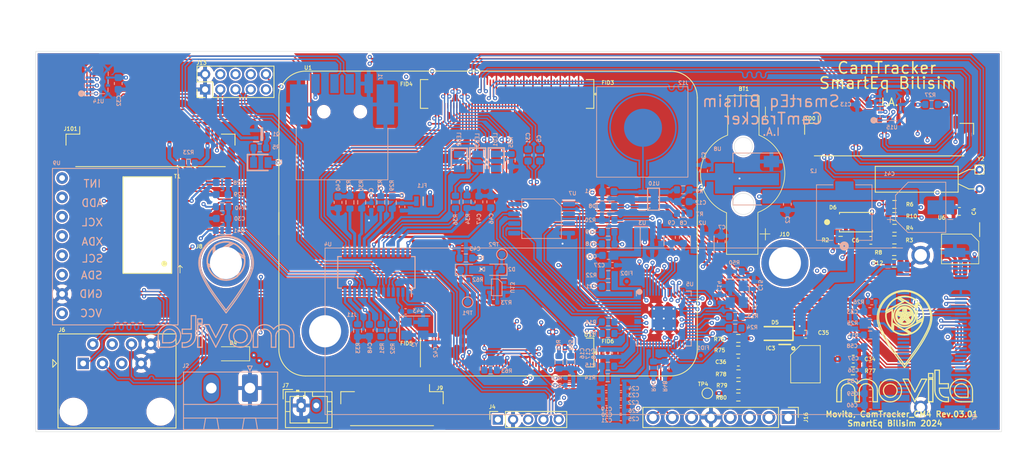
<source format=kicad_pcb>
(kicad_pcb (version 20240108) (generator "pcbnew") (generator_version "8.0")
  (title_block (title "KSS-E") (date "2020-07-13") (rev "REV1") (company "SmartEQ Bilisim"))
  (layers (0 "F.Cu" jumper) (1 "In1.Cu" signal) (2 "In2.Cu" signal) (3 "In3.Cu" signal) (4 "In4.Cu" signal) (31 "B.Cu" signal) (34 "B.Paste" user) (35 "F.Paste" user) (36 "B.SilkS" user "B.Silkscreen") (37 "F.SilkS" user "F.Silkscreen") (38 "B.Mask" user) (39 "F.Mask" user) (44 "Edge.Cuts" user))
  (net 0 "")
  (net 1 "GND")
  (net 2 "Net-(U6-OSCO)")
  (net 3 "5V_A")
  (net 4 "VRAW")
  (net 5 "VIN")
  (net 6 "USB_CON_A_D-")
  (net 7 "USB_CON_A_D+")
  (net 8 "TRD1_P")
  (net 9 "TRD1_N")
  (net 10 "SPI_TX_11")
  (net 11 "SPI_SCK_10")
  (net 12 "SPI_RX_12")
  (net 13 "SPI_CS_13")
  (net 14 "SDA_8")
  (net 15 "SCL_9")
  (net 16 "Net-(BT1-+)")
  (net 17 "/I2C/3V3_Sensor")
  (net 18 "OVCJ")
  (net 19 "LED1")
  (net 20 "DRV1")
  (net 21 "3.3V_HUB")
  (net 22 "/RP2040/~{USB_BOOT}")
  (net 23 "/RP2040/XOUT")
  (net 24 "/RP2040/XIN")
  (net 25 "Net-(IC3-SW)")
  (net 26 "/PCIE/3.3V_XL")
  (net 27 "/RP2040/RUN")
  (net 28 "/RP2040/QSPI_SS")
  (net 29 "/RP2040/QSPI_SD3")
  (net 30 "/RP2040/QSPI_SD2")
  (net 31 "/RP2040/QSPI_SD1")
  (net 32 "/RP2040/QSPI_SD0")
  (net 33 "/RP2040/QSPI_SCLK")
  (net 34 "/RP2040/GPIO7")
  (net 35 "/RP2040/GPIO6")
  (net 36 "/RP2040/GPIO3")
  (net 37 "/RP2040/GPIO29_ADC3")
  (net 38 "/RP2040/GPIO28_ADC2")
  (net 39 "/RP2040/GPIO27_ADC1")
  (net 40 "/RP2040/GPIO26_ADC0")
  (net 41 "/RP2040/GPIO25")
  (net 42 "/RP2040/GPIO24")
  (net 43 "/RP2040/GPIO23")
  (net 44 "/RP2040/GPIO21")
  (net 45 "/RP2040/GPIO2")
  (net 46 "/RP2040/GPIO19")
  (net 47 "/RP2040/GPIO18")
  (net 48 "/RP2040/GPIO15")
  (net 49 "/RP2040/GPIO14")
  (net 50 "/RP2040/GPIO1")
  (net 51 "/RP2040/GPIO0")
  (net 52 "/Power Unit/+3V3")
  (net 53 "Net-(IC3-BST)")
  (net 54 "+1V1")
  (net 55 "Net-(IC3-COMP)")
  (net 56 "/CM4/+5v")
  (net 57 "Net-(T1-CT1)")
  (net 58 "/CM4/GPIO3")
  (net 59 "Net-(U4-XOUT)")
  (net 60 "Net-(U4-XIN)")
  (net 61 "Net-(U4-VBUSM)")
  (net 62 "Net-(U4-VD18)")
  (net 63 "/RP2040/GPIO22")
  (net 64 "Net-(IC3-FREQ)")
  (net 65 "Net-(IC3-FB)")
  (net 66 "/RP2040/GPIO20")
  (net 67 "/CM4/GPIO2")
  (net 68 "Net-(U5-ADC_AVDD)")
  (net 69 "Net-(U5-USB_DP)")
  (net 70 "Net-(U5-USB_DM)")
  (net 71 "Net-(U4-~{XRSTJ})")
  (net 72 "Net-(U4-BUSJ)")
  (net 73 "Net-(U4-REXT)")
  (net 74 "Net-(T1-CT3)")
  (net 75 "Net-(T1-CT4)")
  (net 79 "/CM4/SCL0")
  (net 80 "/CM4/SDA0")
  (net 81 "Net-(J100-Pin_10)")
  (net 82 "/CM4/PCIE_RX_N")
  (net 83 "/CM4/PCIE_RX_P")
  (net 84 "/CM4/PCIE_nRST")
  (net 85 "/CM4/PCIE_CLK_nREQ")
  (net 86 "/CM4/PCIE_CLK_N")
  (net 87 "/CM4/PCIE_CLK_P")
  (net 88 "/RP2040/USB_RP2040_D+")
  (net 89 "/RP2040/USB_RP2040_D-")
  (net 90 "Net-(U4-DP2)")
  (net 91 "Net-(U4-DM2)")
  (net 92 "/CM4/GPIO_VREF")
  (net 93 "/CM4/ID_SC")
  (net 94 "/CM4/ID_SD")
  (net 95 "/CM4/GPIO26")
  (net 96 "/CM4/GPIO19")
  (net 97 "/CM4/GPIO6")
  (net 98 "Net-(U11-PI_nLED_Activity)")
  (net 99 "/CM4/GPIO18")
  (net 100 "/CM4/+1.8v")
  (net 101 "/CM4/Reserved")
  (net 102 "/CM4/SD_PWR_ON")
  (net 103 "/CM4/USB2_N")
  (net 104 "/CM4/USB2_P")
  (net 105 "/CM4/GPIO25")
  (net 106 "/CM4/GPIO24")
  (net 107 "/CM4/GPIO15")
  (net 108 "/CM4/GPIO14")
  (net 109 "/CM4/nPWR_LED")
  (net 145 "/CM4/USBOTG_ID")
  (net 148 "/CM4/TV_OUT")
  (net 149 "/CM4/CAM1_D0_N")
  (net 150 "/CM4/CAM1_D0_P")
  (net 151 "/CM4/CAM1_D1_N")
  (net 152 "/CM4/CAM1_D1_P")
  (net 153 "/CM4/CAM1_C_N")
  (net 154 "/CM4/CAM1_C_P")
  (net 155 "/CM4/CAM0_D0_P")
  (net 156 "/CM4/CAM1_D2_N")
  (net 157 "/CM4/CAM0_D1_N")
  (net 158 "/CM4/CAM1_D2_P")
  (net 159 "/CM4/CAM0_D1_P")
  (net 160 "/CM4/CAM1_D3_N")
  (net 161 "/CM4/CAM0_C_N")
  (net 162 "/CM4/CAM1_D3_P")
  (net 163 "/CM4/CAM0_C_P")
  (net 164 "/CM4/HDMI1_HOTPLUG")
  (net 165 "/CM4/HDMI1_SDA")
  (net 166 "/CM4/HDMI1_D2_P")
  (net 167 "/CM4/HDMI1_SCL")
  (net 168 "/CM4/HDMI1_D2_N")
  (net 169 "/CM4/HDMI1_CEC")
  (net 170 "/CM4/HDMI0_CEC")
  (net 171 "/CM4/HDMI1_D1_P")
  (net 172 "/CM4/HDMI0_HOTPLUG")
  (net 173 "/CM4/HDMI1_D1_N")
  (net 174 "/CM4/DSI0_D0_N")
  (net 175 "/CM4/HDMI1_D0_P")
  (net 176 "/CM4/DSI0_D0_P")
  (net 177 "/CM4/HDMI1_D0_N")
  (net 178 "/CM4/DSI0_D1_N")
  (net 179 "/CM4/HDMI1_CK_P")
  (net 180 "/CM4/DSI0_D1_P")
  (net 181 "/CM4/HDMI1_CK_N")
  (net 182 "/CM4/DSI0_C_N")
  (net 183 "/CM4/HDMI0_D2_P")
  (net 184 "/CM4/DSI0_C_P")
  (net 185 "/CM4/HDMI0_D2_N")
  (net 186 "/CM4/DSI1_D0_N")
  (net 187 "/CM4/HDMI0_D1_P")
  (net 188 "/CM4/DSI1_D0_P")
  (net 189 "/CM4/HDMI0_D1_N")
  (net 190 "/CM4/DSI1_D1_N")
  (net 191 "/CM4/HDMI0_D0_P")
  (net 192 "/CM4/DSI1_D1_P")
  (net 193 "/CM4/HDMI0_D0_N")
  (net 194 "/CM4/DSI1_C_N")
  (net 195 "/CM4/HDMI0_CK_P")
  (net 196 "/CM4/DSI1_C_P")
  (net 197 "/CM4/HDMI0_CK_N")
  (net 198 "/CM4/DSI1_D2_N")
  (net 199 "/CM4/DSI1_D3_N")
  (net 200 "/CM4/DSI1_D2_P")
  (net 201 "/CM4/DSI1_D3_P")
  (net 202 "/CM4/HDMI0_SDA")
  (net 203 "/CM4/HDMI0_SCL")
  (net 204 "/CM4/TRD3_P")
  (net 205 "/CM4/TRD3_N")
  (net 206 "/CM4/TRD2_N")
  (net 207 "/CM4/TRD2_P")
  (net 208 "/CM4/ETH_LEDY")
  (net 209 "/CM4/SYNC_IN")
  (net 210 "/CM4/ETH_LEDG")
  (net 211 "/CM4/SYNC_OUT")
  (net 213 "/CM4/EEPROM_nWP")
  (net 214 "/CM4/GPIO21")
  (net 215 "/CM4/GPIO20")
  (net 216 "/CM4/GPIO13")
  (net 217 "/CM4/GPIO16")
  (net 218 "/CM4/GPIO12")
  (net 219 "/CM4/GPIO5")
  (net 220 "/CM4/GPIO7")
  (net 221 "/CM4/GPIO11")
  (net 222 "/CM4/GPIO8")
  (net 223 "/CM4/GPIO9")
  (net 224 "/CM4/GPIO10")
  (net 225 "/CM4/GPIO22")
  (net 226 "/CM4/GPIO23")
  (net 227 "/CM4/GPIO27")
  (net 228 "/CM4/GPIO17")
  (net 229 "/CM4/GPIO4")
  (net 230 "/CM4/SD_CLK")
  (net 231 "/CM4/SD_DAT3")
  (net 232 "/CM4/SD_CMD")
  (net 233 "/CM4/SD_DAT0")
  (net 235 "/CM4/SD_DAT1")
  (net 237 "/CM4/SD_DAT2")
  (net 241 "/CM4/WL_nDis")
  (net 242 "/CM4/BT_nDis")
  (net 243 "/CM4/RUN_PG")
  (net 244 "/CM4/nRPIBOOT")
  (net 245 "/CM4/AIN1")
  (net 246 "/CM4/AIN0")
  (net 247 "/CM4/CAM_GPIO")
  (net 248 "/CM4/GLOBAL_EN")
  (net 249 "/CM4/nEXTRST")
  (net 252 "RX_P")
  (net 253 "RX_N")
  (net 256 "/CM4/CM4_PCF_SDA")
  (net 257 "/CM4/CM4_PCF_SCL")
  (net 258 "/TopBoard_Connection/USB_GSM_D-")
  (net 259 "/TopBoard_Connection/USB_GSM_D+")
  (net 260 "Net-(U6-OSCI)")
  (net 267 "Net-(C15-Pad1)")
  (net 268 "Net-(C28-Pad2)")
  (net 269 "Net-(C30-Pad1)")
  (net 270 "Net-(C36-Pad1)")
  (net 271 "Net-(D1-K)")
  (net 272 "Net-(D2-K)")
  (net 273 "Net-(D6-Pad1)")
  (net 274 "Net-(LED1-Pad1)")
  (net 275 "Net-(LED2-Pad1)")
  (net 276 "ADC_VREF")
  (net 280 "Net-(R73-Pad2)")
  (net 281 "Net-(D3-K)")
  (net 282 "Net-(Q1-Pad3)")
  (net 283 "Net-(J13-Pin_3)")
  (net 284 "Net-(U10-I)")
  (net 285 "Net-(U10-TOG)")
  (net 286 "Net-(U10-AHLB)")
  (net 287 "/I2C/SCL_RP2040")
  (net 288 "/INMP441/SCK")
  (net 289 "TRD0_N")
  (net 290 "TRD0_P")
  (net 291 "TX_N")
  (net 292 "TX_P")
  (net 293 "Net-(J101-Pin_10)")
  (net 294 "Net-(U5-RUN)")
  (net 295 "/INMP441/+3.3V")
  (net 296 "/CM4/CM4_+3.3v")
  (net 297 "Net-(C33-Pad2)")
  (net 298 "Net-(J3-Pad38)")
  (net 299 "/CM4/PCIE_TX_N")
  (net 300 "/PCIE/TX_N")
  (net 301 "/PCIE/TX_P")
  (net 302 "/CM4/PCIE_TX_P")
  (net 303 "/RP2040/GPIO5_RX")
  (net 304 "/RP2040/GPIO4_TX")
  (net 305 "/CM4/CAM0_D0_N")
  (footprint "Connector_RJ:RJ45_Amphenol_54602-x08_Horizontal" (layer "F.Cu") (at 115.3 124.13)
    (property "Reference" "J6")
    (property "Value" "DNP" (hide yes))
  )
  (footprint "Package_SO:SOIC-8_3.9x4.9mm_P1.27mm" (layer "F.Cu") (at 230.6175 109.071 -90)
    (property "Reference" "U6")
    (property "Value" "PCF8563T" (hide yes))
  )
  (footprint "Resistor_SMD:R_0603_1608Metric" (layer "F.Cu") (at 221.9775 104.806)
    (property "Reference" "R10")
    (property "Value" "DNP" (hide yes))
  )
  (footprint "Connector_PinHeader_2.54mm:PinHeader_1x08_P2.54mm_Vertical" (layer "F.Cu") (at 208.0025 131.236 -90)
    (property "Reference" "J16")
    (property "Value" "DNP")
  )
  (footprint "SS14:DIOM4325X250N" (layer "F.Cu") (at 216.9125 105.556)
    (property "Reference" "D6")
    (property "Value" "SS14" (hide yes))
  )
  (footprint "Crystal:Crystal_AT310_D3.0mm_L10.0mm_Horizontal" (layer "F.Cu") (at 233.1525 98.646 -90)
    (property "Reference" "Y2")
    (property "Value" "32.768 KHz" (hide yes))
  )
  (footprint "Resistor_SMD:R_0603_1608Metric" (layer "F.Cu") (at 201.4325 122.386 180)
    (property "Reference" "R75")
    (property "Value" "2.2K" (hide yes))
  )
  (footprint "Fiducial:Fiducial_0.5mm_Mask1mm" (layer "F.Cu") (at 157.81 122.716)
    (property "Reference" "FID5")
    (property "Value" "Fiducial")
  )
  (footprint "H1102NL:H1102NL" (layer "F.Cu") (at 123.7375 105.9392 90)
    (property "Reference" "T1")
    (property "Value" "H1102NL" (hide yes))
  )
  (footprint "Resistor_SMD:R_0603_1608Metric" (layer "F.Cu") (at 201.4475 128.556 180)
    (property "Reference" "R80")
    (property "Value" "210K" (hide yes))
  )
  (footprint "Resistor_SMD:R_0603_1608Metric" (layer "F.Cu") (at 201.4625 127.036 180)
    (property "Reference" "R79")
    (property "Value" "40.2K" (hide yes))
  )
  (footprint "Capacitor_SMD:C_0603_1608Metric" (layer "F.Cu") (at 216.5525 123.566 180)
    (property "Reference" "C34")
    (property "Value" "10uF" (hide yes))
  )
  (footprint "Resistor_SMD:R_0603_1608Metric" (layer "F.Cu") (at 221.9775 103.236 180)
    (property "Reference" "R6")
    (property "Value" "0R" (hide yes))
  )
  (footprint "Capacitor_SMD:C_0603_1608Metric" (layer "F.Cu") (at 218.8675 107.946 180)
    (property "Reference" "C6")
    (property "Value" "100nF" (hide yes))
  )
  (footprint "Capacitor_SMD:C_0603_1608Metric" (layer "F.Cu") (at 210.2925 120.286)
    (property "Reference" "C35")
    (property "Value" "100nF" (hide yes))
  )
  (footprint "Connector_PinHeader_2.00mm:PinHeader_2x05_P2.00mm_Vertical" (layer "F.Cu") (at 131.3325 86.106)
    (property "Reference" "J13")
    (property "Value" "MALE Through Hole PinHeader ")
  )
  (footprint "Cam_Tracker_V3.1:SODFL3618X143N" (layer "F.Cu") (at 206.2525 120.196 180)
    (property "Reference" "D5")
    (property "Value" "SS34FA" (hide yes))
  )
  (footprint "Fiducial:Fiducial_0.5mm_Mask1mm" (layer "F.Cu") (at 184.2825 88.716)
    (property "Reference" "FID3")
    (property "Value" "Fiducial")
  )
  (footprint "Screw_terminal:Screw_terminal_shinbo" (layer "F.Cu") (at 207.5725 110.926)
    (property "Reference" "J10")
    (property "Value" "Screw_Terminal_01x01" (hide yes))
  )
  (footprint "Resistor_SMD:R_0603_1608Metric" (layer "F.Cu") (at 221.9675 107.896)
    (property "Reference" "R3")
    (property "Value" "4.7K" (hide yes))
  )
  (footprint "Fiducial:Fiducial_0.5mm_Mask1mm" (layer "F.Cu") (at 157.81 88.716)
    (property "Reference" "FID4")
    (property "Value" "Fiducial")
  )
  (footprint "Capacitor_SMD:C_0603_1608Metric" (layer "F.Cu") (at 201.4475 123.956)
    (property "Reference" "C36")
    (property "Value" "150pF" (hide yes))
  )
  (footprint "Cam_Tracker_V3.1:SOIC127P600X170-9N" (layer "F.Cu") (at 210.2625 124.246)
    (property "Reference" "IC3")
    (property "Value" "MP1584EN" (hide yes))
  )
  (footprint "Resistor_SMD:R_0603_1608Metric" (layer "F.Cu") (at 221.9825 106.366)
    (property "Reference" "R4")
    (property "Value" "4.7K" (hide yes))
  )
  (footprint "CM4_UnitA:DF40C-100DS-0.4V_CM4_Unit_A" (layer "F.Cu") (at 182.6776 122.716 90)
    (property "Reference" "U11")
    (property "Value" "DF40C-100DS-0.4V" (hide yes))
  )
  (footprint "Resistor_SMD:R_0603_1608Metric" (layer "F.Cu") (at 221.9325 110.956 180)
    (property "Reference" "R12")
    (property "Value" "DNP" (hide yes))
  )
  (footprint "Resistor_SMD:R_0603_1608Metric" (layer "F.Cu") (at 221.9425 109.426 180)
    (property "Reference" "R8")
    (property "Value" "0R" (hide yes))
  )
  (footprint "2SS100L-W:2SS100LW" (layer "F.Cu") (at 134.8625 122.866 180)
    (property "Reference" "D4")
    (property "Value" "2SS100L-W" (hide yes))
  )
  (footprint "Connector_JST:JST_PH_B2B-PH-K_1x02_P2.00mm_Vertical" (layer "F.Cu") (at 143.9525 129.666)
    (property "Reference" "J7")
    (property "Value" "Conn_01x02_Female" (hide yes))
  )
  (footprint "Fiducial:Fiducial_0.5mm_Mask1mm" (layer "F.Cu") (at 184.2825 122.716)
    (property "Reference" "FID6")
    (property "Value" "Fiducial")
  )
  (footprint "Cam_Tracker_V3.1:JST_GH_BM08B-GHS-TBT_1x08-1MP_P1.25mm_Vertical" (layer "F.Cu") (at 155.9075 124.746 180)
    (property "Reference" "J9")
    (property "Value" "JST_GH_BM08B-GHS-TBT_1x08-1MP_P1.25mm_Vertical")
  )
  (footprint "Screw_terminal:Screw_terminal_shinbo" (layer "F.Cu") (at 134.0725 110.926)
    (property "Reference" "J8")
    (property "Value" "Screw_Terminal_01x01" (hide yes))
  )
  (footprint "Capacitor_SMD:C_0603_1608Metric" (layer "F.Cu") (at 230.5225 104.146 180)
    (property "Reference" "C4")
    (property "Value" "22pF" (hide yes))
  )
  (footprint "Cam_Tracker_V3.1:JST_1x15-1MP_P1.25mm_Horizontal" (layer "F.Cu") (at 124.1525 95.696)
    (property "Reference" "J101")
    (property "Value" "Conn_01x15_Female" (hide yes))
  )
  (footprint "Cam_Tracker_V3.1:JST_1x15-1MP_P1.25mm_Horizontal" (layer "F.Cu") (at 221.2725 94.276)
    (property "Reference" "J100")
    (property "Value" "Conn_01x15_Female" (hide yes))
  )
  (footprint "Connector_PinSocket_2.00mm:PinSocket_1x05_P2.00mm_Vertical" (layer "F.Cu") (at 169.8225 131.506 90)
    (property "Reference" "J4")
    (property "Value" "Conn_01x05_Male" (hide yes))
  )
  (footprint "CM4_UnitB:DF40C-100DS-0.4V_CM4_Unit_B" (layer "F.Cu") (at 182.6776 88.716 90)
    (property "Reference" "U1")
    (property "Value" "DF40C-100DS-0.4V" (hide yes))
  )
  (footprint "TestPoint:TestPoint_Pad_D1.0mm" (layer "F.Cu") (at 197.3725 128.056 90)
    (property "Reference" "TP4")
    (property "Value" "TestPoint")
  )
  (footprint "Resistor_SMD:R_0603_1608Metric" (layer "F.Cu") (at 201.4625 125.496)
    (property "Reference" "R78")
    (property "Value" "100K" (hide yes))
  )
  (footprint "Resistor_SMD:R_0603_1608Metric" (layer "F.Cu") (at 201.4525 120.846 180)
    (property "Reference" "R76")
    (property "Value" "100K" (hide yes))
  )
  (footprint "Resistor_SMD:R_0603_1608Metric" (layer "F.Cu") (at 214.8975 107.946 180)
    (property "Reference" "R2")
    (property "Value" "150R" (hide yes))
  )
  (footprint "Camtrack:BS-12-B3AA003" (layer "F.Cu") (at 202.1025 89.306 -90)
    (property "Reference" "BT1")
    (property "Value" "MYOUNG MY-1220-01" (hide yes))
    (fp_circle (center 6.3 0) (end 7.5 0) (stroke (width 0.05)) (fill none) (layer "Edge.Cuts"))
    (fp_circle (center 13.85 0) (end 15.25 0) (stroke (width 0.05)) (fill none) (layer "Edge.Cuts"))
  )
  (footprint "Resistor_SMD:R_0603_1608Metric" (layer "F.Cu") (at 216.5225 125.106)
    (property "Reference" "R77")
    (property "Value" "200K" (hide yes))
  )
  (footprint "LED_SMD:LED_0603_1608Metric" (layer "B.Cu") (at 184.3425 103.496)
    (property "Reference" "D8")
    (property "Value" "LED" (hide yes))
  )
  (footprint "Resistor_SMD:R_0603_1608Metric" (layer "B.Cu") (at 177.8625 123.991 -90)
    (property "Reference" "R64")
    (property "Value" "0R" (hide yes))
  )
  (footprint "Capacitor_SMD:C_0603_1608Metric" (layer "B.Cu") (at 175.3225 96.746 90)
    (property "Reference" "C5")
    (property "Value" "100nF X5R 10V")
  )
  (footprint "Resistor_SMD:R_0603_1608Metric" (layer "B.Cu") (at 191.8225 124.711 -90)
    (property "Reference" "R48")
    (property "Value" "1K" (hide yes))
  )
  (footprint "Capacitor_SMD:C_0603_1608Metric" (layer "B.Cu") (at 218.7975 126.576 180)
    (property "Reference" "C55")
    (property "Value" "0.1uF" (hide yes))
  )
  (footprint "Capacitor_SMD:C_0402_1005Metric" (layer "B.Cu") (at 186.0025 128.326)
    (property "Reference" "C23")
    (property "Value" "100nF" (hide yes))
  )
  (footprint "Capacitor_SMD:C_0603_1608Metric" (layer "B.Cu") (at 194.204 102.856)
    (property "Reference" "C12")
    (property "Value" "1uF" (hide yes))
  )
  (footprint "Resistor_SMD:R_0603_1608Metric" (layer "B.Cu") (at 150.3725 102.951 90)
    (property "Reference" "R31")
    (property "Value" "100K" (hide yes))
  )
  (footprint "Capacitor_SMD:C_0603_1608Metric" (layer "B.Cu") (at 133.5625 101.926 180)
    (property "Reference" "C29")
    (property "Value" "0.01uF" (hide yes))
  )
  (footprint "Capacitor_SMD:C_0402_1005Metric" (layer "B.Cu") (at 165.1525 109.006 180)
    (property "Reference" "C45")
    (property "Value" "10uF" (hide yes))
  )
  (footprint "Resistor_SMD:R_0603_1608Metric" (layer "B.Cu") (at 194.204 104.396 180)
    (property "Reference" "R7")
    (property "Value" "DNP" (hide yes))
  )
  (footprint "Capacitor_SMD:C_0603_1608Metric" (layer "B.Cu") (at 184.3475 109.936)
    (property "Reference" "C10")
    (property "Value" "10uF" (hide yes))
  )
  (footprint "Cam_Tracker_V3.1:121992306" (layer "B.Cu") (at 226.925109 119.906 90)
    (property "Reference" "J3")
    (property "Value" "APCI0079-P002A J8900 M.2 M Key" (hide yes))
  )
  (footprint "Capacitor_SMD:C_0603_1608Metric" (layer "B.Cu") (at 133.5725 105.076 180)
    (property "Reference" "C30")
    (property "Value" "1000pF" (hide yes))
  )
  (footprint "Capacitor_SMD:C_0402_1005Metric" (layer "B.Cu") (at 185.9825 129.306)
    (property "Reference" "C22")
    (property "Value" "100nF" (hide yes))
  )
  (footprint "Resistor_SMD:R_0603_1608Metric" (layer "B.Cu") (at 201.0525 117.956)
    (property "Reference" "R13")
    (property "Value" "1K" (hide yes))
  )
  (footprint "Fiducial:Fiducial_0.5mm_Mask1mm" (layer "B.Cu") (at 186.77 113.3525 180)
    (property "Reference" "FID2")
    (property "Value" "Fiducial")
  )
  (footprint "Resistor_SMD:R_0603_1608Metric" (layer "B.Cu") (at 133.5675 103.536 180)
    (property "Reference" "R40")
    (property "Value" "75R" (hide yes))
  )
  (footprint "Resistor_SMD:R_0603_1608Metric" (layer "B.Cu") (at 218.7625 118.866 180)
    (property "Reference" "R25")
    (property "Value" "10K")
  )
  (footprint "Capacitor_SMD:C_0603_1608Metric" (layer "B.Cu") (at 207.8925 103.196 90)
    (property "Reference" "C2")
    (property "Value" "10uF" (hide yes))
  )
  (footprint "Package_SO:SSOP-28_3.9x9.9mm_P0.635mm" (layer "B.Cu") (at 153.8525 112.156 90)
    (property "Reference" "U4")
    (property "Value" "FE1.1s" (hide yes))
  )
  (footprint "Capacitor_SMD:C_0603_1608Metric" (layer "B.Cu") (at 217.8525 90.081 180)
    (property "Reference" "C13")
    (property "Value" "0.1uF" (hide yes))
  )
  (footprint "150080VS75000:LEDC2012X80N" (layer "B.Cu") (at 167.1625 97.561 -90)
    (property "Reference" "LED3")
    (property "Value" "150080VS75000" (hide yes))
  )
  (footprint "Resistor_SMD:R_0603_1608Metric" (layer "B.Cu") (at 190.2975 124.711 90)
    (property "Reference" "R49")
    (property "Value" "10K" (hide yes))
  )
  (footprint "Resistor_SMD:R_0603_1608Metric" (layer "B.Cu") (at 184.3275 118.676)
    (property "Reference" "R16")
    (property "Value" "27R" (hide yes))
  )
  (footprint "Cam_Tracker_V3.1:CAPAE660X550N" (layer "B.Cu") (at 225.4225 103.606)
    (property "Reference" "C41")
    (property "Value" "100uF" (hide yes))
  )
  (footprint "BLM21BB050SN1D:BLM21BB050SH1D" (layer "B.Cu") (at 160.0125 102.796 180)
    (property "Reference" "FL1")
    (property "Value" "BLM21BB050SN1D" (hide yes))
  )
  (footprint "RP2040_minimal:RP2040-QFN-56" (layer "B.Cu") (at 191.64 118.2225 -90)
    (property "Reference" "U5")
    (property "Value" "RP2040" (hide yes))
  )
  (footprint "Capacitor_SMD:C_0603_1608Metric" (layer "B.Cu") (at 218.7975 129.636 180)
    (property "Reference" "C60")
    (property "Value" "0.1uF" (hide yes))
  )
  (footprint "Capacitor_SMD:C_0603_1608Metric" (layer "B.Cu") (at 194.2125 107.566 90)
    (property "Reference" "C8")
    (property "Value" "10uF" (hide yes))
  )
  (footprint "Capacitor_SMD:C_0603_1608Metric" (layer "B.Cu") (at 152.9225 119.786 -90)
    (property "Reference" "C48")
    (property "Value" "10uF" (hide yes))
  )
  (footprint "Capacitor_SMD:C_0603_1608Metric" (layer "B.Cu") (at 218.7225 117.306)
    (property "Reference" "C33")
    (property "Value" "100nF X5R 16V")
  )
  (footprint "Capacitor_SMD:C_0603_1608Metric" (layer "B.Cu") (at 218.7825 125.016 180)
    (property "Reference" "C56")
    (property "Value" "0.1uF" (hide yes))
  )
  (footprint "Capacitor_SMD:C_0402_1005Metric" (layer "B.Cu") (at 184.0865 128.3485 180)
    (property "Reference" "C20")
    (property "Value" "100nF" (hide yes))
  )
  (footprint "LED_SMD:LED_0603_1608Metric" (layer "B.Cu") (at 165.7225 111.836)
    (property "Reference" "D1")
    (property "Value" "LED Green" (hide yes))
  )
  (footprint "Capacitor_SMD:C_0402_1005Metric" (layer "B.Cu") (at 203.4725 113.866 90)
    (property "Reference" "C15")
    (property "Value" "27pF" (hide yes))
  )
  (footprint "Capacitor_SMD:C_0402_1005Metric" (layer "B.Cu") (at 184.8975 111.216)
    (property "Reference" "C27")
    (property "Value" "100nF" (hide yes))
  )
  (footprint "TestPoint:TestPoint_Pad_D1.0mm" (layer "B.Cu") (at 165.8525 116.076 180)
    (property "Reference" "TP1")
    (property "Value" "TestPoint")
  )
  (footprint "Cam_Tracker_V3.1:SOTFL50P160X85-3N" (layer "B.Cu") (at 138.7875 93.986)
    (property "Reference" "Q1")
    (property "Value" "DTC043ZEBTL" (hide yes))
  )
  (footprint "Capacitor_SMD:C_0402_1005Metric" (layer "B.Cu") (at 157.2325 103.546 90)
    (property "Reference" "C1")
    (property "Value" "10uF" (hide yes))
  )
  (footprint "Capacitor_SMD:C_0603_1608Metric" (layer "B.Cu") (at 218.7975 128.096 180)
    (property "Reference" "C59")
    (property "Value" "0.1uF" (hide yes))
  )
  (footprint "Crystal:Crystal_SMD_3225-4Pin_3.2x2.5mm" (layer "B.Cu") (at 158.9025 119.556)
    (property "Reference" "Y3")
    (property "Value" "Crystal_GND12Mhz" (hide yes))
  )
  (footprint "Capacitor_SMD:C_0402_1005Metric" (layer "B.Cu") (at 157.6925 117.296)
    (property "Reference" "C43")
    (property "Value" "27pF" (hide yes))
  )
  (footprint "Capacitor_SMD:C_0603_1608Metric" (layer "B.Cu") (at 167.3325 102.886 90)
    (property "Reference" "C47")
    (property "Value" "0.1uF" (hide yes))
  )
  (footprint "Package_TO_SOT_SMD:SOT-23" (layer "B.Cu") (at 190.1125 108.006 -90)
    (property "Reference" "U3")
    (property "Value" "TLV76033DBZT" (hide yes))
  )
  (footprint "RP2040_minimal:Touch Pad" (layer "B.Cu") (at 188.9125 93.146 180)
    (property "Reference" "J12")
    (property "Value" "DNP" (hide yes))
  )
  (footprint "Resistor_SMD:R_0603_1608Metric" (layer "B.Cu") (at 165.7725 102.876 90)
    (property "Reference" "R34")
    (property "Value" "10K" (hide yes))
  )
  (footprint "Cam_Tracker_V3.1:CDRH74NP100MCB" (layer "B.Cu") (at 215.3725 104.296 180)
    (property "Reference" "L2")
    (property "Value" "CDRH74NP-100MC-B" (hide yes))
  )
  (footprint "Cam_Tracker_V3.1:Screw_terminal_shinbo" (layer "B.Cu") (at 147.107509 119.906 180)
    (property "Reference" "J11")
    (property "Value" "M3x*0.5 L=3" (hide yes))
  )
  (footprint "150080VS75000:LEDC2012X80N" (layer "B.Cu") (at 169.6025 97.551 -90)
    (property "Reference" "LED1")
    (property "Value" "150080VS75000" (hide yes))
  )
  (footprint "Resistor_SMD:R_0603_1608Metric" (layer "B.Cu") (at 151.9225 102.946 90)
    (property "Reference" "R30")
    (property "Value" "47K" (hide yes))
  )
  (footprint "Resistor_SMD:R_0603_1608Metric" (layer "B.Cu") (at 155.9425 102.976 -90)
    (property "Reference" "R29")
    (property "Value" "47K" (hide yes))
  )
  (footprint "Crystal:Crystal_SMD_3225-4Pin_3.2x2.5mm" (layer "B.Cu") (at 201.2325 115.036 -90)
    (property "Reference" "Y1")
    (property "Value" "Crystal_GND12Mhz" (hide yes))
  )
  (footprint "Capacitor_SMD:C_0402_1005Metric" (layer "B.Cu") (at 184.0725 127.336 180)
    (property "Reference" "C19")
    (property "Value" "1uF" (hide yes))
  )
  (footprint "Resistor_SMD:R_0603_1608Metric" (layer "B.Cu") (at 154.4525 119.771 90)
    (property "Reference" "R51")
    (property "Value" "DNP" (hide yes))
  )
  (footprint "Capacitor_SMD:C_0402_1005Metric" (layer "B.Cu") (at 183.29 122.79 -90)
    (property "Reference" "C16")
    (property "Value" "100nF" (hide yes))
  )
  (footprint "RP2040_minimal:TTP223" (layer "B.Cu") (at 196.0415 105.541 90)
    (property "Reference" "U10")
    (property "Value" "TTP223" (hide yes))
  )
  (footprint "Resistor_SMD:R_0402_1005Metric" (layer "B.Cu") (at 179.2425 126.006 180)
    (property "Reference" "R58")
    (property "Value" "2.2K 1%" (hide yes))
  )
  (footprint "Resistor_SMD:R_0603_1608Metric" (layer "B.Cu") (at 164.2425 102.906 -90)
    (property "Reference" "R36")
    (property "Value" "470R" (hide yes))
  )
  (footprint "Package_TO_SOT_SMD:SOT-353_SC-70-5" (layer "B.Cu") (at 169.6725 114.126 180)
    (property "Reference" "U13")
    (property "Value" "74LVC1G07SE-7" (hide yes))
  )
  (footprint "Capacitor_SMD:C_0402_1005Metric" (layer "B.Cu") (at 184.1025 129.326 180)
    (property "Reference" "C21")
    (property "Value" "100nF" (hide yes))
  )
  (footprint "Capacitor_SMD:C_0402_1005Metric" (layer "B.Cu") (at 199.0025 115.656 90)
    (property "Reference" "C14")
    (property "Value" "27pF" (hide yes))
  )
  (footprint "Resistor_SMD:R_0603_1608Metric" (layer "B.Cu") (at 184.3 124.5)
    (property "Reference" "R15")
    (property "Value" "1R" (hide yes))
  )
  (footprint "Capacitor_SMD:C_0402_1005Metric" (layer "B.Cu") (at 186.0025 127.346)
    (property "Reference" "C24")
    (property "Value" "100nF" (hide yes))
  )
  (footprint "Resistor_SMD:R_0603_1608Metric" (layer "B.Cu") (at 218.7725 120.396)
    (property "Reference" "R11")
    (property "Value" "0R" (hide yes))
  )
  (footprint "Capacitor_SMD:C_0603_1608Metric" (layer "B.Cu") (at 148.8125 102.956 -90)
    (property "Reference" "C40")
    (property "Value" "0.1uF" (hide yes))
  )
  (footprint "Capacitor_SMD:C_0402_1005Metric" (layer "B.Cu") (at 153.1825 103.506 -90)
    (property "Reference" "C44")
    (property "Value" "0.1uF" (hide yes))
  )
  (footprint "Resistor_SMD:R_0603_1608Metric" (layer "B.Cu") (at 184.3375 112.466)
    (property "Reference" "R22")
    (property "Value" "DNP" (hide yes))
  )
  (footprint "Capacitor_SMD:C_0603_1608Metric" (layer "B.Cu") (at 218.7775 121.936 180)
    (property "Reference" "C58")
    (property "Value" "0.1uF" (hide yes))
  )
  (footprint "Resistor_SMD:R_0603_1608Metric" (layer "B.Cu") (at 184.3375 108.406)
    (property "Reference" "R18")
    (property "Value" "0R" (hide yes))
  )
  (footprint "Resistor_SMD:R_0603_1608Metric" (layer "B.Cu") (at 184.28 126.02 180)
    (property "Reference" "R14")
    (property "Value" "200R" (hide yes))
  )
  (footprint "Resistor_SMD:R_0603_1608Metric" (layer "B.Cu") (at 151.3825 119.801 -90)
    (property "Reference" "R33")
    (property "Value" "2.7K" (hide yes))
  )
  (footprint "Resistor_SMD:R_0603_1608Metric" (layer "B.Cu") (at 184.3275 105.296 180)
    (property "Reference" "R20")
    (property "Value" "100K" (hide yes))
  )
  (footprint "Resistor_SMD:R_0603_1608Metric" (layer "B.Cu") (at 129.1525 97.806 180)
    (property "Reference" "R23")
    (property "Value" "0R")
  )
  (footprint "Capacitor_SMD:C_0603_1608Metric" (layer "B.Cu") (at 168.8925 102.886 90)
    (property "Reference" "C46")
    (property "Value" "0.1uF" (hide yes))
  )
  (footprint "Capacitor_SMD:C_0603_1608Metric" (layer "B.Cu") (at 192.6525 107.566 90)
    (property "Reference" "C9")
    (property "Value" "10uF" (hide yes))
  )
  (footprint "Capacitor_SMD:C_0603_1608Metric" (layer "B.Cu") (at 173.7925 96.746 90)
    (property "Reference" "C31")
    (property "Value" "100nF X5R 10V")
  )
  (footprint "Capacitor_SMD:C_0603_1608Metric" (layer "B.Cu") (at 119.9125 87.326 -90)
    (property "Reference" "C32")
    (property "Value" "0.1uF" (hide yes))
  )
  (footprint "Resistor_SMD:R_0402_1005Metric" (layer "B.Cu") (at 169.2425 116.096 180)
    (property "Reference" "R73")
    (property "Value" "1K" (hide yes))
  )
  (footprint "Capacitor_SMD:C_0603_1608Metric" (layer "B.Cu") (at 218.7925 123.476 180)
    (property "Reference" "C57")
    (property "Value" "0.1uF" (hide yes))
  )
  (footprint "Capacitor_SMD:C_0603_1608Metric" (layer "B.Cu") (at 199.2025 108.126 -90)
    (property "Reference" "C7")
    (property "Value" "10uF" (hide yes))
  )
  (footprint "Package_TO_SOT_SMD:SOT-23" (layer "B.Cu") (at 196.7025 108.0085 90)
    (property "Reference" "U2")
    (property "Value" "TLV76033DBZT" (hide yes))
  )
  (footprint "Resistor_SMD:R_0402_1005Metric" (layer "B.Cu") (at 179.2225 127.016 180)
    (property "Reference" "R55")
    (property "Value" "2.2K 1%" (hide yes))
  )
  (footprint "Capacitor_SMD:C_0402_1005Metric" (layer "B.Cu") (at 185.26 122.78 -90)
    (property "Reference" "C18")
    (property "Value" "1uF" (hide yes))
  )
  (footprint "Cam_Tracker_V3.1:INMP441" (layer "B.Cu") (at 118.5625 88.646 180)
    (property "Reference" "U14")
    (property "Value" "INMP441" (hide yes))
  )
  (footprint "Resistor_SMD:R_0603_1608Metric" (layer "B.Cu") (at 201.0325 119.486)
    (property "Reference" "R24")
    (property "Value" "0R")
  )
  (footprint "Capacitor_SMD:C_0603_1608Metric" (layer "B.Cu") (at 133.5725 100.356)
    (property "Reference" "C28")
    (property "Value" "0.01uF" (hide yes))
  )
  (footprint "Package_TO_SOT_SMD:SOT-223-3_TabPin2" (layer "B.Cu") (at 202.6425 99.886 180)
    (property "Reference" "U8")
    (property "Value" "AMS1117-3.3" (hide yes))
  )
  (footprint "SensorModules:module_mpu6050" (layer "B.Cu") (at 112.5275 99.759)
    (property "Reference" "U9")
    (property "Value" "DNP" (hide yes))
  )
  (footprint "Connector_Phoenix_MSTB:PhoenixContact_MSTBA_2,5_2-G-5,08_1x02_P5.08mm_Horizontal" (layer "B.Cu") (at 137.2225 127.376 180)
    (property "Reference" "J2")
    (property "Value" "DNP" (hide yes))
  )
  (footprint "Resistor_SMD:R_0402_1005Metric" (layer "B.Cu") (at 218.9925 116.046 180)
    (property "Reference" "R26")
    (property "Value" "1K 5%")
  )
  (footprint "150080VS75000:LEDC2012X80N" (layer "B.Cu") (at 138.6525 97.716)
    (property "Reference" "D3")
    (property "Value" "LED" (hide yes))
  )
  (footprint "Resistor_SMD:R_0603_1608Metric" (layer "B.Cu") (at 184.3375 114.016 180)
    (property "Reference" "R21")
    (property "Value" "1K" (hide yes))
  )
  (footprint "Resistor_SMD:R_0603_1608Metric" (layer "B.Cu") (at 165.6225 110.266)
    (property "Reference" "R1")
    (property "Value" "DNP" (hide yes))
  )
  (footprint "Connector_USB:USB_A_CNCTech_1001-011-01101_Horizontal" (layer "B.Cu") (at 145.2925 87.336 -90)
    (property "Reference" "J1")
    (property "Value" "USB-A Female SMD connector" (hide yes))
  )
  (footprint "Capacitor_SMD:C_0402_1005Metric" (layer "B.Cu") (at 161.5525 120.886 -90)
    (property "Reference" "C42")
    (property "Value" "27pF" (hide yes))
  )
  (footprint "Capacitor_SMD:C_0402_1005Metric" (layer "B.Cu") (at 185.9725 130.326)
    (property "Reference" "C26")
    (property "Value" "100nF" (hide yes))
  )
  (footprint "Resistor_SMD:R_0603_1608Metric" (layer "B.Cu") (at 226.8525 90.086 180)
    (property "Reference" "R27")
    (property "Value" "0R" (hide yes))
  )
  (footprint "Capacitor_SMD:C_0603_1608Metric" (layer "B.Cu") (at 196.8725 98.816 -90)
    (property "Reference" "C3")
    (property "Value" "10uF" (hide yes))
  )
  (footprint "Resistor_SMD:R_0603_1608Metric" (layer "B.Cu") (at 154.4325 102.951 90)
    (property "Reference" "R32")
    (property "Value" "100K" (hide yes))
  )
  (footprint "Resistor_SMD:R_0603_1608Metric" (layer "B.Cu") (at 184.3225 106.876)
    (property "Reference" "R19")
    (property "Value" "DNP" (hide yes))
  )
  (footprint "Resistor_SMD:R_0603_1608Metric" (layer "B.Cu") (at 184.3275 120.196)
    (property "Reference" "R17")
    (property "Value" "27R" (hide yes))
  )
  (footprint "Resistor_SMD:R_0603_1608Metric" (layer "B.Cu") (at 155.9925 119.761 90)
    (property "Reference" "R52")
    (property "Value" "DNP" (hide yes))
  )
  (footprint "Resistor_SMD:R_0603_1608Metric" (layer "B.Cu") (at 194.204 101.306 180)
    (property "Reference" "R9")
    (property "Value" "DNP" (hide yes))
  )
  (footprint "Resistor_SMD:R_0402_1005Metric" (layer "B.Cu") (at 165.4425 113.146)
    (property "Reference" "R62")
    (property "Value" "1K" (hide yes))
  )
  (footprint "Resistor_SMD:R_0603_1608Metric" (layer "B.Cu") (at 138.5175 95.786)
    (property "Reference" "R5")
    (property "Value" "2.2K" (hide yes))
  )
  (footprint "Resistor_SMD:R_0603_1608Metric" (layer "B.Cu") (at 171.5725 97.426 -90)
    (property "Reference" "R35")
    (property "Value" "470R" (hide yes))
  )
  (footprint "Capacitor_SMD:C_0402_1005Metric" (layer "B.Cu") (at 185.9825 131.306)
    (property "Reference" "C25")
    (property "Value" "100nF" (hide yes))
  )
  (footprint "Resistor_SMD:R_0603_1608Metric" (layer "B.Cu") (at 133.5625 106.646 180)
    (property "Reference" "R41")
    (property "Value" "75R" (hide yes))
  )
  (footprint "LED_SMD:LED_0603_1608Metric" (layer "B.Cu") (at 169.54 111.816 180)
    (property "Reference" "D2")
    (property "Value" "LED Red" (hide yes))
  )
  (footprint "Capacitor_SMD:C_0603_1608Metric" (layer "B.Cu") (at 184.3275 101.536 180)
    (property "Reference" "C11")
    (property "Value" "30pF" (hide yes))
  )
  (footprint "150080VS75000:LEDC2012X80N" (layer "B.Cu") (at 164.7525 97.591 -90)
    (property "Reference" "LED2")
    (property "Value" "150080VS75000" (hide yes))
  )
  (footprint "TestPoint:TestPoint_Pad_D1.0mm" (layer "B.Cu") (at 170.3625 109.796 180)
    (property "Reference" "TP2")
    (property "Value" "TestPoint")
  )
  (footprint "Cam_Tracker_V3.1:INMP441" (layer "B.Cu") (at 222.7425 92.166 180)
    (property "Reference" "U15")
    (property "Value" "INMP441" (hide yes))
  )
  (footprint "Fiducial:Fiducial_0.5mm_Mask1mm" (layer "B.Cu") (at 196.51 123.0925 180)
    (property "Reference" "FID1")
    (property "Value" "Fiducial")
  )
  (footprint "Resistor_SMD:R_0603_1608Metric" (layer "B.Cu") (at 179.4125 123.966 -90)
    (property "Reference" "R65")
    (property "Value" "DNP" (hide yes))
  )
  (footprint "Resistor_SMD:R_0603_1608Metric" (layer "B.Cu") (at 201.0725 112.056 180)
    (property "Reference" "R50")
    (property "Value" "DNP" (hide yes))
  )
  (footprint "Package_SO:SOIC-8_5.23x5.23mm_P1.27mm" (layer "B.Cu") (at 175.5725 105.096 180)
    (property "Reference" "U7")
    (property "Value" "W25Q128JVS" (hide yes))
  )
  (footprint "Capacitor_SMD:C_0402_1005Metric" (layer "B.Cu") (at 184.27 122.79 -90)
    (property "Reference" "C17")
    (property "Value" "100nF" (hide yes))
  )
  (footprint "Resistor_SMD:R_0603_1608Metric" (layer "B.Cu") (at 168.8725 124.996 180)
    (property "Reference" "R63")
    (property "Value" "0R" (hide yes))
  )
  (gr_poly (pts (xy 216.0825 108.286) (xy 215.3525 108.286) (xy 215.3225 106.286) (xy 213.7625 106.286) (xy 213.7625 104.826) (xy 215.8425 104.826) (xy 215.8425 107.556) (xy 216.0725 107.556)) (fill solid) (layer "F.Cu") (net 273))
  (gr_poly (pts (xy 177.5925 120.856) (xy 177.590494 122.390419) (xy 178.089919 122.378487) (xy 178.1025 120.856) (xy 177.7625 120.856001) (xy 177.6825 120.856)) (fill solid) (layer "F.Cu") (net 296))
  (gr_poly (pts (xy 210.8125 120.656) (xy 212.3325 120.656) (xy 212.3325 122.586) (xy 213.6225 122.586) (xy 213.6225 119.916) (xy 210.8125 119.916)) (stroke (width 0.2)) (fill solid) (layer "F.Cu") (net 53))
  (gr_poly (pts (xy 176.3825 123.916) (xy 178.5025 123.916) (xy 178.5125 124.536) (xy 176.3825 124.536)) (fill solid) (layer "F.Cu") (net 56))
  (gr_poly (pts (xy 206.8925 122.576) (xy 206.8925 122.096) (xy 207.3625 122.086) (xy 207.3425 119.696) (xy 208.2425 119.696) (xy 208.2525 120.056) (xy 209.8225 120.026) (xy 209.8125 120.626) (xy 208.2425 120.626) (xy 208.2125 121.466) (xy 208.2025 122.576)) (stroke (width 0.2)) (fill solid) (layer "F.Cu") (net 25))
  (gr_poly (pts (xy 214.2625 123.126) (xy 214.2625 123.266) (xy 212.2625 123.276) (xy 212.2725 123.946) (xy 215.4125 123.946) (xy 215.4125 123.996) (xy 216.1425 123.986) (xy 216.1225 123.126) (xy 215.9925 123.126)) (fill solid) (layer "F.Cu") (net 5))
  (gr_poly (pts (xy 178.9225 120.876) (xy 178.9125 122.406) (xy 178.3525 122.416) (xy 178.3625 120.876) (xy 178.3725 120.876)) (fill solid) (layer "F.Cu") (net 100))
  (gr_poly (pts (xy 132.7625 122.446) (xy 133.5925 122.446) (xy 133.5925 129.406) (xy 134.5625 130.076) (xy 142.3325 130.076) (xy 142.5225 130.316) (xy 142.5225 130.906) (xy 142.8025 131.176) (xy 144.8825 131.176) (xy 145.2125 130.826) (xy 145.2125 128.796) (xy 145.5925 128.336) (xy 147.2725 128.336) (xy 149.4025 128.336) (xy 149.7625 128.756) (xy 150.7625 128.756) (xy 151.1725 129.286) (xy 154.7625 129.266) (xy 155.0325 128.976) (xy 155.0225 127.046) (xy 156.6825 127.056) (xy 156.6825 129.506) (xy 156.4925 129.796) (xy 150.9125 129.796) (xy 150.4225 129.226) (xy 146.9925 129.226) (xy 146.7925 129.676) (xy 146.7925 131.846) (xy 146.5625 132.356) (xy 142.1625 132.356) (xy 141.8425 132.016) (xy 141.8425 131.386) (xy 141.5325 131.166) (xy 131.3825 131.156) (xy 130.8425 130.696) (xy 130.8625 125.466) (xy 130.8825 123.296) (xy 132.7625 123.296)) (stroke (width 0.2)) (fill solid) (layer "F.Cu") (net 4))
  (gr_poly (pts (xy 200.7025 109.556) (xy 200.7025 105.156) (xy 212.3625 105.156) (xy 212.3625 107.506) (xy 214.4825 107.506) (xy 214.4825 108.446) (xy 211.7225 108.446) (xy 211.7225 105.826) (xy 203.5125 105.826) (xy 203.5025 109.556) (xy 200.7125 109.556)) (stroke (width 0.1)) (fill solid) (layer "F.Cu") (net 16))
  (gr_poly (pts (xy 220.0725 104.856) (xy 220.0725 105.946) (xy 221.4125 105.986) (xy 221.4325 108.336) (xy 219.3325 108.356) (xy 219.3225 106.276) (xy 217.9825 106.286) (xy 217.9825 104.856)) (fill solid) (layer "F.Cu") (net 17))
  (gr_poly (pts (xy 184.7725 111.996) (xy 184.7725 114.486) (xy 187.7025 114.486) (xy 187.7025 115.716) (xy 188.6425 115.716) (xy 188.6425 114.106) (xy 185.6025 114.106) (xy 185.6025 111.996)) (fill solid) (layer "B.Cu") (net 28))
  (gr_poly (pts (xy 169.2125 113.806) (xy 169.2225 111.286) (xy 167.1325 111.266) (xy 167.1425 111.266) (xy 166.0525 111.286) (xy 166.0125 112.346) (xy 167.7525 112.346) (xy 168.0625 112.616) (xy 168.0625 113.776)) (fill solid) (layer "B.Cu") (net 296))
  (gr_poly (pts (xy 197.3525 108.206) (xy 199.6825 108.206) (xy 199.6825 109.346) (xy 197.9725 109.346) (xy 197.9625 109.676) (xy 197.3425 109.676) (xy 197.3325 108.206) (xy 197.3425 108.206)) (fill solid) (layer "B.Cu") (net 17))
  (gr_poly (pts (xy 219.1325 130.106) (xy 220.0825 130.116) (xy 220.0725 129.046) (xy 223.9325 129.046) (xy 223.9325 128.276) (xy 220.0425 128.276) (xy 220.0525 126.496) (xy 223.9125 126.476) (xy 223.9125 124.796) (xy 220.0125 124.796) (xy 220.0325 119.766) (xy 219.3625 119.756) (xy 218.9225 119.266) (xy 218.9225 118.106) (xy 217.3925 118.106) (xy 217.3925 119.566) (xy 218.6225 119.566) (xy 218.6725 120.766) (xy 219.0625 121.086) (xy 219.0925 130.106) (xy 219.1425 130.106)) (fill solid) (layer "B.Cu") (net 26))
  (gr_poly (pts (xy 209.0725 101.436) (xy 210.6025 101.436) (xy 214.3025 101.446) (xy 214.2825 100.276) (xy 216.4925 100.296) (xy 216.5225 101.416) (xy 220.6625 101.396) (xy 224.9325 101.376) (xy 224.9925 104.586) (xy 220.9225 104.556) (xy 220.9125 102.556) (xy 219.0825 102.536) (xy 216.9925 102.556) (xy 215.6525 102.556) (xy 214.0925 102.556) (xy 208.3125 102.566) (xy 208.3125 102.996) (xy 204.7025 103.016) (xy 204.7025 101.436) (xy 204.7825 101.436)) (stroke (width 0.2)) (fill solid) (layer "B.Cu") (net 56))
  (gr_poly (pts (xy 196.0625 109.656) (xy 196.0625 108.186) (xy 195.9425 108.186) (xy 195.9425 106.336) (xy 190.7725 106.336) (xy 190.7725 107.786) (xy 191.3725 107.786) (xy 191.3725 107.306) (xy 195.1625 107.306) (xy 195.1625 109.656)) (fill solid) (layer "B.Cu") (net 5))
  (gr_poly (pts (xy 188.9425 121.216) (xy 188.9325 124.446) (xy 187.9125 125.556) (xy 184.7025 125.546) (xy 184.7025 126.806) (xy 184.2825 126.806) (xy 184.3025 131.716) (xy 184.9025 131.706) (xy 185.8925 131.716) (xy 185.8825 126.046) (xy 187.9725 126.026) (xy 189.1425 124.756) (xy 189.1425 123.526) (xy 189.1425 121.216)) (fill solid) (layer "B.Cu") (net 52))
  (gr_poly (pts (xy 187.7825 118.336) (xy 188.6225 118.336) (xy 188.6225 118.906) (xy 187.7825 118.906)) (fill solid) (layer "B.Cu") (net 52))
  (gr_poly (pts (xy 206.7925 99.136) (xy 200.8025 99.136) (xy 200.8025 97.846) (xy 198.3825 97.846) (xy 198.3825 99.096) (xy 196.4125 99.096) (xy 196.4125 100.046) (xy 198.3825 100.046) (xy 198.3825 101.786) (xy 200.7425 101.786) (xy 200.7425 100.706) (xy 206.7925 100.706)) (fill solid) (layer "B.Cu") (net 295))
  (gr_poly (pts (xy 182.9825 122.596) (xy 186.2725 122.586) (xy 186.9925 121.816) (xy 186.9925 120.426) (xy 187.2525 120.116) (xy 187.6125 120.116) (xy 187.7425 120.116) (xy 188.6425 120.116) (xy 188.6425 119.926) (xy 187.7325 119.926) (xy 187.3025 119.926) (xy 187.0325 119.926) (xy 186.7525 120.266) (xy 186.7525 120.396) (xy 186.7525 121.316) (xy 186.1425 122.016) (xy 182.9825 122.016) (xy 182.9825 122.586)) (fill solid) (layer "B.Cu") (net 54))
  (gr_poly (pts (xy 214.3325 106.726) (xy 214.3325 108.186) (xy 215.8825 108.176) (xy 215.8725 112.226) (xy 213.6125 112.236) (xy 212.6025 113.396) (xy 210.9725 114.966) (xy 209.0025 116.956) (xy 209.0125 120.246) (xy 210.2125 120.246) (xy 210.2125 117.666) (xy 210.8025 116.966) (xy 213.0725 114.416) (xy 214.0425 113.406) (xy 216.5325 113.306) (xy 216.5625 106.736)) (stroke (width 0.2)) (fill solid) (layer "B.Cu") (net 25))
  (gr_poly (pts (xy 187.8325 106.336) (xy 187.8325 109.406) (xy 184.4425 109.406) (xy 184.4425 110.956) (xy 183.2425 110.956) (xy 183.2425 112.806) (xy 183.7825 112.806) (xy 183.7825 111.456) (xy 184.4425 111.456) (xy 184.6225 111.456) (xy 184.6225 110.406) (xy 185.5725 110.406) (xy 185.5725 109.996) (xy 188.5625 109.996) (xy 188.5725 107.866) (xy 189.5325 107.866) (xy 189.5325 106.336)) (stroke (width 0.2)) (fill solid) (layer "B.Cu") (net 52))
  (gr_poly (pts (xy 222.3525 110.786) (xy 222.3625 112.046) (xy 223.9425 112.046) (xy 223.9325 110.786) (xy 222.3725 110.786)) (fill solid) (layer "B.Cu") (net 26))
  (gr_circle (center 133.792681 110.581533) (end 133.753681 110.581533) (stroke (width 0.15)) (fill none) (layer "B.SilkS"))
  (gr_line (start 135.089198 110.315978) (end 135.098983 110.346095) (stroke (width 0.15)) (layer "B.SilkS"))
  (gr_line (start 130.101619 117.849027) (end 130.101619 120.516708) (stroke (width 0.15)) (layer "B.SilkS"))
  (gr_curve (pts (xy 135.774118 112.410333) (xy 135.936163 112.246953) (xy 136.078684 112.059762) (xy 136.195597 111.849623)) (stroke (width 0.15)) (layer "B.SilkS"))
  (gr_curve (pts (xy 139.495011 119.69468) (xy 139.602916 119.740835) (xy 139.697573 119.804723) (xy 139.778984 119.886091)) (stroke (width 0.15)) (layer "B.SilkS"))
  (gr_curve (pts (xy 132.736727 120.721408) (xy 132.670744 120.593842) (xy 132.594783 120.447454) (xy 132.508971 120.28237)) (stroke (width 0.15)) (layer "B.SilkS"))
  (gr_curve (pts (xy 134.105479 113.142529) (xy 134.649835 113.133854) (xy 135.156497 112.955782) (xy 135.550417 112.660198)) (stroke (width 0.15)) (layer "B.SilkS"))
  (gr_curve (pts (xy 132.254804 119.790469) (xy 132.17113 119.627523) (xy 132.094163 119.476733) (xy 132.02361 119.338184)) (stroke (width 0.15)) (layer "B.SilkS"))
  (gr_line (start 134.890853 108.240705) (end 134.052711 108.737367) (stroke (width 0.15)) (layer "B.SilkS"))
  (gr_curve (pts (xy 137.597553 111.66968) (xy 137.477387 112.155055) (xy 137.276361 112.609002) (xy 137.052359 113.052077)) (stroke (width 0.15)) (layer "B.SilkS"))
  (gr_curve (pts (xy 143.00459 120.516708) (xy 143.00459 120.309912) (xy 142.966107 120.117327) (xy 142.888972 119.938995)) (stroke (width 0.15)) (layer "B.SilkS"))
  (gr_curve (pts (xy 137.418122 111.586081) (xy 137.303678 112.048343) (xy 137.112225 112.480674) (xy 136.89889 112.90265)) (stroke (width 0.15)) (layer "B.SilkS"))
  (gr_curve (pts (xy 128.965813 121.345485) (xy 128.855939 121.39164) (xy 128.739189 121.414738) (xy 128.615899 121.414738)) (stroke (width 0.15)) (layer "B.SilkS"))
  (gr_line (start 135.098983 110.346095) (end 134.484284 110.545822) (stroke (width 0.15)) (layer "B.SilkS"))
  (gr_curve (pts (xy 132.614119 108.655724) (xy 132.617532 108.75055) (xy 132.63715 109.2957) (xy 132.645464 109.526747)) (stroke (width 0.15)) (layer "B.SilkS"))
  (gr_curve (pts (xy 133.614971 119.024448) (xy 133.553389 119.143336) (xy 133.482962 119.278741) (xy 133.403731 119.430536)) (stroke (width 0.15)) (layer "B.SilkS"))
  (gr_circle (center 134.075033 110.367419) (end 134.021033 110.367419) (stroke (width 0.15)) (fill none) (layer "B.SilkS"))
  (gr_line (start 133.85301 111.023804) (end 133.473105 111.546698) (stroke (width 0.15)) (layer "B.SilkS"))
  (gr_curve (pts (xy 136.546796 121.900099) (xy 136.727265 121.823132) (xy 136.884636 121.716359) (xy 137.018909 121.579823)) (stroke (width 0.15)) (layer "B.SilkS"))
  (gr_line (start 135.040218 110.184542) (end 134.298713 110.369419) (stroke (width 0.15)) (layer "B.SilkS"))
  (gr_circle (center 134.081209 110.668788) (end 132.892771 110.668788) (stroke (width 0.15)) (fill none) (layer "B.SilkS"))
  (gr_line (start 134.118819 110.277442) (end 134.027153 110.277442) (stroke (width 0.15)) (layer "B.SilkS"))
  (gr_curve (pts (xy 140.627547 120.516708) (xy 140.627547 120.393586) (xy 140.650646 120.277968) (xy 140.696801 120.170063)) (stroke (width 0.15)) (layer "B.SilkS"))
  (gr_arc (start 135.099953 110.567611) (mid 135.049696 110.969892) (end 134.853902 111.324882) (stroke (width 0.15)) (layer "B.SilkS"))
  (gr_curve (pts (xy 141.525578 119.037695) (xy 141.278957 119.037695) (xy 141.053296 119.091564) (xy 140.848596 119.199468)) (stroke (width 0.15)) (layer "B.SilkS"))
  (gr_curve (pts (xy 132.002458 111.9592) (xy 132.282149 112.426289) (xy 132.689695 112.776035) (xy 133.142638 112.969388)) (stroke (width 0.15)) (layer "B.SilkS"))
  (gr_curve (pts (xy 140.696801 120.170063) (xy 140.742998 120.062285) (xy 140.806843 119.967669) (xy 140.888254 119.886091)) (stroke (width 0.15)) (layer "B.SilkS"))
  (gr_curve (pts (xy 135.143576 120.879911) (xy 135.097421 120.769868) (xy 135.074323 120.653286) (xy 135.074323 120.529997)) (stroke (width 0.15)) (layer "B.SilkS"))
  (gr_curve (pts (xy 135.519072 111.789175) (xy 135.186872 111.990525) (xy 134.15904 112.613507) (xy 134.15904 112.613507)) (stroke (width 0.15)) (layer "B.SilkS"))
  (gr_line (start 133.207873 110.144066) (end 133.80884 110.293904) (stroke (width 0.15)) (layer "B.SilkS"))
  (gr_line (start 134.298713 110.369419) (end 134.245405 109.607076) (stroke (width 0.15)) (layer "B.SilkS"))
  (gr_line (start 134.208739 108.841559) (end 135.047158 108.316416) (stroke (width 0.15)) (layer "B.SilkS"))
  (gr_line (start 135.721404 112.536323) (end 135.710354 111.56214) (stroke (width 0.15)) (layer "B.SilkS"))
  (gr_curve (pts (xy 125.588411 119.470152) (xy 125.454138 119.604466) (xy 125.348498 119.760664) (xy 125.271363 119.938995)) (stroke (width 0.15)) (layer "B.SilkS"))
  (gr_line (start 131.191731 119.024448) (end 131.858526 119.024448) (stroke (width 0.15)) (layer "B.SilkS"))
  (gr_curve (pts (xy 142.888972 119.938995) (xy 142.812005 119.760664) (xy 142.706407 119.604466) (xy 142.572134 119.470152)) (stroke (width 0.15)) (layer "B.SilkS"))
  (gr_line (start 128.325387 120.219656) (end 128.325387 119.631966) (stroke (width 0.15)) (layer "B.SilkS"))
  (gr_curve (pts (xy 131.727608 111.313834) (xy 131.788077 111.535858) (xy 131.878929 111.752881) (xy 132.002458 111.9592)) (stroke (width 0.15)) (layer "B.SilkS"))
  (gr_curve (pts (xy 134.890853 108.240705) (xy 134.625762 108.154213) (xy 134.343324 108.10892) (xy 134.050393 108.113574)) (stroke (width 0.15)) (layer "B.SilkS"))
  (gr_line (start 133.273683 113.075216) (end 134.111825 112.578555) (stroke (width 0.15)) (layer "B.SilkS"))
  (gr_circle (center 134.081209 110.668788) (end 132.941209 110.668788) (stroke (width 0.15)) (fill none) (layer "B.SilkS"))
  (gr_curve (pts (xy 132.02361 119.338184) (xy 131.953351 119.199468) (xy 131.898141 119.094833) (xy 131.858526 119.024448)) (stroke (width 0.15)) (layer "B.SilkS"))
  (gr_arc (start 133.207873 110.144066) (mid 133.48499 109.848156) (end 133.852044 109.676046) (stroke (width 0.15)) (layer "B.SilkS"))
  (gr_line (start 129.51393 117.849027) (end 130.101619 117.849027) (stroke (width 0.15)) (layer "B.SilkS"))
  (gr_curve (pts (xy 134.050393 108.113574) (xy 133.482446 108.122625) (xy 132.955531 108.316074) (xy 132.554883 108.634992)) (stroke (width 0.15)) (layer "B.SilkS"))
  (gr_line (start 135.710354 111.56214) (end 135.67393 109.85265) (stroke (width 0.15)) (layer "B.SilkS"))
  (gr_line (start 133.614971 119.024448) (end 134.275393 119.024448) (stroke (width 0.15)) (layer "B.SilkS"))
  (gr_line (start 134.348332 110.995524) (end 134.728237 111.518419) (stroke (width 0.15)) (layer "B.SilkS"))
  (gr_curve (pts (xy 136.800962 120.183311) (xy 136.847285 120.291215) (xy 136.870383 120.406833) (xy 136.870383 120.529997)) (stroke (width 0.15)) (layer "B.SilkS"))
  (gr_curve (pts (xy 134.602041 119.952242) (xy 134.525117 120.130406) (xy 134.486633 120.323159) (xy 134.486633 120.529997)) (stroke (width 0.15)) (layer "B.SilkS"))
  (gr_curve (pts (xy 135.714074 109.606394) (xy 135.714074 109.606394) (xy 136.255732 109.910981) (xy 136.473851 110.033635)) (stroke (width 0.15)) (layer "B.SilkS"))
  (gr_curve (pts (xy 137.157122 109.457462) (xy 137.477231 110.133604) (xy 137.602029 110.843116) (xy 137.418122 111.586081)) (stroke (width 0.15)) (layer "B.SilkS"))
  (gr_curve (pts (xy 128.005069 121.09115) (xy 128.082204 120.910723) (xy 128.120687 120.71927) (xy 128.120687 120.516708)) (stroke (width 0.15)) (layer "B.SilkS"))
  (gr_line (start 133.316498 111.349444) (end 133.644711 110.824194) (stroke (width 0.15)) (layer "B.SilkS"))
  (gr_line (start 132.441069 108.813746) (end 132.452119 109.787928) (stroke (width 0.15)) (layer "B.SilkS"))
  (gr_curve (pts (xy 134.114143 113.202348) (xy 134.682089 113.193297) (xy 135.209005 112.999848) (xy 135.609653 112.68093)) (stroke (width 0.15)) (layer "B.SilkS"))
  (gr_curve (pts (xy 130.854723 112.464758) (xy 130.553471 111.767705) (xy 130.402317 111.055863) (xy 130.564476 110.290892)) (stroke (width 0.15)) (layer "B.SilkS"))
  (gr_arc (start 134.245405 109.607076) (mid 134.712722 109.799595) (end 135.040218 110.184542) (stroke (width 0.15)) (layer "B.SilkS"))
  (gr_curve (pts (xy 136.89889 112.90265) (xy 136.348342 113.991965) (xy 135.66939 114.996894) (xy 134.9525 115.976)) (stroke (width 0.15)) (layer "B.SilkS"))
  (gr_line (start 134.465023 110.583625) (end 134.436697 110.496445) (stroke (width 0.15)) (layer "B.SilkS"))
  (gr_curve (pts (xy 142.10002 119.153145) (xy 141.919551 119.076179) (xy 141.727972 119.037695) (xy 141.525578 119.037695)) (stroke (width 0.15)) (layer "B.SilkS"))
  (gr_line (start 131.644855 111.205187) (end 132.494047 111.682709) (stroke (width 0.15)) (layer "B.SilkS"))
  (gr_line (start 130.359391 118.282615) (end 130.940541 118.282615) (stroke (width 0.15)) (layer "B.SilkS"))
  (gr_line (start 134.027153 109.571109) (end 134.118819 109.571109) (stroke (width 0.15)) (layer "B.SilkS"))
  (gr_line (start 142.416859 122.00247) (end 142.416859 120.516708) (stroke (width 0.15)) (layer "B.SilkS"))
  (gr_line (start 143.00459 122.00247) (end 142.416859 122.00247) (stroke (width 0.15)) (layer "B.SilkS"))
  (gr_line (start 140.627547 122.00247) (end 140.039816 122.00247) (stroke (width 0.15)) (layer "B.SilkS"))
  (gr_line (start 130.359391 119.037695) (end 130.940541 119.037695) (stroke (width 0.15)) (layer "B.SilkS"))
  (gr_curve (pts (xy 135.972353 121.428027) (xy 135.849063 121.428027) (xy 135.732272 121.404929) (xy 135.622229 121.358732)) (stroke (width 0.15)) (layer "B.SilkS"))
  (gr_line (start 128.325387 122.00247) (end 128.325387 121.414738) (stroke (width 0.15)) (layer "B.SilkS"))
  (gr_line (start 133.673051 110.561464) (end 133.058352 110.361736) (stroke (width 0.15)) (layer "B.SilkS"))
  (gr_curve (pts (xy 135.622229 121.358732) (xy 135.512355 121.312409) (xy 135.416565 121.248689) (xy 135.335029 121.167153)) (stroke (width 0.15)) (layer "B.SilkS"))
  (gr_line (start 134.841881 111.418867) (end 134.436914 110.770785) (stroke (width 0.15)) (layer "B.SilkS"))
  (gr_line (start 134.728237 111.518419) (end 134.702618 111.537031) (stroke (width 0.15)) (layer "B.SilkS"))
  (gr_line (start 133.917013 109.607076) (end 133.863705 110.369419) (stroke (width 0.15)) (layer "B.SilkS"))
  (gr_curve (pts (xy 134.922359 119.48344) (xy 134.785949 119.617713) (xy 134.679176 119.773953) (xy 134.602041 119.952242)) (stroke (width 0.15)) (layer "B.SilkS"))
  (gr_line (start 133.473105 111.546698) (end 133.447486 111.528085) (stroke (width 0.15)) (layer "B.SilkS"))
  (gr_curve (pts (xy 135.764231 111.538726) (xy 135.764231 111.538726) (xy 135.77128 112.160109) (xy 135.774118 112.410333)) (stroke (width 0.15)) (layer "B.SilkS"))
  (gr_line (start 134.322713 111.014137) (end 134.348332 110.995524) (stroke (width 0.15)) (layer "B.SilkS"))
  (gr_curve (pts (xy 131.91074 109.47804) (xy 131.634605 109.974421) (xy 131.538679 110.527468) (xy 131.614546 111.033898)) (stroke (width 0.15)) (layer "B.SilkS"))
  (gr_circle (center 133.909064 110.916231) (end 133.870064 110.916231) (stroke (width 0.15)) (fill none) (layer "B.SilkS"))
  (gr_curve (pts (xy 137.018909 119.48344) (xy 136.884636 119.349168) (xy 136.727265 119.243527) (xy 136.546796 119.166392)) (stroke (width 0.15)) (layer "B.SilkS"))
  (gr_circle (center 134.081209 110.668788) (end 133.974609 110.668788) (stroke (width 0.15)) (fill none) (layer "B.SilkS"))
  (gr_line (start 134.094123 111.038603) (end 134.585344 111.624017) (stroke (width 0.15)) (layer "B.SilkS"))
  (gr_curve (pts (xy 139.148367 119.625427) (xy 139.271656 119.625427) (xy 139.387274 119.648483) (xy 139.495011 119.69468)) (stroke (width 0.15)) (layer "B.SilkS"))
  (gr_curve (pts (xy 136.500355 110.357104) (xy 136.416526 110.312646) (xy 135.934604 110.057061) (xy 135.730354 109.948738)) (stroke (width 0.15)) (layer "B.SilkS"))
  (gr_curve (pts (xy 136.870383 120.529997) (xy 136.870383 120.653286) (xy 136.847285 120.769868) (xy 136.800962 120.879911)) (stroke (width 0.15)) (layer "B.SilkS"))
  (gr_curve (pts (xy 135.335029 121.167153) (xy 135.253619 121.085784) (xy 135.189773 120.989953) (xy 135.143576 120.879911)) (stroke (width 0.15)) (layer "B.SilkS"))
  (gr_line (start 134.353578 110.293904) (end 134.954547 110.144066) (stroke (width 0.15)) (layer "B.SilkS"))
  (gr_curve (pts (xy 137.778223 119.938995) (xy 137.701256 120.117327) (xy 137.662605 120.309912) (xy 137.662605 120.516708)) (stroke (width 0.15)) (layer "B.SilkS"))
  (gr_line (start 130.359391 118.842637) (end 130.359391 118.282615) (stroke (width 0.15)) (layer "B.SilkS"))
  (gr_line (start 130.359391 122.00247) (end 130.359391 119.037695) (stroke (width 0.15)) (layer "B.SilkS"))
  (gr_curve (pts (xy 135.550417 112.660198) (xy 135.547004 112.565371) (xy 135.527386 112.020221) (xy 135.519072 111.789175)) (stroke (width 0.15)) (layer "B.SilkS"))
  (gr_line (start 133.058352 110.361736) (end 133.068137 110.33162) (stroke (width 0.15)) (layer "B.SilkS"))
  (gr_curve (pts (xy 131.954986 111.996613) (xy 132.246797 112.483944) (xy 132.677787 112.843541) (xy 133.154302 113.031054)) (stroke (width 0.15)) (layer "B.SilkS"))
  (gr_curve (pts (xy 129.444634 120.866664) (xy 129.398312 120.976874) (xy 129.334592 121.072496) (xy 129.253056 121.153864)) (stroke (width 0.15)) (layer "B.SilkS"))
  (gr_curve (pts (xy 134.755386 108.258049) (xy 134.532873 108.199404) (xy 134.299499 108.169572) (xy 134.059057 108.173393)) (stroke (width 0.15)) (layer "B.SilkS"))
  (gr_curve (pts (xy 127.20941 121.886852) (xy 127.390005 121.809885) (xy 127.54855 121.703112) (xy 127.684793 121.566701)) (stroke (width 0.15)) (layer "B.SilkS"))
  (gr_curve (pts (xy 136.199001 109.388269) (xy 135.919311 108.92118) (xy 135.511764 108.571434) (xy 135.058822 108.378082)) (stroke (width 0.15)) (layer "B.SilkS"))
  (gr_line (start 132.488543 111.497419) (end 131.614546 111.033898) (stroke (width 0.15)) (layer "B.SilkS"))
  (gr_curve (pts (xy 127.684793 119.470152) (xy 127.54855 119.335879) (xy 127.390005 119.23028) (xy 127.20941 119.153145)) (stroke (width 0.15)) (layer "B.SilkS"))
  (gr_line (start 134.280809 111.0075) (end 134.354969 110.95362) (stroke (width 0.15)) (layer "B.SilkS"))
  (gr_line (start 136.556605 110.142282) (end 135.707413 109.66476) (stroke (width 0.15)) (layer "B.SilkS"))
  (gr_curve (pts (xy 137.335748 121.104439) (xy 137.412882 120.92397) (xy 137.451366 120.732559) (xy 137.451366 120.529997)) (stroke (width 0.15)) (layer "B.SilkS"))
  (gr_line (start 132.452119 109.787928) (end 132.488543 111.497419) (stroke (width 0.15)) (layer "B.SilkS"))
  (gr_line (start 143.00459 120.516708) (end 143.00459 122.00247) (stroke (width 0.15)) (layer "B.SilkS"))
  (gr_curve (pts (xy 126.004351 119.886091) (xy 126.085887 119.804723) (xy 126.180544 119.740835) (xy 126.288281 119.69468)) (stroke (width 0.15)) (layer "B.SilkS"))
  (gr_curve (pts (xy 135.143576 120.183311) (xy 135.189773 120.075574) (xy 135.253619 119.980916) (xy 135.335029 119.89938)) (stroke (width 0.15)) (layer "B.SilkS"))
  (gr_arc (start 133.1222 110.184542) (mid 133.449725 109.799629) (end 133.917013 109.607076) (stroke (width 0.15)) (layer "B.SilkS"))
  (gr_curve (pts (xy 135.058822 108.378082) (xy 134.978406 108.42845) (xy 134.516101 108.718015) (xy 134.320166 108.840739)) (stroke (width 0.15)) (layer "B.SilkS"))
  (gr_line (start 133.479742 111.588602) (end 133.405582 111.534722) (stroke (width 0.15)) (layer "B.SilkS"))
  (gr_curve (pts (xy 140.888254 119.886091) (xy 140.96979 119.804723) (xy 141.065579 119.740835) (xy 141.175454 119.69468)) (stroke (width 0.15)) (layer "B.SilkS"))
  (gr_curve (pts (xy 136.195597 111.849623) (xy 136.460262 111.373859) (xy 136.559378 110.84604) (xy 136.500355 110.357104)) (stroke (width 0.15)) (layer "B.SilkS"))
  (gr_curve (pts (xy 134.320166 108.840739) (xy 134.66064 109.027757) (xy 135.714074 109.606394) (xy 135.714074 109.606394)) (stroke (width 0.15)) (layer "B.SilkS"))
  (gr_line (start 134.436914 110.770785) (end 135.145472 110.484509) (stroke (width 0.15)) (layer "B.SilkS"))
  (gr_curve (pts (xy 126.984881 119.69468) (xy 127.095092 119.740835) (xy 127.190755 119.804723) (xy 127.272124 119.886091)) (stroke (width 0.15)) (layer "B.SilkS"))
  (gr_line (start 135.707413 109.66476) (end 134.208739 108.841559) (stroke (width 0.15)) (layer "B.SilkS"))
  (gr_line (start 138.250337 120.516708) (end 138.250337 122.00247) (stroke (width 0.15)) (layer "B.SilkS"))
  (gr_line (start 133.602902 111.624017) (end 134.094123 111.038603) (stroke (width 0.15)) (layer "B.SilkS"))
  (gr_line (start 130.940541 119.037695) (end 130.940541 122.00247) (stroke (width 0.15)) (layer "B.SilkS"))
  (gr_curve (pts (xy 138.570613 119.153145) (xy 138.392323 119.23028) (xy 138.234952 119.335879) (xy 138.098541 119.470152)) (stroke (width 0.15)) (layer "B.SilkS"))
  (gr_line (start 133.692312 110.599266) (end 133.02055 110.380997) (stroke (width 0.15)) (layer "B.SilkS"))
  (gr_curve (pts (xy 125.271363 119.938995) (xy 125.194396 120.117327) (xy 125.155913 120.309912) (xy 125.155913 120.516708)) (stroke (width 0.15)) (layer "B.SilkS"))
  (gr_curve (pts (xy 141.525578 119.625427) (xy 141.648867 119.625427) (xy 141.764317 119.648483) (xy 141.872222 119.69468)) (stroke (width 0.15)) (layer "B.SilkS"))
  (gr_curve (pts (xy 134.602041 121.104439) (xy 134.679176 121.285035) (xy 134.785949 121.443412) (xy 134.922359 121.579823)) (stroke (width 0.15)) (layer "B.SilkS"))
  (gr_curve (pts (xy 127.684793 121.566701) (xy 127.82133 121.430291) (xy 127.928102 121.271788) (xy 128.005069 121.09115)) (stroke (width 0.15)) (layer "B.SilkS"))
  (gr_line (start 140.039816 122.00247) (end 140.039816 120.516708) (stroke (width 0.15)) (layer "B.SilkS"))
  (gr_curve (pts (xy 140.848596 119.199468) (xy 140.643938 119.307414) (xy 140.473446 119.453635) (xy 140.336868 119.638506)) (stroke (width 0.15)) (layer "B.SilkS"))
  (gr_curve (pts (xy 139.970395 120.170063) (xy 140.016759 120.277968) (xy 140.039816 120.393586) (xy 140.039816 120.516708)) (stroke (width 0.15)) (layer "B.SilkS"))
  (gr_curve (pts (xy 126.057213 119.153145) (xy 125.878923 119.23028) (xy 125.722684 119.335879) (xy 125.588411 119.470152)) (stroke (width 0.15)) (layer "B.SilkS"))
  (gr_line (start 134.436697 110.496445) (end 135.108459 110.278176) (stroke (width 0.15)) (layer "B.SilkS"))
  (gr_curve (pts (xy 129.665725 121.566701) (xy 129.802262 121.430291) (xy 129.909034 121.271788) (xy 129.986001 121.09115)) (stroke (width 0.15)) (layer "B.SilkS"))
  (gr_arc (start 134.492243 111.606406) (mid 134.094122 111.682922) (end 133.696002 111.606407) (stroke (width 0.15)) (layer "B.SilkS"))
  (gr_line (start 130.940541 118.282615) (end 130.940541 118.842637) (stroke (width 0.15)) (layer "B.SilkS"))
  (gr_line (start 134.702618 111.537031) (end 134.322713 111.014137) (stroke (width 0.15)) (layer "B.SilkS"))
  (gr_line (start 134.695981 111.578935) (end 134.280809 111.0075) (stroke (width 0.15)) (layer "B.SilkS"))
  (gr_curve (pts (xy 133.165956 119.892798) (xy 133.086851 120.049038) (xy 133.008752 120.199869) (xy 132.931618 120.345125)) (stroke (width 0.15)) (layer "B.SilkS"))
  (gr_curve (pts (xy 137.451366 120.529997) (xy 137.451366 120.323159) (xy 137.412882 120.130406) (xy 137.335748 119.952242)) (stroke (width 0.15)) (layer "B.SilkS"))
  (gr_curve (pts (xy 126.634967 122.00247) (xy 126.837529 122.00247) (xy 127.02894 121.963986) (xy 127.20941 121.886852)) (stroke (width 0.15)) (layer "B.SilkS"))
  (gr_circle (center 134.081209 110.668788) (end 133.991209 110.668788) (stroke (width 0.15)) (fill none) (layer "B.SilkS"))
  (gr_curve (pts (xy 126.288281 119.69468) (xy 126.396186 119.648483) (xy 126.511804 119.625427) (xy 126.634967 119.625427)) (stroke (width 0.15)) (layer "B.SilkS"))
  (gr_curve (pts (xy 132.441069 108.813746) (xy 132.233619 109.000075) (xy 132.053174 109.222027) (xy 131.91074 109.47804)) (stroke (width 0.15)) (layer "B.SilkS"))
  (gr_curve (pts (xy 134.022054 117.393076) (xy 133.446399 116.605612) (xy 132.855075 115.829108) (xy 132.299889 115.026855)) (stroke (width 0.15)) (layer "B.SilkS"))
  (gr_curve (pts (xy 142.572134 119.470152) (xy 142.437819 119.335879) (xy 142.28049 119.23028) (xy 142.10002 119.153145)) (stroke (width 0.15)) (layer "B.SilkS"))
  (gr_circle (center 134.081209 110.668788) (end 132.59893 110.668788) (stroke (width 0.15)) (fill none) (layer "B.SilkS"))
  (gr_curve (pts (xy 129.51393 120.516708) (xy 129.51393 120.640039) (xy 129.490831 120.756789) (xy 129.444634 120.866664)) (stroke (width 0.15)) (layer "B.SilkS"))
  (gr_line (start 133.048876 110.293817) (end 133.720639 110.512086) (stroke (width 0.15)) (layer "B.SilkS"))
  (gr_curve (pts (xy 135.972353 119.050816) (xy 135.765347 119.050816) (xy 135.572805 119.089426) (xy 135.394473 119.166392)) (stroke (width 0.15)) (layer "B.SilkS"))
  (gr_line (start 133.827391 111.005191) (end 133.85301 111.023804) (stroke (width 0.15)) (layer "B.SilkS"))
  (gr_curve (pts (xy 135.394473 121.900099) (xy 135.572805 121.977233) (xy 135.765347 122.015717) (xy 135.972353 122.015717)) (stroke (width 0.15)) (layer "B.SilkS"))
  (gr_curve (pts (xy 138.098541 119.470152) (xy 137.96213 119.604466) (xy 137.855358 119.760664) (xy 137.778223 119.938995)) (stroke (width 0.15)) (layer "B.SilkS"))
  (gr_line (start 133.820754 110.963287) (end 133.894914 111.017167) (stroke (width 0.15)) (layer "B.SilkS"))
  (gr_line (start 140.627547 120.516708) (end 140.627547 122.00247) (stroke (width 0.15)) (layer "B.SilkS"))
  (gr_curve (pts (xy 135.972353 122.015717) (xy 136.174747 122.015717) (xy 136.366326 121.977233) (xy 136.546796 121.900099)) (stroke (width 0.15)) (layer "B.SilkS"))
  (gr_arc (start 134.585344 111.624017) (mid 134.094123 111.742896) (end 133.602902 111.624017) (stroke (width 0.15)) (layer "B.SilkS"))
  (gr_curve (pts (xy 138.511169 119.886091) (xy 138.592747 119.804723) (xy 138.688369 119.740835) (xy 138.798411 119.69468)) (stroke (width 0.15)) (layer "B.SilkS"))
  (gr_curve (pts (xy 127.463702 120.170063) (xy 127.509899 120.277968) (xy 127.532998 120.393586) (xy 127.532998 120.516708)) (stroke (width 0.15)) (layer "B.SilkS"))
  (gr_curve (pts (xy 132.372728 114.783391) (xy 131.84117 114.01519) (xy 131.369728 113.207415) (xy 130.99638 112.343299)) (stroke (width 0.15)) (layer "B.SilkS"))
  (gr_line (start 134.492243 111.606406) (end 134.094123 111.131945) (stroke (width 0.15)) (layer "B.SilkS"))
  (gr_line (start 135.574075 111.692266) (end 135.609653 112.68093) (stroke (width 0.15)) (layer "B.SilkS"))
  (gr_line (start 133.068137 110.33162) (end 133.682836 110.531347) (stroke (width 0.15)) (layer "B.SilkS"))
  (gr_line (start 130.359391 119.037695) (end 130.940541 119.037695) (stroke (width 0.15)) (layer "B.SilkS"))
  (gr_line (start 133.992721 112.50591) (end 133.154302 113.031054) (stroke (width 0.15)) (layer "B.SilkS"))
  (gr_line (start 128.325387 119.631966) (end 129.51393 119.631966) (stroke (width 0.15)) (layer "B.SilkS"))
  (gr_curve (pts (xy 136.322309 121.358732) (xy 136.212267 121.404929) (xy 136.095517 121.428027) (xy 135.972353 121.428027)) (stroke (width 0.15)) (layer "B.SilkS"))
  (gr_arc (start 133.316498 111.349444) (mid 133.120724 110.994447) (end 133.070444 110.592175) (stroke (width 0.15)) (layer "B.SilkS"))
  (gr_curve (pts (xy 138.250337 120.516708) (xy 138.250337 120.393586) (xy 138.273435 120.277968) (xy 138.319758 120.170063)) (stroke (width 0.15)) (layer "B.SilkS"))
  (gr_line (start 134.310373 109.676048) (end 134.353578 110.293904) (stroke (width 0.15)) (layer "B.SilkS"))
  (gr_line (start 137.662605 122.00247) (end 137.662605 120.516708) (stroke (width 0.15)) (layer "B.SilkS"))
  (gr_line (start 134.474499 110.515706) (end 135.089198 110.315978) (stroke (width 0.15)) (layer "B.SilkS"))
  (gr_curve (pts (xy 132.388355 108.939736) (xy 132.226311 109.103115) (xy 132.083789 109.290307) (xy 131.966876 109.500446)) (stroke (width 0.15)) (layer "B.SilkS"))
  (gr_curve (pts (xy 137.018909 121.579823) (xy 137.153182 121.443412) (xy 137.258823 121.285035) (xy 137.335748 121.104439)) (stroke (width 0.15)) (layer "B.SilkS"))
  (gr_curve (pts (xy 130.564476 110.290892) (xy 130.886196 108.772482) (xy 132.107139 107.596392) (xy 133.588046 107.396775)) (stroke (width 0.15)) (layer "B.SilkS"))
  (gr_curve (pts (xy 134.059057 108.173393) (xy 133.514701 108.182068) (xy 133.008039 108.36014) (xy 132.614119 108.655724)) (stroke (width 0.15)) (layer "B.SilkS"))
  (gr_curve (pts (xy 133.403731 119.430536) (xy 133.324459 119.5825) (xy 133.245354 119.736601) (xy 133.165956 119.892798)) (stroke (width 0.15)) (layer "B.SilkS"))
  (gr_line (start 134.111825 112.578555) (end 135.574075 111.692266) (stroke (width 0.15)) (layer "B.SilkS"))
  (gr_curve (pts (xy 135.335029 119.89938) (xy 135.416565 119.81797) (xy 135.512355 119.754124) (xy 135.622229 119.707927)) (stroke (width 0.15)) (layer "B.SilkS"))
  (gr_curve (pts (xy 126.634967 119.037695) (xy 126.428129 119.037695) (xy 126.235377 119.076179) (xy 126.057213 119.153145)) (stroke (width 0.15)) (layer "B.SilkS"))
  (gr_curve (pts (xy 135.622229 119.707927) (xy 135.732272 119.661605) (xy 135.849063 119.638506) (xy 135.972353 119.638506)) (stroke (width 0.15)) (layer "B.SilkS"))
  (gr_curve (pts (xy 139.821869 119.199468) (xy 139.615073 119.091564) (xy 139.390544 119.037695) (xy 139.148367 119.037695)) (stroke (width 0.15)) (layer "B.SilkS"))
  (gr_line (start 135.108459 110.278176) (end 135.136786 110.365356) (stroke (width 0.15)) (layer "B.SilkS"))
  (gr_line (start 129.51393 120.219656) (end 128.325387 120.219656) (stroke (width 0.15)) (layer "B.SilkS"))
  (gr_curve (pts (xy 125.812898 120.170063) (xy 125.859095 120.062285) (xy 125.92294 119.967669) (xy 126.004351 119.886091)) (stroke (width 0.15)) (layer "B.SilkS"))
  (gr_line (start 133.02055 110.380997) (end 133.048876 110.293817) (stroke (width 0.15)) (layer "B.SilkS"))
  (gr_line (start 128.325387 121.414738) (end 128.615899 121.414738) (stroke (width 0.15)) (layer "B.SilkS"))
  (gr_curve (pts (xy 140.336868 119.638506) (xy 140.200457 119.453635) (xy 140.028874 119.307414) (xy 139.821869 119.199468)) (stroke (width 0.15)) (layer "B.SilkS"))
  (gr_curve (pts (xy 136.556605 110.142282) (xy 136.498964 109.86946) (xy 136.39697 109.602214) (xy 136.246474 109.350856)) (stroke (width 0.15)) (layer "B.SilkS"))
  (gr_curve (pts (xy 128.005069 119.938995) (xy 127.928102 119.760664) (xy 127.82133 119.604466) (xy 127.684793 119.470152)) (stroke (width 0.15)) (layer "B.SilkS"))
  (gr_circle (center 134.366005 110.570068) (end 134.327005 110.570068) (stroke (width 0.15)) (fill none) (layer "B.SilkS"))
  (gr_curve (pts (xy 132.432119 111.401331) (xy 132.423844 111.012962) (xy 132.398242 109.811343) (xy 132.398242 109.811343)) (stroke (width 0.15)) (layer "B.SilkS"))
  (gr_curve (pts (xy 131.644855 111.205187) (xy 131.702496 111.478009) (xy 131.80449 111.745255) (xy 131.954986 111.996613)) (stroke (width 0.15)) (layer "B.SilkS"))
  (gr_line (start 132.494047 111.682709) (end 133.992721 112.50591) (stroke (width 0.15)) (layer "B.SilkS"))
  (gr_circle (center 134.075033 110.367419) (end 134.036033 110.367419) (stroke (width 0.15)) (fill none) (layer "B.SilkS"))
  (gr_curve (pts (xy 127.272124 121.153864) (xy 127.190755 121.235442) (xy 127.095092 121.299288) (xy 126.984881 121.345485)) (stroke (width 0.15)) (layer "B.SilkS"))
  (gr_circle (center 134.081209 110.668788) (end 132.656607 110.668788) (stroke (width 0.15)) (fill none) (layer "B.SilkS"))
  (gr_line (start 134.094123 111.131945) (end 133.696002 111.606407) (stroke (width 0.15)) (layer "B.SilkS"))
  (gr_curve (pts (xy 132.487386 111.741075) (xy 132.487386 111.741075) (xy 131.945728 111.436488) (xy 131.727608 111.313834)) (stroke (width 0.15)) (layer "B.SilkS"))
  (gr_circle (center 134.26347 110.908876) (end 134.20947 110.908876) (stroke (width 0.15)) (fill none) (layer "B.SilkS"))
  (gr_line (start 125.743477 120.516708) (end 125.743477 121.414738) (stroke (width 0.15)) (layer "B.SilkS"))
  (gr_line (start 134.484284 110.545822) (end 134.474499 110.515706) (stroke (width 0.15)) (layer "B.SilkS"))
  (gr_line (start 135.099953 110.567611) (end 134.525688 110.799629) (stroke (width 0.15)) (layer "B.SilkS"))
  (gr_line (start 134.027153 110.277442) (end 134.027153 109.571109) (stroke (width 0.15)) (layer "B.SilkS"))
  (gr_curve (pts (xy 131.662118 110.992964) (xy 131.745947 111.037422) (xy 132.22787 111.293008) (xy 132.432119 111.401331)) (stroke (width 0.15)) (layer "B.SilkS"))
  (gr_arc (start 135.145472 110.484509) (mid 135.106715 110.98841) (end 134.841881 111.418867) (stroke (width 0.15)) (layer "B.SilkS"))
  (gr_curve (pts (xy 135.721404 112.536323) (xy 135.928854 112.349993) (xy 136.109299 112.128041) (xy 136.251733 111.872029)) (stroke (width 0.15)) (layer "B.SilkS"))
  (gr_curve (pts (xy 137.052359 113.052077) (xy 136.474284 114.195858) (xy 135.761385 115.251033) (xy 135.00865 116.279094)) (stroke (width 0.15)) (layer "B.SilkS"))
  (gr_line (start 138.250337 122.00247) (end 137.662605 122.00247) (stroke (width 0.15)) (layer "B.SilkS"))
  (gr_line (start 134.052711 108.737367) (end 132.590461 109.623656) (stroke (width 0.15)) (layer "B.SilkS"))
  (gr_line (start 125.155913 122.00247) (end 125.155913 120.516708) (stroke (width 0.15)) (layer "B.SilkS"))
  (gr_line (start 128.615899 122.00247) (end 128.325387 122.00247) (stroke (width 0.15)) (layer "B.SilkS"))
  (gr_line (start 133.447486 111.528085) (end 133.827391 111.005191) (stroke (width 0.15)) (layer "B.SilkS"))
  (gr_curve (pts (xy 134.486633 120.529997) (xy 134.486633 120.732559) (xy 134.525117 120.92397) (xy 134.602041 121.104439)) (stroke (width 0.15)) (layer "B.SilkS"))
  (gr_curve (pts (xy 139.778984 119.886091) (xy 139.86052 119.967669) (xy 139.92424 120.062285) (xy 139.970395 120.170063)) (stroke (width 0.15)) (layer "B.SilkS"))
  (gr_line (start 133.644711 110.824194) (end 133.070444 110.592175) (stroke (width 0.15)) (layer "B.SilkS"))
  (gr_curve (pts (xy 133.588046 107.396775) (xy 135.152542 107.185977) (xy 136.64036 107.992017) (xy 137.323503 109.434629)) (stroke (width 0.15)) (layer "B.SilkS"))
  (gr_curve (pts (xy 133.599544 107.516648) (xy 135.08954 107.315889) (xy 136.50651 108.083545) (xy 137.157122 109.457462)) (stroke (width 0.15)) (layer "B.SilkS"))
  (gr_arc (start 133.328518 111.443432) (mid 133.06368 111.012984) (end 133.024927 110.509073) (stroke (width 0.15)) (layer "B.SilkS"))
  (gr_circle (center 133.909064 110.916231) (end 133.855064 110.916231) (stroke (width 0.15)) (fill none) (layer "B.SilkS"))
  (gr_line (start 125.743477 121.414738) (end 126.634967 121.414738) (stroke (width 0.15)) (layer "B.SilkS"))
  (gr_curve (pts (xy 132.931618 120.345125) (xy 132.854651 120.49034) (xy 132.789632 120.615809) (xy 132.736727 120.721408)) (stroke (width 0.15)) (layer "B.SilkS"))
  (gr_curve (pts (xy 132.299889 115.026855) (xy 131.741754 114.220244) (xy 131.246739 113.37208) (xy 130.854723 112.464758)) (stroke (width 0.15)) (layer "B.SilkS"))
  (gr_curve (pts (xy 134.012885 117.036935) (xy 133.464643 116.286969) (xy 132.901477 115.547442) (xy 132.372728 114.783391)) (stroke (width 0.15)) (layer "B.SilkS"))
  (gr_line (start 133.894914 111.017167) (end 133.479742 111.588602) (stroke (width 0.15)) (layer "B.SilkS"))
  (gr_curve (pts (xy 138.319758 120.170063) (xy 138.365955 120.062285) (xy 138.4298 119.967669) (xy 138.511169 119.886091)) (stroke (width 0.15)) (layer "B.SilkS"))
  (gr_line (start 134.057153 109.601109) (end 134.088819 109.601109) (stroke (width 0.15)) (layer "B.SilkS"))
  (gr_curve (pts (xy 136.251733 111.872029) (xy 136.527868 111.375647) (xy 136.623795 110.822601) (xy 136.547928 110.31617)) (stroke (width 0.15)) (layer "B.SilkS"))
  (gr_curve (pts (xy 127.272124 119.886091) (xy 127.35366 119.967669) (xy 127.41738 120.062285) (xy 127.463702 120.170063)) (stroke (width 0.15)) (layer "B.SilkS"))
  (gr_curve (pts (xy 126.984881 121.345485) (xy 126.875007 121.39164) (xy 126.758257 121.414738) (xy 126.634967 121.414738)) (stroke (width 0.15)) (layer "B.SilkS"))
  (gr_curve (pts (xy 127.463702 120.866664) (xy 127.41738 120.976874) (xy 127.35366 121.072496) (xy 127.272124 121.153864)) (stroke (width 0.15)) (layer "B.SilkS"))
  (gr_line (start 135.67393 109.85265) (end 136.547928 110.31617) (stroke (width 0.15)) (layer "B.SilkS"))
  (gr_curve (pts (xy 136.322309 119.707927) (xy 136.432351 119.754124) (xy 136.528141 119.81797) (xy 136.609509 119.89938)) (stroke (width 0.15)) (layer "B.SilkS"))
  (gr_curve (pts (xy 133.40915 113.057873) (xy 133.631663 113.116518) (xy 133.865037 113.146349) (xy 134.105479 113.142529)) (stroke (width 0.15)) (layer "B.SilkS"))
  (gr_curve (pts (xy 134.9525 115.976) (xy 134.671966 116.358864) (xy 134.380322 116.733175) (xy 134.085072 117.122914)) (stroke (width 0.15)) (layer "B.SilkS"))
  (gr_curve (pts (xy 138.798411 119.69468) (xy 138.908454 119.648483) (xy 139.025203 119.625427) (xy 139.148367 119.625427)) (stroke (width 0.15)) (layer "B.SilkS"))
  (gr_line (start 134.088819 110.247442) (end 134.057153 110.247442) (stroke (width 0.15)) (layer "B.SilkS"))
  (gr_curve (pts (xy 128.120687 120.516708) (xy 128.120687 120.309912) (xy 128.082204 120.117327) (xy 128.005069 119.938995)) (stroke (width 0.15)) (layer "B.SilkS"))
  (gr_line (start 130.940541 119.037695) (end 130.940541 122.00247) (stroke (width 0.15)) (layer "B.SilkS"))
  (gr_curve (pts (xy 133.142638 112.969388) (xy 133.223054 112.919019) (xy 133.685359 112.629454) (xy 133.881294 112.50673)) (stroke (width 0.15)) (layer "B.SilkS"))
  (gr_line (start 134.275393 119.024448) (end 132.736727 121.995888) (stroke (width 0.15)) (layer "B.SilkS"))
  (gr_curve (pts (xy 136.609509 119.89938) (xy 136.69092 119.980916) (xy 136.754765 120.075574) (xy 136.800962 120.183311)) (stroke (width 0.15)) (layer "B.SilkS"))
  (gr_curve (pts (xy 141.175454 119.69468) (xy 141.285664 119.648483) (xy 141.402246 119.625427) (xy 141.525578 119.625427)) (stroke (width 0.15)) (layer "B.SilkS"))
  (gr_curve (pts (xy 130.719953 110.27295) (xy 131.026353 108.826845) (xy 132.189156 107.706759) (xy 133.599544 107.516648)) (stroke (width 0.15)) (layer "B.SilkS"))
  (gr_line (start 132.736727 121.995888) (end 131.191731 119.024448) (stroke (width 0.15)) (layer "B.SilkS"))
  (gr_curve (pts (xy 142.347605 120.170063) (xy 142.393802 120.277968) (xy 142.416859 120.393586) (xy 142.416859 120.516708)) (stroke (width 0.15)) (layer "B.SilkS"))
  (gr_circle (center 134.26347 110.908876) (end 134.22447 110.908876) (stroke (width 0.15)) (fill none) (layer "B.SilkS"))
  (gr_curve (pts (xy 132.508971 120.28237) (xy 132.423159 120.117327) (xy 132.338479 119.953416) (xy 132.254804 119.790469)) (stroke (width 0.15)) (layer "B.SilkS"))
  (gr_curve (pts (xy 134.922359 121.579823) (xy 135.058938 121.716359) (xy 135.216141 121.823132) (xy 135.394473 121.900099)) (stroke (width 0.15)) (layer "B.SilkS"))
  (gr_line (start 133.720639 110.512086) (end 133.692312 110.599266) (stroke (width 0.15)) (layer "B.SilkS"))
  (gr_curve (pts (xy 134.097851 117.483355) (xy 134.060921 117.439338) (xy 134.039925 117.417329) (xy 134.022054 117.393076)) (stroke (width 0.15)) (layer "B.SilkS"))
  (gr_curve (pts (xy 125.743477 120.516708) (xy 125.743477 120.393586) (xy 125.766743 120.277968) (xy 125.812898 120.170063)) (stroke (width 0.15)) (layer "B.SilkS"))
  (gr_curve (pts (xy 135.972353 119.638506) (xy 136.095517 119.638506) (xy 136.212267 119.661605) (xy 136.322309 119.707927)) (stroke (width 0.15)) (layer "B.SilkS"))
  (gr_line (start 126.634967 122.00247) (end 125.155913 122.00247) (stroke (width 0.15)) (layer "B.SilkS"))
  (gr_curve (pts (xy 136.546796 119.166392) (xy 136.366326 119.089426) (xy 136.174747 119.050816) (xy 135.972353 119.050816)) (stroke (width 0.15)) (layer "B.SilkS"))
  (gr_circle (center 134.366005 110.570068) (end 134.312005 110.570068) (stroke (width 0.15)) (fill none) (layer "B.SilkS"))
  (gr_line (start 133.80884 110.293904) (end 133.852044 109.676046) (stroke (width 0.15)) (layer "B.SilkS"))
  (gr_curve (pts (xy 135.730354 109.948738) (xy 135.738629 110.337106) (xy 135.764231 111.538726) (xy 135.764231 111.538726)) (stroke (width 0.15)) (layer "B.SilkS"))
  (gr_curve (pts (xy 133.273683 113.075216) (xy 133.538774 113.161708) (xy 133.821212 113.207002) (xy 134.114143 113.202348)) (stroke (width 0.15)) (layer "B.SilkS"))
  (gr_curve (pts (xy 132.645464 109.526747) (xy 132.977664 109.325397) (xy 134.005495 108.702415) (xy 134.005495 108.702415)) (stroke (width 0.15)) (layer "B.SilkS"))
  (gr_line (start 133.682836 110.531347) (end 133.673051 110.561464) (stroke (width 0.15)) (layer "B.SilkS"))
  (gr_curve (pts (xy 129.986001 121.09115) (xy 130.063136 120.910723) (xy 130.101619 120.71927) (xy 130.101619 120.516708)) (stroke (width 0.15)) (layer "B.SilkS"))
  (gr_curve (pts (xy 135.074323 120.529997) (xy 135.074323 120.406833) (xy 135.097421 120.291215) (xy 135.143576 120.183311)) (stroke (width 0.15)) (layer "B.SilkS"))
  (gr_curve (pts (xy 136.800962 120.879911) (xy 136.754765 120.989953) (xy 136.69092 121.085784) (xy 136.609509 121.167153)) (stroke (width 0.15)) (layer "B.SilkS"))
  (gr_curve (pts (xy 126.634967 119.625427) (xy 126.758257 119.625427) (xy 126.875007 119.648483) (xy 126.984881 119.69468)) (stroke (width 0.15)) (layer "B.SilkS"))
  (gr_line (start 135.136786 110.365356) (end 134.465023 110.583625) (stroke (width 0.15)) (layer "B.SilkS"))
  (gr_line (start 133.405582 111.534722) (end 133.820754 110.963287) (stroke (width 0.15)) (layer "B.SilkS"))
  (gr_line (start 129.51393 120.516708) (end 129.51393 120.219656) (stroke (width 0.15)) (layer "B.SilkS"))
  (gr_curve (pts (xy 131.966876 109.500446) (xy 131.702211 109.976209) (xy 131.603095 110.504028) (xy 131.662118 110.992964)) (stroke (width 0.15)) (layer "B.SilkS"))
  (gr_line (start 134.118819 109.571109) (end 134.118819 110.277442) (stroke (width 0.15)) (layer "B.SilkS"))
  (gr_curve (pts (xy 134.085072 117.122914) (xy 134.049901 117.080994) (xy 134.029905 117.060033) (xy 134.012885 117.036935)) (stroke (width 0.15)) (layer "B.SilkS"))
  (gr_curve (pts (xy 132.398242 109.811343) (xy 132.398242 109.811343) (xy 132.391193 109.18996) (xy 132.388355 108.939736)) (stroke (width 0.15)) (layer "B.SilkS"))
  (gr_line (start 134.057153 110.247442) (end 134.057153 109.601109) (stroke (width 0.15)) (layer "B.SilkS"))
  (gr_curve (pts (xy 142.156027 119.886091) (xy 142.237563 119.967669) (xy 142.30145 120.062285) (xy 142.347605 120.170063)) (stroke (width 0.15)) (layer "B.SilkS"))
  (gr_curve (pts (xy 134.15904 112.613507) (xy 134.15904 112.613507) (xy 133.624432 112.930303) (xy 133.40915 113.057873)) (stroke (width 0.15)) (layer "B.SilkS"))
  (gr_curve (pts (xy 129.253056 121.153864) (xy 129.171645 121.235442) (xy 129.075856 121.299288) (xy 128.965813 121.345485)) (stroke (width 0.15)) (layer "B.SilkS"))
  (gr_curve (pts (xy 136.246474 109.350856) (xy 135.954662 108.863526) (xy 135.523673 108.503928) (xy 135.047158 108.316416)) (stroke (width 0.15)) (layer "B.SilkS"))
  (gr_curve (pts (xy 135.00865 116.279094) (xy 134.714089 116.681101) (xy 134.407862 117.074129) (xy 134.097851 117.483355)) (stroke (width 0.15)) (layer "B.SilkS"))
  (gr_line (start 133.733485 110.795349) (end 133.328518 111.443432) (stroke (width 0.15)) (layer "B.SilkS"))
  (gr_line (start 130.940541 118.842637) (end 130.359391 118.842637) (stroke (width 0.15)) (layer "B.SilkS"))
  (gr_line (start 134.354969 110.95362) (end 134.770141 111.525056) (stroke (width 0.15)) (layer "B.SilkS"))
  (gr_line (start 129.51393 119.631966) (end 129.51393 117.849027) (stroke (width 0.15)) (layer "B.SilkS"))
  (gr_line (start 134.770141 111.525056) (end 134.695981 111.578935) (stroke (width 0.15)) (layer "B.SilkS"))
  (gr_curve (pts (xy 137.335748 119.952242) (xy 137.258823 119.773953) (xy 137.153182 119.617713) (xy 137.018909 119.48344)) (stroke (width 0.15)) (layer "B.SilkS"))
  (gr_curve (pts (xy 141.872222 119.69468) (xy 141.980126 119.740835) (xy 142.074616 119.804723) (xy 142.156027 119.886091)) (stroke (width 0.15)) (layer "B.SilkS"))
  (gr_circle (center 133.792681 110.581533) (end 133.738681 110.581533) (stroke (width 0.15)) (fill none) (layer "B.SilkS"))
  (gr_line (start 134.088819 109.601109) (end 134.088819 110.247442) (stroke (width 0.15)) (layer "B.SilkS"))
  (gr_line (start 130.940541 122.00247) (end 130.359391 122.00247) (stroke (width 0.15)) (layer "B.SilkS"))
  (gr_line (start 133.024927 110.509073) (end 133.733485 110.795349) (stroke (width 0.15)) (layer "B.SilkS"))
  (gr_curve (pts (xy 135.394473 119.166392) (xy 135.216141 119.243527) (xy 135.058938 119.349168) (xy 134.922359 119.48344)) (stroke (width 0.15)) (layer "B.SilkS"))
  (gr_curve (pts (xy 129.190342 121.886852) (xy 129.370937 121.809885) (xy 129.529315 121.703112) (xy 129.665725 121.566701)) (stroke (width 0.15)) (layer "B.SilkS"))
  (gr_curve (pts (xy 136.473851 110.033635) (xy 136.413383 109.811611) (xy 136.322531 109.594588) (xy 136.199001 109.388269)) (stroke (width 0.15)) (layer "B.SilkS"))
  (gr_arc (start 134.310373 109.676048) (mid 134.677431 109.848163) (end 134.954547 110.144066) (stroke (width 0.15)) (layer "B.SilkS"))
  (gr_curve (pts (xy 134.005495 108.702415) (xy 134.005495 108.702415) (xy 134.540104 108.385619) (xy 134.755386 108.258049)) (stroke (width 0.15)) (layer "B.SilkS"))
  (gr_line (start 134.525688 110.799629) (end 134.853902 111.324882) (stroke (width 0.15)) (layer "B.SilkS"))
  (gr_line (start 132.590461 109.623656) (end 132.554883 108.634992) (stroke (width 0.15)) (layer "B.SilkS"))
  (gr_curve (pts (xy 136.609509 121.167153) (xy 136.528141 121.248689) (xy 136.432351 121.312409) (xy 136.322309 121.358732)) (stroke (width 0.15)) (layer "B.SilkS"))
  (gr_curve (pts (xy 137.323503 109.434629) (xy 137.659617 110.144579) (xy 137.790656 110.889566) (xy 137.597553 111.66968)) (stroke (width 0.15)) (layer "B.SilkS"))
  (gr_curve (pts (xy 127.532998 120.516708) (xy 127.532998 120.640039) (xy 127.509899 120.756789) (xy 127.463702 120.866664)) (stroke (width 0.15)) (layer "B.SilkS"))
  (gr_line (start 130.359391 122.00247) (end 130.359391 119.037695) (stroke (width 0.15)) (layer "B.SilkS"))
  (gr_curve (pts (xy 133.881294 112.50673) (xy 133.54082 112.319712) (xy 132.487386 111.741075) (xy 132.487386 111.741075)) (stroke (width 0.15)) (layer "B.SilkS"))
  (gr_curve (pts (xy 139.148367 119.037695) (xy 138.941529 119.037695) (xy 138.748777 119.076179) (xy 138.570613 119.153145)) (stroke (width 0.15)) (layer "B.SilkS"))
  (gr_curve (pts (xy 130.99638 112.343299) (xy 130.709473 111.679439) (xy 130.565516 111.001494) (xy 130.719953 110.27295)) (stroke (width 0.15)) (layer "B.SilkS"))
  (gr_line (start 130.940541 122.00247) (end 130.359391 122.00247) (stroke (width 0.15)) (layer "B.SilkS"))
  (gr_curve (pts (xy 128.615899 122.00247) (xy 128.818461 122.00247) (xy 129.009872 121.963986) (xy 129.190342 121.886852)) (stroke (width 0.15)) (layer "B.SilkS"))
  (gr_line (start 133.863705 110.369419) (end 133.1222 110.184542) (stroke (width 0.15)) (layer "B.SilkS"))
  (gr_curve (pts (xy 127.20941 119.153145) (xy 127.02894 119.076179) (xy 126.837529 119.037695) (xy 126.634967 119.037695)) (stroke (width 0.15)) (layer "B.SilkS"))
  (gr_line (start 222.808774 118.794892) (end 223.299995 118.209478) (stroke (width 0.15)) (layer "F.SilkS"))
  (gr_line (start 226.453577 126.20857) (end 227.034727 126.20857) (stroke (width 0.15)) (layer "F.SilkS"))
  (gr_line (start 222.6915 118.707906) (end 222.665881 118.689294) (stroke (width 0.15)) (layer "F.SilkS"))
  (gr_curve (pts (xy 222.638732 115.428924) (xy 222.861245 115.370279) (xy 223.094619 115.340447) (xy 223.335061 115.344268)) (stroke (width 0.15)) (layer "F.SilkS"))
  (gr_circle (center 223.485054 118.087106) (end 223.539054 118.087106) (stroke (width 0.15)) (fill none) (layer "F.SilkS"))
  (gr_curve (pts (xy 226.674165 117.443825) (xy 226.367765 115.99772) (xy 225.204962 114.877634) (xy 223.794574 114.687523)) (stroke (width 0.15)) (layer "F.SilkS"))
  (gr_curve (pts (xy 231.650641 127.687583) (xy 231.650641 127.564461) (xy 231.627375 127.448843) (xy 231.58122 127.340938)) (stroke (width 0.15)) (layer "F.SilkS"))
  (gr_curve (pts (xy 224.953049 115.984621) (xy 225.160499 116.17095) (xy 225.340944 116.392902) (xy 225.483378 116.648915)) (stroke (width 0.15)) (layer "F.SilkS"))
  (gr_curve (pts (xy 223.279975 120.373223) (xy 222.712029 120.364172) (xy 222.185113 120.170723) (xy 221.784465 119.851805)) (stroke (width 0.15)) (layer "F.SilkS"))
  (gr_line (start 222.698137 118.74981) (end 222.623977 118.695931) (stroke (width 0.15)) (layer "F.SilkS"))
  (gr_curve (pts (xy 228.428305 128.51636) (xy 228.538179 128.562515) (xy 228.654929 128.585613) (xy 228.778219 128.585613)) (stroke (width 0.15)) (layer "F.SilkS"))
  (gr_line (start 222.285659 117.449051) (end 222.957421 117.66732) (stroke (width 0.15)) (layer "F.SilkS"))
  (gr_curve (pts (xy 219.07436 127.340938) (xy 219.028163 127.23316) (xy 218.964318 127.138544) (xy 218.882949 127.056966)) (stroke (width 0.15)) (layer "F.SilkS"))
  (gr_circle (center 223.312909 117.839663) (end 223.419509 117.839663) (stroke (width 0.15)) (fill none) (layer "F.SilkS"))
  (gr_line (start 226.453577 125.45349) (end 227.034727 125.45349) (stroke (width 0.15)) (layer "F.SilkS"))
  (gr_line (start 223.711282 117.702222) (end 224.325981 117.502495) (stroke (width 0.15)) (layer "F.SilkS"))
  (gr_line (start 227.034727 129.173345) (end 226.453577 129.173345) (stroke (width 0.15)) (layer "F.SilkS"))
  (gr_curve (pts (xy 223.288639 120.313404) (xy 222.744283 120.304729) (xy 222.237621 120.126657) (xy 221.843701 119.831073)) (stroke (width 0.15)) (layer "F.SilkS"))
  (gr_line (start 223.071405 118.185012) (end 222.6915 118.707906) (stroke (width 0.15)) (layer "F.SilkS"))
  (gr_line (start 222.295135 117.51697) (end 222.30492 117.486853) (stroke (width 0.15)) (layer "F.SilkS"))
  (gr_line (start 227.292499 127.687583) (end 227.292499 125.019902) (stroke (width 0.15)) (layer "F.SilkS"))
  (gr_curve (pts (xy 224.748654 116.697622) (xy 224.416454 116.496272) (xy 223.388623 115.87329) (xy 223.388623 115.87329)) (stroke (width 0.15)) (layer "F.SilkS"))
  (gr_curve (pts (xy 227.728393 128.737576) (xy 227.591856 128.601166) (xy 227.485084 128.442663) (xy 227.408117 128.262025)) (stroke (width 0.15)) (layer "F.SilkS"))
  (gr_line (start 222.257332 117.536231) (end 222.285659 117.449051) (stroke (width 0.15)) (layer "F.SilkS"))
  (gr_curve (pts (xy 223.984968 120.228748) (xy 223.762455 120.287393) (xy 223.529081 120.317224) (xy 223.288639 120.313404)) (stroke (width 0.15)) (layer "F.SilkS"))
  (gr_curve (pts (xy 220.784609 128.338028) (xy 220.865977 128.419564) (xy 220.961767 128.483284) (xy 221.071809 128.529607)) (stroke (width 0.15)) (layer "F.SilkS"))
  (gr_curve (pts (xy 217.899107 126.865555) (xy 217.791202 126.91171) (xy 217.696545 126.975598) (xy 217.615134 127.056966)) (stroke (width 0.15)) (layer "F.SilkS"))
  (gr_curve (pts (xy 220.847322 129.070974) (xy 220.666853 128.994007) (xy 220.509482 128.887234) (xy 220.375209 128.750698)) (stroke (width 0.15)) (layer "F.SilkS"))
  (gr_curve (pts (xy 218.245751 126.796302) (xy 218.122462 126.796302) (xy 218.006844 126.819358) (xy 217.899107 126.865555)) (stroke (width 0.15)) (layer "F.SilkS"))
  (gr_line (start 223.749407 117.995069) (end 224.07762 118.520319) (stroke (width 0.15)) (layer "F.SilkS"))
  (gr_curve (pts (xy 223.235078 119.784382) (xy 223.235078 119.784382) (xy 223.769686 120.101178) (xy 223.984968 120.228748)) (stroke (width 0.15)) (layer "F.SilkS"))
  (gr_curve (pts (xy 219.975996 118.756956) (xy 220.09044 119.219218) (xy 220.281893 119.651549) (xy 220.495228 120.073525)) (stroke (width 0.15)) (layer "F.SilkS"))
  (gr_arc (start 222.540216 118.495757) (mid 222.344428 118.140762) (end 222.294165 117.738486) (stroke (width 0.15)) (layer "F.SilkS"))
  (gr_line (start 223.04054 117.464779) (end 223.083745 116.846923) (stroke (width 0.15)) (layer "F.SilkS"))
  (gr_circle (center 223.312909 117.839663) (end 224.501347 117.839663) (stroke (width 0.15)) (fill none) (layer "F.SilkS"))
  (gr_curve (pts (xy 228.778219 129.173345) (xy 228.575657 129.173345) (xy 228.384246 129.134861) (xy 228.203776 129.057727)) (stroke (width 0.15)) (layer "F.SilkS"))
  (gr_line (start 223.673479 117.682961) (end 224.345242 117.464692) (stroke (width 0.15)) (layer "F.SilkS"))
  (gr_curve (pts (xy 221.071809 126.878802) (xy 220.961767 126.924999) (xy 220.865977 126.988845) (xy 220.784609 127.070255)) (stroke (width 0.15)) (layer "F.SilkS"))
  (gr_line (start 224.839235 115.805867) (end 224.803657 116.794531) (stroke (width 0.15)) (layer "F.SilkS"))
  (gr_arc (start 222.439571 117.314941) (mid 222.716701 117.019061) (end 223.083745 116.846923) (stroke (width 0.15)) (layer "F.SilkS"))
  (gr_curve (pts (xy 215.521896 126.865555) (xy 215.413992 126.91171) (xy 215.319502 126.975598) (xy 215.238091 127.056966)) (stroke (width 0.15)) (layer "F.SilkS"))
  (gr_circle (center 223.319085 117.538294) (end 223.373085 117.538294) (stroke (width 0.15)) (fill none) (layer "F.SilkS"))
  (gr_curve (pts (xy 229.389049 128.262025) (xy 229.311914 128.081598) (xy 229.273431 127.890145) (xy 229.273431 127.687583)) (stroke (width 0.15)) (layer "F.SilkS"))
  (gr_arc (start 223.698116 118.777282) (mid 223.299998 118.853784) (end 222.901875 118.777281) (stroke (width 0.15)) (layer "F.SilkS"))
  (gr_curve (pts (xy 227.408117 128.262025) (xy 227.330982 128.081598) (xy 227.292499 127.890145) (xy 227.292499 127.687583)) (stroke (width 0.15)) (layer "F.SilkS"))
  (gr_line (start 216.766571 129.173345) (end 216.766571 127.687583) (stroke (width 0.15)) (layer "F.SilkS"))
  (gr_curve (pts (xy 224.885147 127.453245) (xy 224.970959 127.288202) (xy 225.055639 127.124291) (xy 225.139314 126.961344)) (stroke (width 0.15)) (layer "F.SilkS"))
  (gr_line (start 223.185379 116.012434) (end 221.686705 116.835635) (stroke (width 0.15)) (layer "F.SilkS"))
  (gr_curve (pts (xy 231.58122 127.340938) (xy 231.535023 127.23316) (xy 231.471178 127.138544) (xy 231.389767 127.056966)) (stroke (width 0.15)) (layer "F.SilkS"))
  (gr_line (start 227.034727 126.20857) (end 227.034727 129.173345) (stroke (width 0.15)) (layer "F.SilkS"))
  (gr_curve (pts (xy 226.397738 119.514174) (xy 226.684645 118.850314) (xy 226.828602 118.172369) (xy 226.674165 117.443825)) (stroke (width 0.15)) (layer "F.SilkS"))
  (gr_curve (pts (xy 222.503265 115.41158) (xy 222.768356 115.325088) (xy 223.050794 115.279795) (xy 223.343725 115.284449)) (stroke (width 0.15)) (layer "F.SilkS"))
  (gr_line (start 225.535592 126.195323) (end 226.202387 126.195323) (stroke (width 0.15)) (layer "F.SilkS"))
  (gr_curve (pts (xy 221.771889 128.529607) (xy 221.881763 128.483284) (xy 221.977553 128.419564) (xy 222.059089 128.338028)) (stroke (width 0.15)) (layer "F.SilkS"))
  (gr_circle (center 223.130648 118.079751) (end 223.169648 118.079751) (stroke (width 0.15)) (fill none) (layer "F.SilkS"))
  (gr_line (start 222.30492 117.486853) (end 222.919619 117.686581) (stroke (width 0.15)) (layer "F.SilkS"))
  (gr_curve (pts (xy 218.823505 126.32402) (xy 219.001795 126.401155) (xy 219.159166 126.506754) (xy 219.295577 126.641027)) (stroke (width 0.15)) (layer "F.SilkS"))
  (gr_curve (pts (xy 220.375209 128.750698) (xy 220.240936 128.614287) (xy 220.135295 128.45591) (xy 220.05837 128.275314)) (stroke (width 0.15)) (layer "F.SilkS"))
  (gr_line (start 228.778219 128.585613) (end 229.068731 128.585613) (stroke (width 0.15)) (layer "F.SilkS"))
  (gr_line (start 223.148713 116.777951) (end 223.095405 117.540294) (stroke (width 0.15)) (layer "F.SilkS"))
  (gr_curve (pts (xy 219.796565 118.840555) (xy 219.916731 119.32593) (xy 220.117757 119.779877) (xy 220.341759 120.222952)) (stroke (width 0.15)) (layer "F.SilkS"))
  (gr_curve (pts (xy 222.385468 123.449969) (xy 222.680029 123.851976) (xy 222.986256 124.245004) (xy 223.296267 124.65423)) (stroke (width 0.15)) (layer "F.SilkS"))
  (gr_line (start 223.530413 117.540294) (end 223.477105 116.777951) (stroke (width 0.15)) (layer "F.SilkS"))
  (gr_line (start 223.573364 118.134162) (end 223.988536 118.705597) (stroke (width 0.15)) (layer "F.SilkS"))
  (gr_line (start 223.366965 117.448317) (end 223.275299 117.448317) (stroke (width 0.15)) (layer "F.SilkS"))
  (gr_curve (pts (xy 222.441618 123.146875) (xy 222.722152 123.529739) (xy 223.013796 123.90405) (xy 223.309046 124.293789)) (stroke (width 0.15)) (layer "F.SilkS"))
  (gr_curve (pts (xy 230.759151 129.173345) (xy 230.556589 129.173345) (xy 230.365178 129.134861) (xy 230.184708 129.057727)) (stroke (width 0.15)) (layer "F.SilkS"))
  (gr_line (start 222.86843 117.970504) (end 222.294165 117.738486) (stroke (width 0.15)) (layer "F.SilkS"))
  (gr_line (start 226.453577 129.173345) (end 226.453577 126.20857) (stroke (width 0.15)) (layer "F.SilkS"))
  (gr_curve (pts (xy 230.759151 126.796302) (xy 230.635861 126.796302) (xy 230.519111 126.819358) (xy 230.409237 126.865555)) (stroke (width 0.15)) (layer "F.SilkS"))
  (gr_line (start 223.275299 116.741984) (end 223.366965 116.741984) (stroke (width 0.15)) (layer "F.SilkS"))
  (gr_curve (pts (xy 230.409237 128.51636) (xy 230.519111 128.562515) (xy 230.635861 128.585613) (xy 230.759151 128.585613)) (stroke (width 0.15)) (layer "F.SilkS"))
  (gr_line (start 227.292499 125.019902) (end 227.880188 125.019902) (stroke (width 0.15)) (layer "F.SilkS"))
  (gr_curve (pts (xy 230.759151 126.20857) (xy 230.965989 126.20857) (xy 231.158741 126.247054) (xy 231.336905 126.32402)) (stroke (width 0.15)) (layer "F.SilkS"))
  (gr_line (start 222.248646 117.655384) (end 222.957204 117.94166) (stroke (width 0.15)) (layer "F.SilkS"))
  (gr_curve (pts (xy 216.505864 127.056966) (xy 216.424328 126.975598) (xy 216.328539 126.91171) (xy 216.218664 126.865555)) (stroke (width 0.15)) (layer "F.SilkS"))
  (gr_curve (pts (xy 225.427242 116.671321) (xy 225.691907 117.147084) (xy 225.791023 117.674903) (xy 225.732 118.163839)) (stroke (width 0.15)) (layer "F.SilkS"))
  (gr_line (start 222.34696 115.487291) (end 223.185379 116.012434) (stroke (width 0.15)) (layer "F.SilkS"))
  (gr_circle (center 223.601437 117.752408) (end 223.655437 117.752408) (stroke (width 0.15)) (fill none) (layer "F.SilkS"))
  (gr_curve (pts (xy 225.094229 122.19773) (xy 225.652364 121.391119) (xy 226.147379 120.542955) (xy 226.539395 119.635633)) (stroke (width 0.15)) (layer "F.SilkS"))
  (gr_curve (pts (xy 221.663764 117.119613) (xy 221.655489 117.507981) (xy 221.629887 118.709601) (xy 221.629887 118.709601)) (stroke (width 0.15)) (layer "F.SilkS"))
  (gr_curve (pts (xy 224.961999 118.572206) (xy 224.970274 118.183837) (xy 224.995876 116.982218) (xy 224.995876 116.982218)) (stroke (width 0.15)) (layer "F.SilkS"))
  (gr_curve (pts (xy 231.389767 127.056966) (xy 231.308231 126.975598) (xy 231.213574 126.91171) (xy 231.105837 126.865555)) (stroke (width 0.15)) (layer "F.SilkS"))
  (gr_curve (pts (xy 221.421765 126.221691) (xy 221.628771 126.221691) (xy 221.821313 126.260301) (xy 221.999645 126.337267)) (stroke (width 0.15)) (layer "F.SilkS"))
  (gr_curve (pts (xy 225.732 118.163839) (xy 225.648171 118.208297) (xy 225.166248 118.463883) (xy 224.961999 118.572206)) (stroke (width 0.15)) (layer "F.SilkS"))
  (gr_curve (pts (xy 220.375209 126.654315) (xy 220.509482 126.520043) (xy 220.666853 126.414402) (xy 220.847322 126.337267)) (stroke (width 0.15)) (layer "F.SilkS"))
  (gr_curve (pts (xy 226.829642 117.461767) (xy 226.507922 115.943357) (xy 225.286979 114.767267) (xy 223.806072 114.56765)) (stroke (width 0.15)) (layer "F.SilkS"))
  (gr_line (start 230.759151 128.585613) (end 231.650641 128.585613) (stroke (width 0.15)) (layer "F.SilkS"))
  (gr_line (start 222.957421 117.66732) (end 222.929095 117.7545) (stroke (width 0.15)) (layer "F.SilkS"))
  (gr_curve (pts (xy 225.749263 118.376062) (xy 225.691622 118.648884) (xy 225.589628 118.91613) (xy 225.439132 119.167488)) (stroke (width 0.15)) (layer "F.SilkS"))
  (gr_curve (pts (xy 231.105837 126.865555) (xy 230.997932 126.819358) (xy 230.882314 126.796302) (xy 230.759151 126.796302)) (stroke (width 0.15)) (layer "F.SilkS"))
  (gr_curve (pts (xy 218.245751 126.20857) (xy 218.452589 126.20857) (xy 218.645341 126.247054) (xy 218.823505 126.32402)) (stroke (width 0.15)) (layer "F.SilkS"))
  (gr_curve (pts (xy 222.250542 127.354186) (xy 222.204345 127.246449) (xy 222.140499 127.151791) (xy 222.059089 127.070255)) (stroke (width 0.15)) (layer "F.SilkS"))
  (gr_arc (start 223.542074 116.846921) (mid 223.909118 117.019051) (end 224.186245 117.314941) (stroke (width 0.15)) (layer "F.SilkS"))
  (gr_curve (pts (xy 222.335296 115.548957) (xy 222.415712 115.599325) (xy 222.878017 115.88889) (xy 223.073952 116.011614)) (stroke (width 0.15)) (layer "F.SilkS"))
  (gr_curve (pts (xy 215.046513 127.340938) (xy 215.000316 127.448843) (xy 214.977259 127.564461) (xy 214.977259 127.687583)) (stroke (width 0.15)) (layer "F.SilkS"))
  (gr_curve (pts (xy 224.25148 120.140263) (xy 224.171064 120.089894) (xy 223.708759 119.800329) (xy 223.512824 119.677605)) (stroke (width 0.15)) (layer "F.SilkS"))
  (gr_curve (pts (xy 214.821984 126.641027) (xy 214.956299 126.506754) (xy 215.113628 126.401155) (xy 215.294098 126.32402)) (stroke (width 0.15)) (layer "F.SilkS"))
  (gr_line (start 223.988536 118.705597) (end 223.914376 118.759477) (stroke (width 0.15)) (layer "F.SilkS"))
  (gr_curve (pts (xy 220.495228 120.073525) (xy 221.045776 121.16284) (xy 221.724728 122.167769) (xy 222.441618 123.146875)) (stroke (width 0.15)) (layer "F.SilkS"))
  (gr_curve (pts (xy 228.203776 129.057727) (xy 228.023181 128.98076) (xy 227.864803 128.873987) (xy 227.728393 128.737576)) (stroke (width 0.15)) (layer "F.SilkS"))
  (gr_line (start 220.84619 117.487045) (end 221.720188 117.023525) (stroke (width 0.15)) (layer "F.SilkS"))
  (gr_line (start 221.686705 116.835635) (end 220.837513 117.313157) (stroke (width 0.15)) (layer "F.SilkS"))
  (gr_curve (pts (xy 217.423723 127.340938) (xy 217.377359 127.448843) (xy 217.354302 127.564461) (xy 217.354302 127.687583)) (stroke (width 0.15)) (layer "F.SilkS"))
  (gr_line (start 223.039149 118.124495) (end 223.113309 118.178375) (stroke (width 0.15)) (layer "F.SilkS"))
  (gr_curve (pts (xy 219.295577 126.641027) (xy 219.431988 126.775341) (xy 219.53876 126.931539) (xy 219.615895 127.10987)) (stroke (width 0.15)) (layer "F.SilkS"))
  (gr_arc (start 223.791216 118.794892) (mid 223.299995 118.913771) (end 222.808774 118.794892) (stroke (width 0.15)) (layer "F.SilkS"))
  (gr_line (start 223.282293 119.74943) (end 224.120435 120.246091) (stroke (width 0.15)) (layer "F.SilkS"))
  (gr_line (start 224.900071 118.853584) (end 225.749263 118.376062) (stroke (width 0.15)) (layer "F.SilkS"))
  (gr_line (start 223.541108 118.194679) (end 223.566727 118.176066) (stroke (width 0.15)) (layer "F.SilkS"))
  (gr_line (start 223.299995 118.30282) (end 222.901875 118.777281) (stroke (width 0.15)) (layer "F.SilkS"))
  (gr_curve (pts (xy 220.893763 117.527979) (xy 220.977592 117.483521) (xy 221.459514 117.227936) (xy 221.663764 117.119613)) (stroke (width 0.15)) (layer "F.SilkS"))
  (gr_line (start 226.202387 126.195323) (end 224.657391 129.166763) (stroke (width 0.15)) (layer "F.SilkS"))
  (gr_curve (pts (xy 222.250542 128.050786) (xy 222.296697 127.940743) (xy 222.319795 127.824161) (xy 222.319795 127.700872)) (stroke (width 0.15)) (layer "F.SilkS"))
  (gr_curve (pts (xy 223.372064 124.563951) (xy 223.947719 123.776487) (xy 224.539043 122.999983) (xy 225.094229 122.19773)) (stroke (width 0.15)) (layer "F.SilkS"))
  (gr_line (start 223.299995 118.209478) (end 223.791216 118.794892) (stroke (width 0.15)) (layer "F.SilkS"))
  (gr_line (start 227.034727 126.013512) (end 226.453577 126.013512) (stroke (width 0.15)) (layer "F.SilkS"))
  (gr_curve (pts (xy 229.86112 127.687583) (xy 229.86112 127.810914) (xy 229.884219 127.927664) (xy 229.930416 128.037539)) (stroke (width 0.15)) (layer "F.SilkS"))
  (gr_curve (pts (xy 220.236996 116.628337) (xy 219.916887 117.304479) (xy 219.792089 118.013991) (xy 219.975996 118.756956)) (stroke (width 0.15)) (layer "F.SilkS"))
  (gr_arc (start 224.323674 117.76305) (mid 224.273434 118.165336) (end 224.07762 118.520319) (stroke (width 0.15)) (layer "F.SilkS"))
  (gr_line (start 223.698116 118.777282) (end 223.299995 118.30282) (stroke (width 0.15)) (layer "F.SilkS"))
  (gr_curve (pts (xy 230.184708 126.32402) (xy 230.365178 126.247054) (xy 230.556589 126.20857) (xy 230.759151 126.20857)) (stroke (width 0.15)) (layer "F.SilkS"))
  (gr_curve (pts (xy 221.843701 119.831073) (xy 221.847114 119.736246) (xy 221.866732 119.191096) (xy 221.875046 118.96005)) (stroke (width 0.15)) (layer "F.SilkS"))
  (gr_curve (pts (xy 220.341759 120.222952) (xy 220.919834 121.366733) (xy 221.632733 122.421908) (xy 222.385468 123.449969)) (stroke (width 0.15)) (layer "F.SilkS"))
  (gr_line (start 221.820043 118.863141) (end 223.282293 119.74943) (stroke (width 0.15)) (layer "F.SilkS"))
  (gr_curve (pts (xy 215.294098 126.32402) (xy 215.474567 126.247054) (xy 215.666146 126.20857) (xy 215.86854 126.20857)) (stroke (width 0.15)) (layer "F.SilkS"))
  (gr_curve (pts (xy 220.784609 127.070255) (xy 220.703198 127.151791) (xy 220.639353 127.246449) (xy 220.593156 127.354186)) (stroke (width 0.15)) (layer "F.SilkS"))
  (gr_curve (pts (xy 231.805707 126.641027) (xy 231.93998 126.775341) (xy 232.04562 126.931539) (xy 232.122755 127.10987)) (stroke (width 0.15)) (layer "F.SilkS"))
  (gr_line (start 221.720188 117.023525) (end 221.683764 118.733015) (stroke (width 0.15)) (layer "F.SilkS"))
  (gr_curve (pts (xy 225.439132 119.167488) (xy 225.147321 119.654819) (xy 224.716331 120.014416) (xy 224.239816 120.201929)) (stroke (width 0.15)) (layer "F.SilkS"))
  (gr_curve (pts (xy 228.141062 128.324739) (xy 228.222473 128.406317) (xy 228.318262 128.470163) (xy 228.428305 128.51636)) (stroke (width 0.15)) (layer "F.SilkS"))
  (gr_line (start 214.977259 127.687583) (end 214.977259 129.173345) (stroke (width 0.15)) (layer "F.SilkS"))
  (gr_line (start 227.034727 125.45349) (end 227.034727 126.013512) (stroke (width 0.15)) (layer "F.SilkS"))
  (gr_line (start 219.143781 129.173345) (end 219.143781 127.687583) (stroke (width 0.15)) (layer "F.SilkS"))
  (gr_line (start 221.683764 118.733015) (end 221.672714 119.707198) (stroke (width 0.15)) (layer "F.SilkS"))
  (gr_arc (start 222.552237 118.589742) (mid 222.287381 118.159298) (end 222.248646 117.655384) (stroke (width 0.15)) (layer "F.SilkS"))
  (gr_curve (pts (xy 227.949484 128.037539) (xy 227.995806 128.147749) (xy 228.059526 128.243371) (xy 228.141062 128.324739)) (stroke (width 0.15)) (layer "F.SilkS"))
  (gr_curve (pts (xy 230.184708 129.057727) (xy 230.004113 128.98076) (xy 229.845568 128.873987) (xy 229.709325 128.737576)) (stroke (width 0.15)) (layer "F.SilkS"))
  (gr_curve (pts (xy 223.381233 124.20781) (xy 223.929475 123.457844) (xy 224.492641 122.718317) (xy 225.02139 121.954266)) (stroke (width 0.15)) (layer "F.SilkS"))
  (gr_curve (pts (xy 224.120435 120.246091) (xy 223.855344 120.332583) (xy 223.572906 120.377877) (xy 223.279975 120.373223)) (stroke (width 0.15)) (layer "F.SilkS"))
  (gr_line (start 232.238205 129.173345) (end 230.759151 129.173345) (stroke (width 0.15)) (layer "F.SilkS"))
  (gr_line (start 222.540216 118.495757) (end 222.86843 117.970504) (stroke (width 0.15)) (layer "F.SilkS"))
  (gr_line (start 224.905575 118.668294) (end 224.941999 116.958803) (stroke (width 0.15)) (layer "F.SilkS"))
  (gr_curve (pts (xy 223.388623 115.87329) (xy 223.388623 115.87329) (xy 222.854014 115.556494) (xy 222.638732 115.428924)) (stroke (width 0.15)) (layer "F.SilkS"))
  (gr_line (start 229.068731 129.173345) (end 228.778219 129.173345) (stroke (width 0.15)) (layer "F.SilkS"))
  (gr_curve (pts (xy 225.370508 126.509059) (xy 225.440767 126.370343) (xy 225.495977 126.265708) (xy 225.535592 126.195323)) (stroke (width 0.15)) (layer "F.SilkS"))
  (gr_line (start 223.701806 117.770141) (end 223.673479 117.682961) (stroke (width 0.15)) (layer "F.SilkS"))
  (gr_line (start 223.118725 126.195323) (end 223.779147 126.195323) (stroke (width 0.15)) (layer "F.SilkS"))
  (gr_arc (start 223.477105 116.777951) (mid 223.944387 116.970499) (end 224.271918 117.355417) (stroke (width 0.15)) (layer "F.SilkS"))
  (gr_curve (pts (xy 215.238091 127.056966) (xy 215.156555 127.138544) (xy 215.092668 127.23316) (xy 215.046513 127.340938)) (stroke (width 0.15)) (layer "F.SilkS"))
  (gr_line (start 229.068731 128.585613) (end 229.068731 129.173345) (stroke (width 0.15)) (layer "F.SilkS"))
  (gr_line (start 223.095405 117.540294) (end 222.3539 117.355417) (stroke (width 0.15)) (layer "F.SilkS"))
  (gr_line (start 224.325981 117.502495) (end 224.335766 117.532611) (stroke (width 0.15)) (layer "F.SilkS"))
  (gr_curve (pts (xy 222.907485 127.700872) (xy 222.907485 127.903434) (xy 222.869001 128.094845) (xy 222.792077 128.275314)) (stroke (width 0.15)) (layer "F.SilkS"))
  (gr_curve (pts (xy 218.882949 127.056966) (xy 218.801371 126.975598) (xy 218.705749 126.91171) (xy 218.595707 126.865555)) (stroke (width 0.15)) (layer "F.SilkS"))
  (gr_curve (pts (xy 221.771889 126.878802) (xy 221.661846 126.83248) (xy 221.545055 126.809381) (xy 221.421765 126.809381)) (stroke (width 0.15)) (layer "F.SilkS"))
  (gr_curve (pts (xy 221.62 119.581208) (xy 221.457955 119.417828) (xy 221.315434 119.230637) (xy 221.198521 119.020498)) (stroke (width 0.15)) (layer "F.SilkS"))
  (gr_line (start 224.271918 117.355417) (end 223.530413 117.540294) (stroke (width 0.15)) (layer "F.SilkS"))
  (gr_line (start 229.068731 126.802841) (end 229.068731 127.390531) (stroke (width 0.15)) (layer "F.SilkS"))
  (gr_circle (center 223.319085 117.538294) (end 223.358085 117.538294) (stroke (width 0.15)) (fill none) (layer "F.SilkS"))
  (gr_circle (center 223.312909 117.839663) (end 224.452909 117.839663) (stroke (width 0.15)) (fill none) (layer "F.SilkS"))
  (gr_curve (pts (xy 222.471759 126.654315) (xy 222.608169 126.788588) (xy 222.714942 126.944828) (xy 222.792077 127.123117)) (stroke (width 0.15)) (layer "F.SilkS"))
  (gr_curve (pts (xy 216.545522 126.370343) (xy 216.75018 126.478289) (xy 216.920672 126.62451) (xy 217.05725 126.809381)) (stroke (width 0.15)) (layer "F.SilkS"))
  (gr_curve (pts (xy 231.336905 126.32402) (xy 231.515195 126.401155) (xy 231.671434 126.506754) (xy 231.805707 126.641027)) (stroke (width 0.15)) (layer "F.SilkS"))
  (gr_line (start 222.665881 118.689294) (end 223.045786 118.166399) (stroke (width 0.15)) (layer "F.SilkS"))
  (gr_circle (center 223.028113 117.740943) (end 223.082113 117.740943) (stroke (width 0.15)) (fill none) (layer "F.SilkS"))
  (gr_circle (center 223.312909 117.839663) (end 224.737511 117.839663) (stroke (width 0.15)) (fill none) (layer "F.SilkS"))
  (gr_line (start 224.803657 116.794531) (end 223.341407 115.908242) (stroke (width 0.15)) (layer "F.SilkS"))
  (gr_curve (pts (xy 223.343725 115.284449) (xy 223.911672 115.2935) (xy 224.438587 115.486949) (xy 224.839235 115.805867)) (stroke (width 0.15)) (layer "F.SilkS"))
  (gr_curve (pts (xy 220.523735 127.700872) (xy 220.523735 127.824161) (xy 220.546833 127.940743) (xy 220.593156 128.050786)) (stroke (width 0.15)) (layer "F.SilkS"))
  (gr_curve (pts (xy 223.794574 114.687523) (xy 222.304578 114.486764) (xy 220.887608 115.25442) (xy 220.236996 116.628337)) (stroke (width 0.15)) (layer "F.SilkS"))
  (gr_line (start 219.731513 127.687583) (end 219.731513 129.173345) (stroke (width 0.15)) (layer "F.SilkS"))
  (gr_curve (pts (xy 222.792077 127.123117) (xy 222.869001 127.301281) (xy 222.907485 127.494034) (xy 222.907485 127.700872)) (stroke (width 0.15)) (layer "F.SilkS"))
  (gr_line (start 222.623977 118.695931) (end 223.039149 118.124495) (stroke (width 0.15)) (layer "F.SilkS"))
  (gr_curve (pts (xy 230.121994 127.056966) (xy 230.040458 127.138544) (xy 229.976738 127.23316) (xy 229.930416 127.340938)) (stroke (width 0.15)) (layer "F.SilkS"))
  (gr_line (start 222.439571 117.314941) (end 223.04054 117.464779) (stroke (width 0.15)) (layer "F.SilkS"))
  (gr_curve (pts (xy 229.930416 128.037539) (xy 229.976738 128.147749) (xy 230.040458 128.243371) (xy 230.121994 128.324739)) (stroke (width 0.15)) (layer "F.SilkS"))
  (gr_line (start 223.045786 118.166399) (end 223.071405 118.185012) (stroke (width 0.15)) (layer "F.SilkS"))
  (gr_curve (pts (xy 230.409237 126.865555) (xy 230.299026 126.91171) (xy 230.203363 126.975598) (xy 230.121994 127.056966)) (stroke (width 0.15)) (layer "F.SilkS"))
  (gr_curve (pts (xy 216.766571 127.687583) (xy 216.766571 127.564461) (xy 216.743472 127.448843) (xy 216.697317 127.340938)) (stroke (width 0.15)) (layer "F.SilkS"))
  (gr_curve (pts (xy 221.672714 119.707198) (xy 221.465264 119.520868) (xy 221.284819 119.298916) (xy 221.142385 119.042904)) (stroke (width 0.15)) (layer "F.SilkS"))
  (gr_line (start 224.941999 116.958803) (end 224.953049 115.984621) (stroke (width 0.15)) (layer "F.SilkS"))
  (gr_curve (pts (xy 214.505146 127.10987) (xy 214.582113 126.931539) (xy 214.687711 126.775341) (xy 214.821984 126.641027)) (stroke (width 0.15)) (layer "F.SilkS"))
  (gr_curve (pts (xy 217.615134 127.056966) (xy 217.533598 127.138544) (xy 217.469878 127.23316) (xy 217.423723 127.340938)) (stroke (width 0.15)) (layer "F.SilkS"))
  (gr_curve (pts (xy 225.02139 121.954266) (xy 225.552948 121.186065) (xy 226.02439 120.37829) (xy 226.397738 119.514174)) (stroke (width 0.15)) (layer "F.SilkS"))
  (gr_curve (pts (xy 220.593156 127.354186) (xy 220.546833 127.46209) (xy 220.523735 127.577708) (xy 220.523735 127.700872)) (stroke (width 0.15)) (layer "F.SilkS"))
  (gr_curve (pts (xy 220.593156 128.050786) (xy 220.639353 128.160828) (xy 220.703198 128.256659) (xy 220.784609 128.338028)) (stroke (width 0.15)) (layer "F.SilkS"))
  (gr_line (start 223.499204 118.188042) (end 223.573364 118.134162) (stroke (width 0.15)) (layer "F.SilkS"))
  (gr_line (start 226.453577 126.013512) (end 226.453577 125.45349) (stroke (width 0.15)) (layer "F.SilkS"))
  (gr_line (start 214.389528 129.173345) (end 214.389528 127.687583) (stroke (width 0.15)) (layer "F.SilkS"))
  (gr_line (start 223.113309 118.178375) (end 222.698137 118.74981) (stroke (width 0.15)) (layer "F.SilkS"))
  (gr_line (start 223.341407 115.908242) (end 222.503265 115.41158) (stroke (width 0.15)) (layer "F.SilkS"))
  (gr_line (start 223.660633 117.966224) (end 224.369191 117.679948) (stroke (width 0.15)) (layer "F.SilkS"))
  (gr_curve (pts (xy 223.335061 115.344268) (xy 223.879417 115.352943) (xy 224.386079 115.531015) (xy 224.779999 115.826599)) (stroke (width 0.15)) (layer "F.SilkS"))
  (gr_curve (pts (xy 221.421765 129.186592) (xy 221.219371 129.186592) (xy 221.027792 129.148108) (xy 220.847322 129.070974)) (stroke (width 0.15)) (layer "F.SilkS"))
  (gr_curve (pts (xy 217.05725 126.809381) (xy 217.193661 126.62451) (xy 217.365244 126.478289) (xy 217.572249 126.370343)) (stroke (width 0.15)) (layer "F.SilkS"))
  (gr_curve (pts (xy 229.389049 127.10987) (xy 229.466016 126.931539) (xy 229.572788 126.775341) (xy 229.709325 126.641027)) (stroke (width 0.15)) (layer "F.SilkS"))
  (gr_line (start 217.354302 129.173345) (end 216.766571 129.173345) (stroke (width 0.15)) (layer "F.SilkS"))
  (gr_line (start 223.946632 118.69896) (end 223.921013 118.717573) (stroke (width 0.15)) (layer "F.SilkS"))
  (gr_line (start 227.034727 129.173345) (end 226.453577 129.173345) (stroke (width 0.15)) (layer "F.SilkS"))
  (gr_curve (pts (xy 216.697317 127.340938) (xy 216.65112 127.23316) (xy 216.587275 127.138544) (xy 216.505864 127.056966)) (stroke (width 0.15)) (layer "F.SilkS"))
  (gr_curve (pts (xy 225.39166 119.130075) (xy 225.111969 119.597164) (xy 224.704423 119.94691) (xy 224.25148 120.140263)) (stroke (width 0.15)) (layer "F.SilkS"))
  (gr_curve (pts (xy 221.071809 128.529607) (xy 221.181851 128.575804) (xy 221.298601 128.598902) (xy 221.421765 128.598902)) (stroke (width 0.15)) (layer "F.SilkS"))
  (gr_curve (pts (xy 224.995876 116.982218) (xy 224.995876 116.982218) (xy 225.002925 116.360835) (xy 225.005763 116.110611)) (stroke (width 0.15)) (layer "F.SilkS"))
  (gr_curve (pts (xy 223.806072 114.56765) (xy 222.241576 114.356852) (xy 220.753758 115.162892) (xy 220.070615 116.605504)) (stroke (width 0.15)) (layer "F.SilkS"))
  (gr_line (start 223.366965 116.741984) (end 223.366965 117.448317) (stroke (width 0.15)) (layer "F.SilkS"))
  (gr_curve (pts (xy 221.198521 119.020498) (xy 220.933856 118.544734) (xy 220.83474 118.016915) (xy 220.893763 117.527979)) (stroke (width 0.15)) (layer "F.SilkS"))
  (gr_arc (start 222.3539 117.355417) (mid 222.681426 116.970512) (end 223.148713 116.777951) (stroke (width 0.15)) (layer "F.SilkS"))
  (gr_curve (pts (xy 222.059089 127.070255) (xy 221.977553 126.988845) (xy 221.881763 126.924999) (xy 221.771889 126.878802)) (stroke (width 0.15)) (layer "F.SilkS"))
  (gr_curve (pts (xy 220.05837 127.123117) (xy 220.135295 126.944828) (xy 220.240936 126.788588) (xy 220.375209 126.654315)) (stroke (width 0.15)) (layer "F.SilkS"))
  (gr_curve (pts (xy 221.680044 116.777269) (xy 221.680044 116.777269) (xy 221.138386 117.081856) (xy 220.920267 117.20451)) (stroke (width 0.15)) (layer "F.SilkS"))
  (gr_circle (center 223.485054 118.087106) (end 223.524054 118.087106) (stroke (width 0.15)) (fill none) (layer "F.SilkS"))
  (gr_curve (pts (xy 221.142385 119.042904) (xy 220.86625 118.546522) (xy 220.770323 117.993476) (xy 220.84619 117.487045)) (stroke (width 0.15)) (layer "F.SilkS"))
  (gr_line (start 224.373568 117.551872) (end 223.701806 117.770141) (stroke (width 0.15)) (layer "F.SilkS"))
  (gr_line (start 224.657391 129.166763) (end 223.118725 126.195323) (stroke (width 0.15)) (layer "F.SilkS"))
  (gr_line (start 223.401397 119.676785) (end 224.900071 118.853584) (stroke (width 0.15)) (layer "F.SilkS"))
  (gr_curve (pts (xy 227.880188 127.687583) (xy 227.880188 127.810914) (xy 227.903287 127.927664) (xy 227.949484 128.037539)) (stroke (width 0.15)) (layer "F.SilkS"))
  (gr_line (start 231.650641 128.585613) (end 231.650641 127.687583) (stroke (width 0.15)) (layer "F.SilkS"))
  (gr_curve (pts (xy 222.471759 128.750698) (xy 222.33518 128.887234) (xy 222.177977 128.994007) (xy 221.999645 129.070974)) (stroke (width 0.15)) (layer "F.SilkS"))
  (gr_curve (pts (xy 221.629887 118.709601) (xy 221.629887 118.709601) (xy 221.622838 119.330984) (xy 221.62 119.581208)) (stroke (width 0.15)) (layer "F.SilkS"))
  (gr_curve (pts (xy 223.779147 126.195323) (xy 223.840729 126.314211) (xy 223.911156 126.449616) (xy 223.990387 126.601411)) (stroke (width 0.15)) (layer "F.SilkS"))
  (gr_curve (pts (xy 221.999645 129.070974) (xy 221.821313 129.148108) (xy 221.628771 129.186592) (xy 221.421765 129.186592)) (stroke (width 0.15)) (layer "F.SilkS"))
  (gr_line (start 227.880188 126.802841) (end 229.068731 126.802841) (stroke (width 0.15)) (layer "F.SilkS"))
  (gr_line (start 224.239816 120.201929) (end 223.401397 119.676785) (stroke (width 0.15)) (layer "F.SilkS"))
  (gr_circle (center 223.312909 117.839663) (end 224.795188 117.839663) (stroke (width 0.15)) (fill none) (layer "F.SilkS"))
  (gr_curve (pts (xy 226.539395 119.635633) (xy 226.840647 118.93858) (xy 226.991801 118.226738) (xy 226.829642 117.461767)) (stroke (width 0.15)) (layer "F.SilkS"))
  (gr_line (start 214.977259 129.173345) (end 214.389528 129.173345) (stroke (width 0.15)) (layer "F.SilkS"))
  (gr_curve (pts (xy 221.195117 116.559144) (xy 221.474807 116.092055) (xy 221.882354 115.742309) (xy 222.335296 115.548957)) (stroke (width 0.15)) (layer "F.SilkS"))
  (gr_curve (pts (xy 220.837513 117.313157) (xy 220.895154 117.040335) (xy 220.997148 116.773089) (xy 221.147644 116.521731)) (stroke (width 0.15)) (layer "F.SilkS"))
  (gr_line (start 226.453577 129.173345) (end 226.453577 126.20857) (stroke (width 0.15)) (layer "F.SilkS"))
  (gr_curve (pts (xy 223.296267 124.65423) (xy 223.333197 124.610213) (xy 223.354193 124.588204) (xy 223.372064 124.563951)) (stroke (width 0.15)) (layer "F.SilkS"))
  (gr_curve (pts (xy 218.595707 126.865555) (xy 218.485664 126.819358) (xy 218.368915 126.796302) (xy 218.245751 126.796302)) (stroke (width 0.15)) (layer "F.SilkS"))
  (gr_line (start 223.921013 118.717573) (end 223.541108 118.194679) (stroke (width 0.15)) (layer "F.SilkS"))
  (gr_curve (pts (xy 225.483378 116.648915) (xy 225.759513 117.145296) (xy 225.855439 117.698343) (xy 225.779572 118.204773)) (stroke (width 0.15)) (layer "F.SilkS"))
  (gr_line (start 222.929095 117.7545) (end 222.257332 117.536231) (stroke (width 0.15)) (layer "F.SilkS"))
  (gr_line (start 227.034727 126.20857) (end 227.034727 129.173345) (stroke (width 0.15)) (layer "F.SilkS"))
  (gr_curve (pts (xy 224.657391 127.892283) (xy 224.723374 127.764717) (xy 224.799335 127.618329) (xy 224.885147 127.453245)) (stroke (width 0.15)) (layer "F.SilkS"))
  (gr_curve (pts (xy 215.86854 126.20857) (xy 216.115161 126.20857) (xy 216.340822 126.262439) (xy 216.545522 126.370343)) (stroke (width 0.15)) (layer "F.SilkS"))
  (gr_curve (pts (xy 221.875046 118.96005) (xy 222.207246 119.1614) (xy 223.235078 119.784382) (xy 223.235078 119.784382)) (stroke (width 0.15)) (layer "F.SilkS"))
  (gr_line (start 226.453577 126.20857) (end 227.034727 126.20857) (stroke (width 0.15)) (layer "F.SilkS"))
  (gr_curve (pts (xy 223.990387 126.601411) (xy 224.069659 126.753375) (xy 224.148764 126.907476) (xy 224.228162 127.063673)) (stroke (width 0.15)) (layer "F.SilkS"))
  (gr_curve (pts (xy 222.319795 127.700872) (xy 222.319795 127.577708) (xy 222.296697 127.46209) (xy 222.250542 127.354186)) (stroke (width 0.15)) (layer "F.SilkS"))
  (gr_line (start 221.784465 119.851805) (end 221.820043 118.863141) (stroke (width 0.15)) (layer "F.SilkS"))
  (gr_circle (center 223.601437 117.752408) (end 223.640437 117.752408) (stroke (width 0.15)) (fill none) (layer "F.SilkS"))
  (gr_curve (pts (xy 214.389528 127.687583) (xy 214.389528 127.480787) (xy 214.428011 127.288202) (xy 214.505146 127.10987)) (stroke (width 0.15)) (layer "F.SilkS"))
  (gr_curve (pts (xy 223.309046 124.293789) (xy 223.344217 124.251869) (xy 223.364213 124.230908) (xy 223.381233 124.20781)) (stroke (width 0.15)) (layer "F.SilkS"))
  (gr_curve (pts (xy 225.139314 126.961344) (xy 225.222988 126.798398) (xy 225.299955 126.647608) (xy 225.370508 126.509059)) (stroke (width 0.15)) (layer "F.SilkS"))
  (gr_line (start 222.919619 117.686581) (end 222.909834 117.716697) (stroke (width 0.15)) (layer "F.SilkS"))
  (gr_curve (pts (xy 215.86854 126.796302) (xy 215.745251 126.796302) (xy 215.629801 126.819358) (xy 215.521896 126.865555)) (stroke (width 0.15)) (layer "F.SilkS"))
  (gr_line (start 227.880188 127.390531) (end 227.880188 127.687583) (stroke (width 0.15)) (layer "F.SilkS"))
  (gr_curve (pts (xy 232.122755 127.10987) (xy 232.199722 127.288202) (xy 232.238205 127.480787) (xy 232.238205 127.687583)) (stroke (width 0.15)) (layer "F.SilkS"))
  (gr_curve (pts (xy 219.143781 127.687583) (xy 219.143781 127.564461) (xy 219.120683 127.448843) (xy 219.07436 127.340938)) (stroke (width 0.15)) (layer "F.SilkS"))
  (gr_curve (pts (xy 220.05837 128.275314) (xy 219.981236 128.094845) (xy 219.942752 127.903434) (xy 219.942752 127.700872)) (stroke (width 0.15)) (layer "F.SilkS"))
  (gr_line (start 223.566727 118.176066) (end 223.946632 118.69896) (stroke (width 0.15)) (layer "F.SilkS"))
  (gr_line (start 223.914376 118.759477) (end 223.499204 118.188042) (stroke (width 0.15)) (layer "F.SilkS"))
  (gr_curve (pts (xy 219.942752 127.700872) (xy 219.942752 127.494034) (xy 219.981236 127.301281) (xy 220.05837 127.123117)) (stroke (width 0.15)) (layer "F.SilkS"))
  (gr_curve (pts (xy 225.66651 118.484709) (xy 225.606041 118.706733) (xy 225.515189 118.923756) (xy 225.39166 119.130075)) (stroke (width 0.15)) (layer "F.SilkS"))
  (gr_curve (pts (xy 229.273431 127.687583) (xy 229.273431 127.480787) (xy 229.311914 127.288202) (xy 229.389049 127.10987)) (stroke (width 0.15)) (layer "F.SilkS"))
  (gr_curve (pts (xy 219.615895 127.10987) (xy 219.692862 127.288202) (xy 219.731513 127.480787) (xy 219.731513 127.687583)) (stroke (width 0.15)) (layer "F.SilkS"))
  (gr_line (start 223.305299 117.418317) (end 223.305299 116.771984) (stroke (width 0.15)) (layer "F.SilkS"))
  (gr_line (start 224.335766 117.532611) (end 223.721067 117.732339) (stroke (width 0.15)) (layer "F.SilkS"))
  (gr_line (start 223.275299 117.448317) (end 223.275299 116.741984) (stroke (width 0.15)) (layer "F.SilkS"))
  (gr_circle (center 223.312909 117.839663) (end 223.402909 117.839663) (stroke (width 0.15)) (fill none) (layer "F.SilkS"))
  (gr_line (start 223.585278 117.464779) (end 224.186245 117.314941) (stroke (width 0.15)) (layer "F.SilkS"))
  (gr_line (start 217.354302 127.687583) (end 217.354302 129.173345) (stroke (width 0.15)) (layer "F.SilkS"))
  (gr_curve (pts (xy 224.228162 127.063673) (xy 224.307267 127.219913) (xy 224.385366 127.370744) (xy 224.4625 127.516)) (stroke (width 0.15)) (layer "F.SilkS"))
  (gr_line (start 225.779572 118.204773) (end 224.905575 118.668294) (stroke (width 0.15)) (layer "F.SilkS"))
  (gr_curve (pts (xy 224.906732 118.91195) (xy 224.906732 118.91195) (xy 225.44839 118.607363) (xy 225.66651 118.484709)) (stroke (width 0.15)) (layer "F.SilkS"))
  (gr_line (start 223.336965 117.418317) (end 223.305299 117.418317) (stroke (width 0.15)) (layer "F.SilkS"))
  (gr_line (start 223.721067 117.732339) (end 223.711282 117.702222) (stroke (width 0.15)) (layer "F.SilkS"))
  (gr_line (start 222.957204 117.94166) (end 222.552237 118.589742) (stroke (width 0.15)) (layer "F.SilkS"))
  (gr_line (start 232.238205 127.687583) (end 232.238205 129.173345) (stroke (width 0.15)) (layer "F.SilkS"))
  (gr_curve (pts (xy 223.512824 119.677605) (xy 223.853298 119.490587) (xy 224.906732 118.91195) (xy 224.906732 118.91195)) (stroke (width 0.15)) (layer "F.SilkS"))
  (gr_line (start 229.068731 127.390531) (end 227.880188 127.390531) (stroke (width 0.15)) (layer "F.SilkS"))
  (gr_curve (pts (xy 221.999645 126.337267) (xy 222.177977 126.414402) (xy 222.33518 126.520043) (xy 222.471759 126.654315)) (stroke (width 0.15)) (layer "F.SilkS"))
  (gr_curve (pts (xy 225.005763 116.110611) (xy 225.167807 116.27399) (xy 225.310329 116.461182) (xy 225.427242 116.671321)) (stroke (width 0.15)) (layer "F.SilkS"))
  (gr_curve (pts (xy 216.218664 126.865555) (xy 216.108454 126.819358) (xy 215.991872 126.796302) (xy 215.86854 126.796302)) (stroke (width 0.15)) (layer "F.SilkS"))
  (gr_arc (start 224.369191 117.679948) (mid 224.330433 118.183854) (end 224.0656 118.614307) (stroke (width 0.15)) (layer "F.SilkS"))
  (gr_curve (pts (xy 220.920267 117.20451) (xy 220.980735 116.982486) (xy 221.071587 116.765463) (xy 221.195117 116.559144)) (stroke (width 0.15)) (layer "F.SilkS"))
  (gr_curve (pts (xy 229.709325 126.641027) (xy 229.845568 126.506754) (xy 230.004113 126.401155) (xy 230.184708 126.32402)) (stroke (width 0.15)) (layer "F.SilkS"))
  (gr_line (start 222.909834 117.716697) (end 222.295135 117.51697) (stroke (width 0.15)) (layer "F.SilkS"))
  (gr_line (start 223.305299 116.771984) (end 223.336965 116.771984) (stroke (width 0.15)) (layer "F.SilkS"))
  (gr_line (start 227.880188 125.019902) (end 227.880188 126.802841) (stroke (width 0.15)) (layer "F.SilkS"))
  (gr_curve (pts (xy 217.572249 126.370343) (xy 217.779045 126.262439) (xy 218.003574 126.20857) (xy 218.245751 126.20857)) (stroke (width 0.15)) (layer "F.SilkS"))
  (gr_curve (pts (xy 222.059089 128.338028) (xy 222.140499 128.256659) (xy 222.204345 128.160828) (xy 222.250542 128.050786)) (stroke (width 0.15)) (layer "F.SilkS"))
  (gr_curve (pts (xy 224.4625 127.516) (xy 224.539467 127.661215) (xy 224.604486 127.786684) (xy 224.657391 127.892283)) (stroke (width 0.15)) (layer "F.SilkS"))
  (gr_line (start 223.336965 116.771984) (end 223.336965 117.418317) (stroke (width 0.15)) (layer "F.SilkS"))
  (gr_circle (center 223.028113 117.740943) (end 223.067113 117.740943) (stroke (width 0.15)) (fill none) (layer "F.SilkS"))
  (gr_curve (pts (xy 229.930416 127.340938) (xy 229.884219 127.448843) (xy 229.86112 127.564461) (xy 229.86112 127.687583)) (stroke (width 0.15)) (layer "F.SilkS"))
  (gr_line (start 223.542074 116.846921) (end 223.585278 117.464779) (stroke (width 0.15)) (layer "F.SilkS"))
  (gr_curve (pts (xy 221.421765 126.809381) (xy 221.298601 126.809381) (xy 221.181851 126.83248) (xy 221.071809 126.878802)) (stroke (width 0.15)) (layer "F.SilkS"))
  (gr_circle (center 223.130648 118.079751) (end 223.184648 118.079751) (stroke (width 0.15)) (fill none) (layer "F.SilkS"))
  (gr_curve (pts (xy 230.121994 128.324739) (xy 230.203363 128.406317) (xy 230.299026 128.470163) (xy 230.409237 128.51636)) (stroke (width 0.15)) (layer "F.SilkS"))
  (gr_line (start 224.345242 117.464692) (end 224.373568 117.551872) (stroke (width 0.15)) (layer "F.SilkS"))
  (gr_curve (pts (xy 223.073952 116.011614) (xy 222.733478 116.198632) (xy 221.680044 116.777269) (xy 221.680044 116.777269)) (stroke (width 0.15)) (layer "F.SilkS"))
  (gr_line (start 224.323674 117.76305) (end 223.749407 117.995069) (stroke (width 0.15)) (layer "F.SilkS"))
  (gr_curve (pts (xy 220.847322 126.337267) (xy 221.027792 126.260301) (xy 221.219371 126.221691) (xy 221.421765 126.221691)) (stroke (width 0.15)) (layer "F.SilkS"))
  (gr_curve (pts (xy 224.779999 115.826599) (xy 224.776586 115.921425) (xy 224.756968 116.466575) (xy 224.748654 116.697622)) (stroke (width 0.15)) (layer "F.SilkS"))
  (gr_line (start 219.731513 129.173345) (end 219.143781 129.173345) (stroke (width 0.15)) (layer "F.SilkS"))
  (gr_line (start 224.0656 118.614307) (end 223.660633 117.966224) (stroke (width 0.15)) (layer "F.SilkS"))
  (gr_curve (pts (xy 222.792077 128.275314) (xy 222.714942 128.45591) (xy 222.608169 128.614287) (xy 222.471759 128.750698)) (stroke (width 0.15)) (layer "F.SilkS"))
  (gr_curve (pts (xy 221.147644 116.521731) (xy 221.439456 116.034401) (xy 221.870445 115.674803) (xy 222.34696 115.487291)) (stroke (width 0.15)) (layer "F.SilkS"))
  (gr_curve (pts (xy 229.709325 128.737576) (xy 229.572788 128.601166) (xy 229.466016 128.442663) (xy 229.389049 128.262025)) (stroke (width 0.15)) (layer "F.SilkS"))
  (gr_curve (pts (xy 221.421765 128.598902) (xy 221.545055 128.598902) (xy 221.661846 128.575804) (xy 221.771889 128.529607)) (stroke (width 0.15)) (layer "F.SilkS"))
  (gr_curve (pts (xy 220.070615 116.605504) (xy 219.734501 117.315454) (xy 219.603462 118.060441) (xy 219.796565 118.840555)) (stroke (width 0.15)) (layer "F.SilkS"))
  (gr_rect (start 109.0625 83.106) (end 236.0625 133.106) (stroke (width 0.05)) (fill none) (layer "Edge.Cuts"))
  (gr_text "SmartEq Bilisim" (at 214.9025 90.536 0) (layer "B.SilkS") (effects (font (size 1.5 1.5) (thickness 0.2)) (justify left bottom mirror)))
  (gr_text "CamTracker\n" (at 212.6825 92.826 -0) (layer "B.SilkS") (effects (font (size 1.5 1.5) (thickness 0.2)) (justify left bottom mirror)))
  (gr_text "I.A.\n" (at 207.0125 94.276 0) (layer "B.SilkS") (effects (font (size 1 1)) (justify left bottom mirror)))
  (gr_text "I.A.\n\n" (at 220.1125 91.966 0) (layer "F.SilkS") (effects (font (size 1 1)) (justify left bottom)))
  (gr_text "Movita, CamTracker_CM4 Rev.03.01\n     SmartEq Bilisim 2024\n" (at 212.8425 132.456 0) (layer "F.SilkS") (effects (font (size 0.75 0.75) (thickness 0.15) (bold yes)) (justify left bottom)))
  (gr_text "SmartEq Bilisim" (at 211.9425 88.146 0) (layer "F.SilkS") (effects (font (size 1.5 1.5) (thickness 0.2)) (justify left bottom)))
  (gr_text "CamTracker\n" (at 214.3325 86.146 0) (layer "F.SilkS") (effects (font (size 1.5 1.5) (thickness 0.2)) (justify left bottom)))
  (segment (start 171.64 123.7085) (end 171.9025 123.446) (width 0.2) (layer "F.Cu") (net 1))
  (segment (start 164.5525 89.436) (end 164.84 89.7235) (width 0.2) (layer "F.Cu") (net 1))
  (segment (start 163.64 89.7885) (end 163.9925 89.436) (width 0.2) (layer "F.Cu") (net 1))
  (segment (start 171.9025 123.446) (end 172.6625 123.446) (width 0.2) (layer "F.Cu") (net 1))
  (segment (start 172.6625 123.446) (end 172.84 123.6235) (width 0.2) (layer "F.Cu") (net 1))
  (segment (start 172.84 123.6235) (end 172.84 124.24) (width 0.2) (layer "F.Cu") (net 1))
  (segment (start 174.04 120.5185) (end 174.04 121.16) (width 0.2) (layer "F.Cu") (net 1))
  (segment (start 174.3125 120.246) (end 174.04 120.5185) (width 0.2) (layer "F.Cu") (net 1))
  (segment (start 168.44 86.6035) (end 168.44 87.16) (width 0.2) (layer "F.Cu") (net 1))
  (segment (start 175.64 121.16) (end 175.64 120.5735) (width 0.2) (layer "F.Cu") (net 1))
  (segment (start 162.44 87.9485) (end 162.44 87.16) (width 0.2) (layer "F.Cu") (net 1))
  (segment (start 168.1925 86.356) (end 168.44 86.6035) (width 0.2) (layer "F.Cu") (net 1))
  (segment (start 163.64 90.24) (end 163.64 89.7885) (width 0.2) (layer "F.Cu") (net 1))
  (segment (start 161.9825 88.406) (end 162.44 87.9485) (width 0.2) (layer "F.Cu") (net 1))
  (segment (start 161.9825 89.246) (end 161.9825 88.406) (width 0.2) (layer "F.Cu") (net 1))
  (segment (start 167.24 86.6185) (end 167.5025 86.356) (width 0.2) (layer "F.Cu") (net 1))
  (segment (start 175.3125 120.246) (end 174.3125 120.246) (width 0.2) (layer "F.Cu") (net 1))
  (segment (start 162.44 89.7035) (end 161.9825 89.246) (width 0.2) (layer "F.Cu") (net 1))
  (segment (start 167.5025 86.356) (end 168.1925 86.356) (width 0.2) (layer "F.Cu") (net 1))
  (segment (start 171.64 124.24) (end 171.64 123.7085) (width 0.2) (layer "F.Cu") (net 1))
  (segment (start 163.9925 89.436) (end 164.5525 89.436) (width 0.2) (layer "F.Cu") (net 1))
  (segment (start 162.44 90.24) (end 162.44 89.7035) (width 0.2) (layer "F.Cu") (net 1))
  (segment (start 164.84 89.7235) (end 164.84 90.088456) (width 0.2) (layer "F.Cu") (net 1))
  (segment (start 175.64 120.5735) (end 175.3125 120.246) (width 0.2) (layer "F.Cu") (net 1))
  (segment (start 167.24 87.16) (end 167.24 86.6185) (width 0.2) (layer "F.Cu") (net 1))
  (via (at 178.3325 108.386) (size 0.55) (drill 0.25) (layers "F.Cu" "B.Cu") (net 1))
  (via (at 152.8825 105.336) (size 0.55) (drill 0.25) (layers "F.Cu" "B.Cu") (net 1))
  (via (at 159.7725 117.286) (size 0.55) (drill 0.25) (layers "F.Cu" "B.Cu") (net 1))
  (segment (start 202.0825 115.836) (end 200.3825 114.136) (width 0.381) (layer "B.Cu") (net 1))
  (segment (start 153.1825 103.986) (end 153.1825 105.036) (width 0.508) (layer "B.Cu") (net 1))
  (segment (start 217.9825 121.956) (end 218.0025 121.936) (width 0.6) (layer "B.Cu") (net 1))
  (segment (start 200.3825 114.136) (end 200.3825 113.936) (width 0.381) (layer "B.Cu") (net 1))
  (segment (start 195.0775 117.2225) (end 193.899 117.2225) (width 0.2) (layer "B.Cu") (net 1))
  (segment (start 202.0825 116.136) (end 202.0825 115.836) (width 0.381) (layer "B.Cu") (net 1))
  (segment (start 218.0075 121.941) (end 218.0025 121.936) (width 0.4) (layer "B.Cu") (net 1))
  (segment (start 193.899 117.2225) (end 193.624 116.9475) (width 0.2) (layer "B.Cu") (net 1))
  (segment (start 153.1825 105.036) (end 152.8825 105.336) (width 0.508) (layer "B.Cu") (net 1))
  (segment (start 193.624 116.9475) (end 192.915 116.9475) (width 0.2) (layer "B.Cu") (net 1))
  (segment (start 231.2975 104.146) (end 231.2975 106.551) (width 0.381) (layer "F.Cu") (net 2))
  (segment (start 231.2975 100.501) (end 231.2975 104.146) (width 0.381) (layer "F.Cu") (net 2))
  (segment (start 233.1525 98.646) (end 231.2975 100.501) (width 0.381) (layer "F.Cu") (net 2))
  (segment (start 231.2975 106.551) (end 231.2525 106.596) (width 0.381) (layer "F.Cu") (net 2))
  (segment (start 152.9 109.556) (end 152.8625 109.5185) (width 0.381) (layer "B.Cu") (net 3))
  (segment (start 157.2325 103.066) (end 158.8425 103.066) (width 0.381) (layer "B.Cu") (net 3))
  (segment (start 158.8425 103.066) (end 159.1125 102.796) (width 0.381) (layer "B.Cu") (net 3))
  (segment (start 152.8625 109.5185) (end 152.8625 108.026) (width 0.381) (layer "B.Cu") (net 3))
  (segment (start 155.9425 104.946) (end 155.9425 103.801) (width 0.381) (layer "B.Cu") (net 3))
  (segment (start 155.9425 103.801) (end 155.9425 103.566) (width 0.381) (layer "B.Cu") (net 3))
  (segment (start 156.4425 103.066) (end 157.2325 103.066) (width 0.381) (layer "B.Cu") (net 3))
  (segment (start 152.8625 108.026) (end 155.9425 104.946) (width 0.381) (layer "B.Cu") (net 3))
  (segment (start 155.9425 103.566) (end 156.4425 103.066) (width 0.381) (layer "B.Cu") (net 3))
  (segment (start 214.4825 123.546) (end 214.4175 123.611) (width 0.508) (layer "F.Cu") (net 5))
  (segment (start 214.4175 123.611) (end 212.9745 123.611) (width 0.508) (layer "F.Cu") (net 5))
  (segment (start 138.9025 124.226) (end 139.4625 124.226) (width 1.1) (layer "F.Cu") (net 5))
  (segment (start 138.4325 123.756) (end 137.7325 123.056) (width 1.1) (layer "F.Cu") (net 5))
  (segment (start 203.1425 120.846) (end 202.2775 120.846) (width 0.508) (layer "F.Cu") (net 5))
  (segment (start 137.7325 123.056) (end 137.5425 122.866) (width 1.1) (layer "F.Cu") (net 5))
  (segment (start 138.4325 123.756) (end 138.9025 124.226) (width 1.1) (layer "F.Cu") (net 5))
  (segment (start 214.4825 123.546) (end 215.7575 123.546) (width 0.508) (layer "F.Cu") (net 5))
  (segment (start 215.7575 123.546) (end 215.7775 123.566) (width 0.508) (layer "F.Cu") (net 5))
  (segment (start 137.5425 122.866) (end 135.8725 122.866) (width 1.1) (layer "F.Cu") (net 5))
  (via (at 214.4825 123.546) (size 0.55) (drill 0.25) (layers "F.Cu" "B.Cu") (net 5))
  (via (at 137.7325 123.056) (size 0.55) (drill 0.25) (layers "F.Cu" "B.Cu") (net 5))
  (via (at 190.2975 126.606) (size 0.55) (drill 0.25) (layers "F.Cu" "B.Cu") (net 5))
  (via (at 139.4625 124.226) (size 0.55) (drill 0.25) (layers "F.Cu" "B.Cu") (net 5))
  (via (at 138.4325 123.756) (size 0.55) (drill 0.25) (layers "F.Cu" "B.Cu") (net 5))
  (via (at 203.1425 120.846) (size 0.55) (drill 0.25) (layers "F.Cu" "B.Cu") (net 5))
  (via (at 191.0725 105.446) (size 0.55) (drill 0.25) (layers "F.Cu" "B.Cu") (net 5))
  (segment (start 191.0625 105.456) (end 191.0625 107.0685) (width 0.581) (layer "B.Cu") (net 5))
  (segment (start 190.2975 126.606) (end 190.2975 125.536) (width 0.508) (layer "B.Cu") (net 5))
  (segment (start 191.0725 105.446) (end 191.0625 105.456) (width 0.581) (layer "B.Cu") (net 5))
  (segment (start 148.578828 84.138) (end 129.696172 84.138) (width 0.2) (layer "B.Cu") (net 6))
  (segment (start 151.126172 112.214) (end 152.1495 113.237328) (width 0.2) (layer "B.Cu") (net 6))
  (segment (start 128.7345 90.272328) (end 136.4425 97.980328) (width 0.2) (layer "B.Cu") (net 6))
  (segment (start 149.1405 85.838) (end 149.1405 84.699672) (width 0.2) (layer "B.Cu") (net 6))
  (segment (start 136.4425 97.980328) (end 136.4425 106.470328) (width 0.2) (layer "B.Cu") (net 6))
  (segment (start 152.1495 113.740499) (end 152.265 113.855999) (width 0.2) (layer "B.Cu") (net 6))
  (segment (start 128.7345 85.099672) (end 128.7345 90.272328) (width 0.2) (layer "B.Cu") (net 6))
  (segment (start 142.186172 112.214) (end 151.126172 112.214) (width 0.2) (layer "B.Cu") (net 6))
  (segment (start 149.1405 84.699672) (end 148.578828 84.138) (width 0.2) (layer "B.Cu") (net 6))
  (segment (start 148.3425 86.636) (end 149.1405 85.838) (width 0.2) (layer "B.Cu") (net 6))
  (segment (start 152.1495 113.237328) (end 152.1495 113.740499) (width 0.2) (layer "B.Cu") (net 6))
  (segment (start 136.4425 106.470328) (end 142.186172 112.214) (width 0.2) (layer "B.Cu") (net 6))
  (segment (start 148.3425 87.336) (end 148.3425 86.636) (width 0.2) (layer "B.Cu") (net 6))
  (segment (start 129.696172 84.138) (end 128.7345 85.099672) (width 0.2) (layer "B.Cu") (net 6))
  (segment (start 152.265 113.855999) (end 152.265 114.756) (width 0.2) (layer "B.Cu") (net 6))
  (segment (start 149.5445 84.532328) (end 148.746172 83.734) (width 0.2) (layer "B.Cu") (net 7))
  (segment (start 150.958828 112.618) (end 151.7455 113.404672) (width 0.2) (layer "B.Cu") (net 7))
  (segment (start 151.7455 113.404672) (end 151.7455 113.740499) (width 0.2) (layer "B.Cu") (net 7))
  (segment (start 128.3305 84.932328) (end 128.3305 90.439672) (width 0.2) (layer "B.Cu") (net 7))
  (segment (start 136.0425 106.641672) (end 142.018828 112.618) (width 0.2) (layer "B.Cu") (net 7))
  (segment (start 150.3425 86.636) (end 149.5445 85.838) (width 0.2) (layer "B.Cu") (net 7))
  (segment (start 149.5445 85.838) (end 149.5445 84.532328) (width 0.2) (layer "B.Cu") (net 7))
  (segment (start 142.018828 112.618) (end 150.958828 112.618) (width 0.2) (layer "B.Cu") (net 7))
  (segment (start 150.3425 87.336) (end 150.3425 86.636) (width 0.2) (layer "B.Cu") (net 7))
  (segment (start 148.746172 83.734) (end 129.528828 83.734) (width 0.2) (layer "B.Cu") (net 7))
  (segment (start 128.3305 90.439672) (end 136.0425 98.151672) (width 0.2) (layer "B.Cu") (net 7))
  (segment (start 151.63 113.855999) (end 151.63 114.756) (width 0.2) (layer "B.Cu") (net 7))
  (segment (start 136.0425 98.151672) (end 136.0425 106.641672) (width 0.2) (layer "B.Cu") (net 7))
  (segment (start 129.528828 83.734) (end 128.3305 84.932328) (width 0.2) (layer "B.Cu") (net 7))
  (segment (start 151.7455 113.740499) (end 151.63 113.855999) (width 0.2) (layer "B.Cu") (net 7))
  (segment (start 114.6375 115.9028) (end 117.1357 118.401) (width 0.18) (layer "F.Cu") (net 8))
  (segment (start 157.7825 127.756) (end 157.7825 127.206) (width 0.18) (layer "F.Cu") (net 8))
  (segment (start 144.0107 123.546) (end 141.5857 121.121) (width 0.18) (layer "F.Cu") (net 8))
  (segment (start 129.625699 118.401) (end 130.790785 119.566086) (width 0.18) (layer "F.Cu") (net 8))
  (segment (start 154.9007 123.546) (end 144.0107 123.546) (width 0.18) (layer "F.Cu") (net 8))
  (segment (start 118.219999 104.0342) (end 117.174999 102.9892) (width 0.18) (layer "F.Cu") (net 8))
  (segment (start 156.1325 124.7778) (end 154.9007 123.546) (width 0.18) (layer "F.Cu") (net 8))
  (segment (start 157.7825 127.206) (end 156.1325 125.556) (width 0.18) (layer "F.Cu") (net 8))
  (segment (start 156.1325 125.556) (end 156.1325 124.7778) (width 0.18) (layer "F.Cu") (net 8))
  (segment (start 116.3875 102.9892) (end 114.6375 104.7392) (width 0.18) (layer "F.Cu") (net 8))
  (segment (start 131.052414 119.827715) (end 131.052414 119.566086) (width 0.18) (layer "F.Cu") (net 8))
  (segment (start 119.4725 104.0342) (end 118.219999 104.0342) (width 0.18) (layer "F.Cu") (net 8))
  (segment (start 117.174999 102.9892) (end 116.3875 102.9892) (width 0.18) (layer "F.Cu") (net 8))
  (segment (start 114.6375 104.7392) (end 114.6375 115.9028) (width 0.18) (layer "F.Cu") (net 8))
  (segment (start 141.5857 121.121) (end 132.345699 121.121) (width 0.18) (layer "F.Cu") (net 8))
  (segment (start 132.345699 121.121) (end 131.052414 119.827715) (width 0.18) (layer "F.Cu") (net 8))
  (segment (start 117.1357 118.401) (end 129.625699 118.401) (width 0.18) (layer "F.Cu") (net 8))
  (segment (start 130.790785 119.566086) (end 131.052414 119.566086) (width 0.18) (layer "F.Cu") (net 8))
  (via (at 131.052414 119.566086) (size 0.55) (drill 0.25) (layers "F.Cu" "B.Cu") (net 8))
  (segment (start 131.052414 119.827715) (end 131.4075 120.182801) (width 0.18) (layer "B.Cu") (net 8))
  (segment (start 121.375974 126.164936) (end 119.874936 126.164936) (width 0.18) (layer "B.Cu") (net 8))
  (segment (start 128.0657 126.691) (end 121.902038 126.691) (width 0.18) (layer "B.Cu") (net 8))
  (segment (start 119.874936 126.164936) (end 117.84 124.13) (width 0.18) (layer "B.Cu") (net 8))
  (segment (start 131.4075 123.3492) (end 128.0657 126.691) (width 0.18) (layer "B.Cu") (net 8))
  (segment (start 131.052414 119.566086) (end 131.052414 119.827715) (width 0.18) (layer "B.Cu") (net 8))
  (segment (start 121.902038 126.691) (end 121.375974 126.164936) (width 0.18) (layer "B.Cu") (net 8))
  (segment (start 131.4075 120.182801) (end 131.4075 123.3492) (width 0.18) (layer "B.Cu") (net 8))
  (segment (start 132.159301 121.571) (end 130.734215 120.145914) (width 0.18) (layer "F.Cu") (net 9))
  (segment (start 116.2011 102.5392) (end 114.1875 104.5528) (width 0.18) (layer "F.Cu") (net 9))
  (segment (start 114.1875 104.5528) (end 114.1875 116.0892) (width 0.18) (layer "F.Cu") (net 9))
  (segment (start 116.9493 118.851) (end 129.439301 118.851) (width 0.18) (layer "F.Cu") (net 9))
  (segment (start 143.8543 124.026) (end 141.3993 121.571) (width 0.18) (layer "F.Cu") (net 9))
  (segment (start 119.4725 101.4942) (end 118.219999 101.4942) (width 0.18) (layer "F.Cu") (net 9))
  (segment (start 118.219999 101.4942) (end 117.174999 102.5392) (width 0.18) (layer "F.Cu") (net 9))
  (segment (start 129.439301 118.851) (end 130.472586 119.884285) (width 0.18) (layer "F.Cu") (net 9))
  (segment (start 130.472586 119.884285) (end 130.472586 120.145914) (width 0.18) (layer "F.Cu") (net 9))
  (segment (start 155.6825 125.556) (end 155.6825 124.9642) (width 0.18) (layer "F.Cu") (net 9))
  (segment (start 141.3993 121.571) (end 132.159301 121.571) (width 0.18) (layer "F.Cu") (net 9))
  (segment (start 154.0325 127.206) (end 155.6825 125.556) (width 0.18) (layer "F.Cu") (net 9))
  (segment (start 114.1875 116.0892) (end 116.9493 118.851) (width 0.18) (layer "F.Cu") (net 9))
  (segment (start 155.6825 124.9642) (end 154.7443 124.026) (width 0.18) (layer "F.Cu") (net 9))
  (segment (start 117.174999 102.5392) (end 116.2011 102.5392) (width 0.18) (layer "F.Cu") (net 9))
  (segment (start 130.734215 120.145914) (end 130.472586 120.145914) (width 0.18) (layer "F.Cu") (net 9))
  (segment (start 154.7443 124.026) (end 143.8543 124.026) (width 0.18) (layer "F.Cu") (net 9))
  (segment (start 154.0325 127.756) (end 154.0325 127.206) (width 0.18) (layer "F.Cu") (net 9))
  (via (at 130.472586 120.145914) (size 0.55) (drill 0.25) (layers "F.Cu" "B.Cu") (net 9))
  (segment (start 130.734215 120.145914) (end 130.472586 120.145914) (width 0.18) (layer "B.Cu") (net 9))
  (segment (start 126.93049 126.241) (end 127.8793 126.241) (width 0.18) (layer "B.Cu") (net 9))
  (segment (start 122.088438 126.241) (end 123.828504 126.241) (width 0.18) (layer "B.Cu") (net 9))
  (segment (start 121.65 125.802562) (end 122.088438 126.241) (width 0.18) (layer "B.Cu") (net 9))
  (segment (start 124.24605 125.823454) (end 124.328504 125.823454) (width 0.18) (layer "B.Cu") (net 9))
  (segment (start 124.74605 126.241) (end 124.828504 126.241) (width 0.18) (layer "B.Cu") (net 9))
  (segment (start 127.8793 126.241) (end 130.9575 123.1628) (width 0.18) (layer "B.Cu") (net 9))
  (segment (start 130.9575 120.369199) (end 130.734215 120.145914) (width 0.18) (layer "B.Cu") (net 9))
  (segment (start 121.65 121.59) (end 121.65 125.802562) (width 0.18) (layer "B.Cu") (net 9))
  (segment (start 124.828504 126.241) (end 126.93049 126.241) (width 0.18) (layer "B.Cu") (net 9))
  (segment (start 130.9575 123.1628) (end 130.9575 120.369199) (width 0.18) (layer "B.Cu") (net 9))
  (arc (start 123.828504 126.241) (mid 123.976129 126.179852) (end 124.037277 126.032227) (width 0.18) (layer "B.Cu") (net 9))
  (arc (start 124.537277 126.032227) (mid 124.598425 126.179852) (end 124.74605 126.241) (width 0.18) (layer "B.Cu") (net 9))
  (arc (start 124.328504 125.823454) (mid 124.476129 125.884602) (end 124.537277 126.032227) (width 0.18) (layer "B.Cu") (net 9))
  (arc (start 124.037277 126.032227) (mid 124.098425 125.884602) (end 124.24605 125.823454) (width 0.18) (layer "B.Cu") (net 9))
  (via (at 197.6925 116.181) (size 0.55) (drill 0.25) (layers "F.Cu" "B.Cu") (net 10))
  (segment (start 197.6925 115.466) (end 197.6925 116.181) (width 0.2) (layer "B.Cu") (net 10))
  (segment (start 194.249 114.776) (end 197.0025 114.776) (width 0.2) (layer "B.Cu") (net 10))
  (segment (start 194.24 114.785) (end 194.249 114.776) (width 0.2) (layer "B.Cu") (net 10))
  (segment (start 197.0025 114.776) (end 197.6925 115.466) (width 0.2) (layer "B.Cu") (net 10))
  (via (at 193.46807 115.91043) (size 0.55) (drill 0.25) (layers "F.Cu" "B.Cu") (net 11))
  (segment (start 193.84 115.5385) (end 193.46807 115.91043) (width 0.2) (layer "B.Cu") (net 11))
  (segment (start 193.84 114.785) (end 193.84 115.5385) (width 0.2) (layer "B.Cu") (net 11))
  (via (at 196.7325 115.596) (size 0.55) (drill 0.25) (layers "F.Cu" "B.Cu") (net 12))
  (segment (start 196.706 115.6225) (end 196.7325 115.596) (width 0.2) (layer "B.Cu") (net 12))
  (segment (start 195.0775 115.6225) (end 196.706 115.6225) (width 0.2) (layer "B.Cu") (net 12))
  (via (at 196.1425 116.256) (size 0.55) (drill 0.25) (layers "F.Cu" "B.Cu") (net 13))
  (segment (start 195.909 116.0225) (end 195.0775 116.0225) (width 0.2) (layer "B.Cu") (net 13))
  (segment (start 196.1425 116.256) (end 195.909 116.0225) (width 0.2) (layer "B.Cu") (net 13))
  (segment (start 191.2425 124.696) (end 191.2425 130.216) (width 0.2) (layer "F.Cu") (net 14))
  (segment (start 195.0525 120.886) (end 191.2425 124.696) (width 0.2) (layer "F.Cu") (net 14))
  (segment (start 193.0325 114.661686) (end 195.0525 116.681686) (width 0.2) (layer "F.Cu") (net 14))
  (segment (start 195.0525 116.681686) (end 195.0525 120.886) (width 0.2) (layer "F.Cu") (net 14))
  (segment (start 191.2425 130.216) (end 190.2225 131.236) (width 0.2) (layer "F.Cu") (net 14))
  (segment (start 193.0325 113.756) (end 193.0325 114.661686) (width 0.2) (layer "F.Cu") (net 14))
  (segment (start 192.7925 113.516) (end 193.0325 113.756) (width 0.2) (layer "F.Cu") (net 14))
  (via (at 192.7925 113.516) (size 0.55) (drill 0.25) (layers "F.Cu" "B.Cu") (net 14))
  (segment (start 192.7925 113.516) (end 193.04 113.7635) (width 0.2) (layer "B.Cu") (net 14))
  (segment (start 193.04 113.7635) (end 193.04 114.785) (width 0.2) (layer "B.Cu") (net 14))
  (segment (start 193.4325 114.496) (end 195.4525 116.516) (width 0.2) (layer "F.Cu") (net 15))
  (segment (start 191.6625 124.936) (end 191.6625 130.136) (width 0.2) (layer "F.Cu") (net 15))
  (segment (start 193.4325 113.776) (end 193.4325 114.496) (width 0.2) (layer "F.Cu") (net 15))
  (segment (start 195.4525 121.146) (end 191.6625 124.936) (width 0.2) (layer "F.Cu") (net 15))
  (segment (start 193.6725 113.536) (end 193.4325 113.776) (width 0.2) (layer "F.Cu") (net 15))
  (segment (start 195.4525 116.516) (end 195.4525 121.146) (width 0.2) (layer "F.Cu") (net 15))
  (segment (start 191.6625 130.136) (end 192.7625 131.236) (width 0.2) (layer "F.Cu") (net 15))
  (via (at 193.6725 113.536) (size 0.55) (drill 0.25) (layers "F.Cu" "B.Cu") (net 15))
  (segment (start 193.6725 113.536) (end 193.44 113.7685) (width 0.2) (layer "B.Cu") (net 15))
  (segment (start 193.44 113.7685) (end 193.44 114.785) (width 0.2) (layer "B.Cu") (net 15))
  (segment (start 232.5225 111.546) (end 232.5225 109.796) (width 0.381) (layer "F.Cu") (net 16))
  (segment (start 213.9425 108.076) (end 214.0725 107.946) (width 0.381) (layer "F.Cu") (net 16))
  (segment (start 213.8325 109.366) (end 213.9425 109.256) (width 0.381) (layer "F.Cu") (net 16))
  (segment (start 213.9425 109.256) (end 213.9425 108.076) (width 0.381) (layer "F.Cu") (net 16))
  (segment (start 232.5225 109.796) (end 232.5125 109.786) (width 0.381) (layer "F.Cu") (net 16))
  (via (at 213.8325 109.366) (size 0.55) (drill 0.25) (layers "F.Cu" "B.Cu") (net 16))
  (via (at 232.5125 109.786) (size 0.55) (drill 0.25) (layers "F.Cu" "B.Cu") (net 16))
  (segment (start 219.0275 104.161) (end 219.0325 104.156) (width 0.381) (layer "F.Cu") (net 17))
  (segment (start 219.0275 105.556) (end 219.0275 104.161) (width 0.381) (layer "F.Cu") (net 17))
  (via (at 219.0325 104.156) (size 0.55) (drill 0.25) (layers "F.Cu" "B.Cu") (net 17))
  (via (at 196.7875 111.391) (size 0.55) (drill 0.25) (layers "F.Cu" "B.Cu") (net 17))
  (segment (start 199.1575 108.946) (end 199.2025 108.901) (width 0.381) (layer "B.Cu") (net 17))
  (segment (start 197.6525 110.526) (end 196.7875 111.391) (width 0.381) (layer "B.Cu") (net 17))
  (segment (start 197.6525 108.946) (end 197.6525 110.526) (width 0.381) (layer "B.Cu") (net 17))
  (segment (start 165.7725 104.766) (end 165.7725 103.701) (width 0.381) (layer "B.Cu") (net 18))
  (segment (start 165.7725 103.701) (end 167.2925 103.701) (width 0.508) (layer "B.Cu") (net 18))
  (segment (start 156.71 109.556) (end 156.71 108.1385) (width 0.381) (layer "B.Cu") (net 18))
  (segment (start 158.0625 106.786) (end 163.7525 106.786) (width 0.381) (layer "B.Cu") (net 18))
  (segment (start 167.2925 103.701) (end 167.3325 103.661) (width 0.508) (layer "B.Cu") (net 18))
  (segment (start 156.71 108.1385) (end 158.0625 106.786) (width 0.381) (layer "B.Cu") (net 18))
  (segment (start 163.7525 106.786) (end 165.7725 104.766) (width 0.381) (layer "B.Cu") (net 18))
  (segment (start 163.3425 105.826) (end 164.2425 104.926) (width 0.2) (layer "B.Cu") (net 19))
  (segment (start 154.805 108.2835) (end 157.2625 105.826) (width 0.2) (layer "B.Cu") (net 19))
  (segment (start 154.805 109.556) (end 154.805 108.2835) (width 0.2) (layer "B.Cu") (net 19))
  (segment (start 164.2425 104.926) (end 164.2425 103.731) (width 0.2) (layer "B.Cu") (net 19))
  (segment (start 157.2625 105.826) (end 163.3425 105.826) (width 0.2) (layer "B.Cu") (net 19))
  (segment (start 169.2275 98.501) (end 169.6025 98.501) (width 0.254) (layer "B.Cu") (net 20))
  (segment (start 164.7525 98.541) (end 163.7075 98.541) (width 0.254) (layer "B.Cu") (net 20))
  (segment (start 163.8525 95.006) (end 166.7325 95.006) (width 0.254) (layer "B.Cu") (net 20))
  (segment (start 154.17 107.8385) (end 154.17 109.556) (width 0.254) (layer "B.Cu") (net 20))
  (segment (start 162.9425 99.306) (end 162.9425 95.916) (width 0.254) (layer "B.Cu") (net 20))
  (segment (start 166.7325 95.006) (end 167.1625 95.436) (width 0.254) (layer "B.Cu") (net 20))
  (segment (start 157.1125 104.896) (end 154.17 107.8385) (width 0.254) (layer "B.Cu") (net 20))
  (segment (start 163.7075 98.541) (end 162.9425 99.306) (width 0.254) (layer "B.Cu") (net 20))
  (segment (start 167.3375 96.611) (end 169.2275 98.501) (width 0.254) (layer "B.Cu") (net 20))
  (segment (start 167.1625 96.611) (end 167.3375 96.611) (width 0.254) (layer "B.Cu") (net 20))
  (segment (start 167.1625 95.436) (end 167.1625 96.611) (width 0.254) (layer "B.Cu") (net 20))
  (segment (start 162.0725 104.896) (end 157.1125 104.896) (width 0.254) (layer "B.Cu") (net 20))
  (segment (start 162.9425 104.026) (end 162.0725 104.896) (width 0.254) (layer "B.Cu") (net 20))
  (segment (start 162.9425 99.306) (end 162.9425 104.026) (width 0.254) (layer "B.Cu") (net 20))
  (segment (start 162.9425 95.916) (end 163.8525 95.006) (width 0.254) (layer "B.Cu") (net 20))
  (segment (start 154.4625 101.136) (end 150.3925 101.136) (width 0.3) (layer "F.Cu") (net 21))
  (segment (start 162.5025 107.496) (end 163.7725 108.766) (width 0.3) (layer "F.Cu") (net 21))
  (segment (start 150.3925 101.136) (end 150.3825 101.146) (width 0.3) (layer "F.Cu") (net 21))
  (segment (start 153.535 108.496) (end 154.535 107.496) (width 0.3) (layer "F.Cu") (net 21))
  (segment (start 154.535 107.496) (end 162.5025 107.496) (width 0.3) (layer "F.Cu") (net 21))
  (via (at 150.3625 113.496) (size 0.55) (drill 0.25) (layers "F.Cu" "B.Cu") (net 21))
  (via (at 153.535 108.496) (size 0.55) (drill 0.25) (layers "F.Cu" "B.Cu") (net 21))
  (via (at 154.4625 101.136) (size 0.55) (drill 0.25) (layers "F.Cu" "B.Cu") (net 21))
  (via (at 163.7725 108.766) (size 0.55) (drill 0.25) (layers "F.Cu" "B.Cu") (net 21))
  (via (at 150.3825 101.146) (size 0.55) (drill 0.25) (layers "F.Cu" "B.Cu") (net 21))
  (segment (start 150.36 113.4985) (end 150.3625 113.496) (width 0.3) (layer "B.Cu") (net 21))
  (segment (start 164.7125 110.091) (end 164.8875 110.266) (width 0.381) (layer "B.Cu") (net 21))
  (segment (start 154.4625 101.136) (end 154.4625 102.096) (width 0.3) (layer "B.Cu") (net 21))
  (segment (start 164.6725 109.006) (end 164.7125 109.046) (width 0.381) (layer "B.Cu") (net 21))
  (segment (start 150.36 114.756) (end 150.36 113.4985) (width 0.3) (layer "B.Cu") (net 21))
  (segment (start 153.535 108.496) (end 153.535 109.556) (width 0.3) (layer "B.Cu") (net 21))
  (segment (start 150.3175 102.181) (end 150.3725 102.126) (width 0.508) (layer "B.Cu") (net 21))
  (segment (start 154.4625 102.096) (end 154.4325 102.126) (width 0.3) (layer "B.Cu") (net 21))
  (segment (start 164.7125 109.046) (end 164.7125 110.091) (width 0.381) (layer "B.Cu") (net 21))
  (segment (start 164.0125 109.006) (end 163.7725 108.766) (width 0.381) (layer "B.Cu") (net 21))
  (segment (start 150.3725 102.126) (end 150.3725 101.156) (width 0.508) (layer "B.Cu") (net 21))
  (segment (start 150.3725 101.156) (end 150.3825 101.146) (width 0.508) (layer "B.Cu") (net 21))
  (segment (start 164.6725 109.006) (end 164.0125 109.006) (width 0.381) (layer "B.Cu") (net 21))
  (segment (start 148.8125 102.181) (end 150.3175 102.181) (width 0.508) (layer "B.Cu") (net 21))
  (via (at 182.4525 113.936) (size 0.55) (drill 0.25) (layers "F.Cu" "B.Cu") (net 22))
  (segment (start 183.4325 113.936) (end 183.5125 114.016) (width 0.254) (layer "B.Cu") (net 22))
  (segment (start 182.4525 113.936) (end 183.4325 113.936) (width 0.254) (layer "B.Cu") (net 22))
  (segment (start 196.516 118.0225) (end 196.887861 117.650639) (width 0.2) (layer "B.Cu") (net 23))
  (segment (start 196.887861 117.650639) (end 199.097139 117.650639) (width 0.2) (layer "B.Cu") (net 23))
  (segment (start 199.4025 117.956) (end 200.2275 117.956) (width 0.2) (layer "B.Cu") (net 23))
  (segment (start 195.0775 118.0225) (end 196.516 118.0225) (width 0.2) (layer "B.Cu") (net 23))
  (segment (start 199.097139 117.650639) (end 199.4025 117.956) (width 0.2) (layer "B.Cu") (net 23))
  (segment (start 196.326 117.6225) (end 197.0725 116.876) (width 0.2) (layer "B.Cu") (net 24))
  (segment (start 198.6825 116.876) (end 199.0025 116.556) (width 0.2) (layer "B.Cu") (net 24))
  (segment (start 199.0025 116.136) (end 200.3825 116.136) (width 0.508) (layer "B.Cu") (net 24))
  (segment (start 195.0775 117.6225) (end 196.326 117.6225) (width 0.2) (layer "B.Cu") (net 24))
  (segment (start 197.0725 116.876) (end 198.6825 116.876) (width 0.2) (layer "B.Cu") (net 24))
  (segment (start 199.0025 116.556) (end 199.0025 116.136) (width 0.2) (layer "B.Cu") (net 24))
  (segment (start 209.5175 120.286) (end 209.5175 119.241) (width 0.508) (layer "F.Cu") (net 25))
  (segment (start 209.5175 119.241) (end 209.5025 119.226) (width 0.508) (layer "F.Cu") (net 25))
  (via (at 209.5025 119.226) (size 0.55) (drill 0.25) (layers "F.Cu" "B.Cu") (net 25))
  (segment (start 216.5025 118.866) (end 216.1625 118.526) (width 0.381) (layer "B.Cu") (net 26))
  (segment (start 220.4375 111.411) (end 223.1425 111.411) (width 0.381) (layer "B.Cu") (net 26))
  (segment (start 217.9375 118.866) (end 216.5025 118.866) (width 0.381) (layer "B.Cu") (net 26))
  (segment (start 216.1625 118.526) (end 216.1625 115.686) (width 0.381) (layer "B.Cu") (net 26))
  (segment (start 216.1625 115.686) (end 220.4375 111.411) (width 0.381) (layer "B.Cu") (net 26))
  (segment (start 179.1725 103.191) (end 180.2975 103.191) (width 0.2) (layer "B.Cu") (net 28))
  (segment (start 182.679 115.6225) (end 188.2025 115.6225) (width 0.2) (layer "B.Cu") (net 28))
  (segment (start 180.2975 103.191) (end 181.0125 103.906) (width 0.2) (layer "B.Cu") (net 28))
  (segment (start 181.0125 103.906) (end 181.0125 113.956) (width 0.2) (layer "B.Cu") (net 28))
  (segment (start 181.0125 113.956) (end 182.679 115.6225) (width 0.2) (layer "B.Cu") (net 28))
  (segment (start 169.6925 105.266) (end 170.4975 104.461) (width 0.2) (layer "B.Cu") (net 29))
  (segment (start 188.2025 117.6225) (end 179.599 117.6225) (width 0.2) (layer "B.Cu") (net 29))
  (segment (start 179.599 117.6225) (end 169.6925 107.716) (width 0.2) (layer "B.Cu") (net 29))
  (segment (start 170.4975 104.461) (end 171.9725 104.461) (width 0.2) (layer "B.Cu") (net 29))
  (segment (start 169.6925 107.716) (end 169.6925 105.266) (width 0.2) (layer "B.Cu") (net 29))
  (segment (start 175.9325 110.686) (end 181.669 116.4225) (width 0.2) (layer "B.Cu") (net 30))
  (segment (start 175.9325 107.246) (end 175.9325 110.686) (width 0.2) (layer "B.Cu") (net 30))
  (segment (start 177.4475 105.731) (end 175.9325 107.246) (width 0.2) (layer "B.Cu") (net 30))
  (segment (start 181.669 116.4225) (end 188.2025 116.4225) (width 0.2) (layer "B.Cu") (net 30))
  (segment (start 179.1725 105.731) (end 177.4475 105.731) (width 0.2) (layer "B.Cu") (net 30))
  (segment (start 182.349 116.0225) (end 180.5925 114.266) (width 0.2) (layer "B.Cu") (net 31))
  (segment (start 180.3175 104.461) (end 179.1725 104.461) (width 0.2) (layer "B.Cu") (net 31))
  (segment (start 180.5925 104.736) (end 180.3175 104.461) (width 0.2) (layer "B.Cu") (net 31))
  (segment (start 188.2025 116.0225) (end 182.349 116.0225) (width 0.2) (layer "B.Cu") (net 31))
  (segment (start 180.5925 114.266) (end 180.5925 104.736) (width 0.2) (layer "B.Cu") (net 31))
  (segment (start 181.019 116.8225) (end 188.2025 116.8225) (width 0.2) (layer "B.Cu") (net 32))
  (segment (start 174.5825 110.386) (end 181.019 116.8225) (width 0.2) (layer "B.Cu") (net 32))
  (segment (start 173.2275 107.001) (end 174.5825 108.356) (width 0.2) (layer "B.Cu") (net 32))
  (segment (start 174.5825 108.356) (end 174.5825 110.386) (width 0.2) (layer "B.Cu") (net 32))
  (segment (start 171.9725 107.001) (end 173.2275 107.001) (width 0.2) (layer "B.Cu") (net 32))
  (segment (start 180.339 117.2225) (end 170.5125 107.396) (width 0.2) (layer "B.Cu") (net 33))
  (segment (start 170.5125 107.396) (end 170.5125 106.256) (width 0.2) (layer "B.Cu") (net 33))
  (segment (start 188.2025 117.2225) (end 180.339 117.2225) (width 0.2) (layer "B.Cu") (net 33))
  (segment (start 171.0375 105.731) (end 171.9725 105.731) (width 0.2) (layer "B.Cu") (net 33))
  (segment (start 170.5125 106.256) (end 171.0375 105.731) (width 0.2) (layer "B.Cu") (net 33))
  (segment (start 188.7225 112.496) (end 188.4425 112.216) (width 0.2) (layer "F.Cu") (net 35))
  (segment (start 191.8325 115.686) (end 191.8325 114.416) (width 0.2) (layer "F.Cu") (net 35))
  (segment (start 191.8325 114.416) (end 191.6225 114.206) (width 0.2) (layer "F.Cu") (net 35))
  (segment (start 188.4425 112.216) (end 188.4425 110.724) (width 0.2) (layer "F.Cu") (net 35))
  (segment (start 189.9125 112.496) (end 188.7225 112.496) (width 0.2) (layer "F.Cu") (net 35))
  (segment (start 191.6225 114.206) (end 189.9125 112.496) (width 0.2) (layer "F.Cu") (net 35))
  (via (at 191.8325 115.686) (size 0.55) (drill 0.25) (layers "F.Cu" "B.Cu") (net 35))
  (via (at 188.4425 110.724) (size 0.55) (drill 0.25) (layers "F.Cu" "B.Cu") (net 35))
  (via (at 186.8525 103.481) (size 0.55) (drill 0.25) (layers "F.Cu" "B.Cu") (net 35))
  (segment (start 185.13 103.496) (end 186.8375 103.496) (width 0.2) (layer "B.Cu") (net 35))
  (segment (start 188.8875 103.491) (end 186.8625 103.491) (width 0.2) (layer "B.Cu") (net 35))
  (segment (start 186.8625 103.491) (end 186.8525 103.481) (width 0.2) (layer "B.Cu") (net 35))
  (segment (start 191.84 115.6785) (end 191.8325 115.686) (width 0.2) (layer "B.Cu") (net 35))
  (segment (start 186.8375 103.496) (end 186.8525 103.481) (width 0.2) (layer "B.Cu") (net 35))
  (segment (start 191.84 114.785) (end 191.84 115.6785) (width 0.2) (layer "B.Cu") (net 35))
  (segment (start 220.742711 90.088728) (end 220.445439 90.386) (width 0.2) (layer "F.Cu") (net 36))
  (segment (start 220.445439 90.386) (end 218.3925 90.386) (width 0.2) (layer "F.Cu") (net 36))
  (segment (start 153.2025 84.056) (end 152.9825 83.836) (width 0.2) (layer "F.Cu") (net 36))
  (segment (start 218.3925 90.386) (end 212.062499 84.056) (width 0.2) (layer "F.Cu") (net 36))
  (segment (start 212.062499 84.056) (end 153.2025 84.056) (width 0.2) (layer "F.Cu") (net 36))
  (via (at 117.113934 86.755621) (size 0.55) (drill 0.25) (layers "F.Cu" "B.Cu") (net 36))
  (via (at 220.742711 90.088728) (size 0.55) (drill 0.25) (layers "F.Cu" "B.Cu") (net 36))
  (via (at 152.9825 83.836) (size 0.55) (drill 0.25) (layers "F.Cu" "B.Cu") (net 36))
  (via (at 191.7125 111.346) (size 0.55) (drill 0.25) (layers "F.Cu" "B.Cu") (net 36))
  (segment (start 191.7125 111.346) (end 191.7125 112.046) (width 0.2) (layer "B.Cu") (net 36))
  (segment (start 116.904313 86.546) (end 115.9025 86.546) (width 0.2) (layer "B.Cu") (net 36))
  (segment (start 220.105228 90.088728) (end 220.0825 90.066) (width 0.2) (layer "B.Cu") (net 36))
  (segment (start 117.113934 86.755621) (end 116.904313 86.546) (width 0.2) (layer "B.Cu") (net 36))
  (segment (start 220.742711 90.088728) (end 220.105228 90.088728) (width 0.2) (layer "B.Cu") (net 36))
  (segment (start 190.64 113.1185) (end 190.64 114.785) (width 0.2) (layer "B.Cu") (net 36))
  (segment (start 191.7125 112.046) (end 190.64 113.1185) (width 0.2) (layer "B.Cu") (net 36))
  (segment (start 190.24 121.66) (end 190.24 123.8285) (width 0.2) (layer "B.Cu") (net 39))
  (segment (start 190.24 123.8285) (end 190.2975 123.886) (width 0.2) (layer "B.Cu") (net 39))
  (segment (start 190.2975 123.886) (end 191.8225 123.886) (width 0.508) (layer "B.Cu") (net 39))
  (segment (start 178.0525 111.196) (end 183.1325 116.276) (width 0.2) (layer "F.Cu") (net 44))
  (segment (start 192.472822 121.576) (end 193.266341 120.782481) (width 0.2) (layer "F.Cu") (net 44))
  (segment (start 192.2225 121.576) (end 192.472822 121.576) (width 0.2) (layer "F.Cu") (net 44))
  (segment (start 183.1325 116.276) (end 188.4325 121.576) (width 0.2) (layer "F.Cu") (net 44))
  (segment (start 188.4325 121.576) (end 192.2225 121.576) (width 0.2) (layer "F.Cu") (net 44))
  (segment (start 177.7925 111.196) (end 178.0525 111.196) (width 0.2) (layer "F.Cu") (net 44))
  (via (at 193.266341 120.782481) (size 0.55) (drill 0.25) (layers "F.Cu" "B.Cu") (net 44))
  (via (at 177.7925 111.196) (size 0.55) (drill 0.25) (layers "F.Cu" "B.Cu") (net 44))
  (via (at 157.7725 86.436) (size 0.55) (drill 0.25) (layers "F.Cu" "B.Cu") (net 44))
  (segment (start 193.04 121.008822) (end 193.266341 120.782481) (width 0.2) (layer "B.Cu") (net 44))
  (segment (start 193.04 121.66) (end 193.04 121.008822) (width 0.2) (layer "B.Cu") (net 44))
  (segment (start 220.5125 90.786) (end 218.226814 90.786) (width 0.2) (layer "F.Cu") (net 45))
  (segment (start 220.7825 91.056) (end 220.5125 90.786) (width 0.2) (layer "F.Cu") (net 45))
  (segment (start 153.2325 84.456) (end 152.9725 84.716) (width 0.2) (layer "F.Cu") (net 45))
  (segment (start 211.896814 84.456) (end 153.2325 84.456) (width 0.2) (layer "F.Cu") (net 45))
  (segment (start 218.226814 90.786) (end 211.896814 84.456) (width 0.2) (layer "F.Cu") (net 45))
  (via (at 117.1025 87.586) (size 0.55) (drill 0.25) (layers "F.Cu" "B.Cu") (net 45))
  (via (at 190.155438 105.038833) (size 0.55) (drill 0.25) (layers "F.Cu" "B.Cu") (net 45))
  (via (at 190.8425 111.886) (size 0.55) (drill 0.25) (layers "F.Cu" "B.Cu") (net 45))
  (via (at 220.7825 91.056) (size 0.55) (drill 0.25) (layers "F.Cu" "B.Cu") (net 45))
  (via (at 152.9725 84.716) (size 0.55) (drill 0.25) (layers "F.Cu" "B.Cu") (net 45))
  (segment (start 186.1725 105.296) (end 186.429667 105.038833) (width 0.2) (layer "B.Cu") (net 45))
  (segment (start 115.9025 87.596) (end 117.0925 87.596) (width 0.2) (layer "B.Cu") (net 45))
  (segment (start 190.8425 111.886) (end 190.24 112.4885) (width 0.2) (layer "B.Cu") (net 45))
  (segment (start 186.429667 105.038833) (end 190.155438 105.038833) (width 0.2) (layer "B.Cu") (net 45))
  (segment (start 185.1525 105.296) (end 186.1725 105.296) (width 0.2) (layer "B.Cu") (net 45))
  (segment (start 220.0825 91.116) (end 220.7225 91.116) (width 0.2) (layer "B.Cu") (net 45))
  (segment (start 220.7225 91.116) (end 220.7825 91.056) (width 0.2) (layer "B.Cu") (net 45))
  (segment (start 117.0925 87.596) (end 117.1025 87.586) (width 0.2) (layer "B.Cu") (net 45))
  (segment (start 190.24 112.4885) (end 190.24 114.785) (width 0.2) (layer "B.Cu") (net 45))
  (via (at 203.0925 111.766) (size 0.55) (drill 0.25) (layers "F.Cu" "B.Cu") (net 48))
  (via (at 196.0657 117.00206) (size 0.55) (drill 0.25) (layers "F.Cu" "B.Cu") (net 48))
  (segment (start 195.0775 116.8225) (end 195.88614 116.8225) (width 0.2) (layer "B.Cu") (net 48))
  (segment (start 201.8975 112.056) (end 202.8025 112.056) (width 0.2) (layer "B.Cu") (net 48))
  (segment (start 202.8025 112.056) (end 203.0925 111.766) (width 0.2) (layer "B.Cu") (net 48))
  (segment (start 195.88614 116.8225) (end 196.0657 117.00206) (width 0.2) (layer "B.Cu") (net 48))
  (via (at 190.1625 110.896) (size 0.55) (drill 0.25) (layers "F.Cu" "B.Cu") (net 50))
  (via (at 186.1725 108.466) (size 0.55) (drill 0.25) (layers "F.Cu" "B.Cu") (net 50))
  (segment (start 185.1625 108.406) (end 186.1125 108.406) (width 0.2) (layer "B.Cu") (net 50))
  (segment (start 190.1625 111.7635) (end 190.1625 110.896) (width 0.2) (layer "B.Cu") (net 50))
  (segment (start 189.84 114.785) (end 189.84 114.279422) (width 0.2) (layer "B.Cu") (net 50))
  (segment (start 189.84 114.279422) (end 189.84 112.086) (width 0.2) (layer "B.Cu") (net 50))
  (segment (start 186.1125 108.406) (end 186.1725 108.466) (width 0.2) (layer "B.Cu") (net 50))
  (segment (start 185.1625 108.406) (end 185.1625 106.891) (width 0.508) (layer "B.Cu") (net 50))
  (segment (start 185.1625 106.891) (end 185.1475 106.876) (width 0.508) (layer "B.Cu") (net 50))
  (segment (start 189.84 112.086) (end 190.1625 111.7635) (width 0.2) (layer "B.Cu") (net 50))
  (via (at 189.3825 111.326) (size 0.55) (drill 0.25) (layers "F.Cu" "B.Cu") (net 51))
  (segment (start 189.44 111.3835) (end 189.44 114.785) (width 0.2) (layer "B.Cu") (net 51))
  (segment (start 189.3825 111.326) (end 189.44 111.3835) (width 0.2) (layer "B.Cu") (net 51))
  (via (at 173.4125 103.326) (size 0.55) (drill 0.25) (layers "F.Cu" "B.Cu") (net 52))
  (via (at 189.1625 108.196) (size 0.55) (drill 0.25) (layers "F.Cu" "B.Cu") (net 52))
  (via (at 191.7725 120.738) (size 0.55) (drill 0.25) (layers "F.Cu" "B.Cu") (net 52))
  (via (at 189.082693 120.660951) (size 0.55) (drill 0.25) (layers "F.Cu" "B.Cu") (net 52))
  (via (at 189.3625 115.846) (size 0.55) (drill 0.25) (layers "F.Cu" "B.Cu") (net 52))
  (via (at 192.6325 115.776) (size 0.55) (drill 0.25) (layers "F.Cu" "B.Cu") (net 52))
  (via (at 189.3525 118.816) (size 0.55) (drill 0.25) (layers "F.Cu" "B.Cu") (net 52))
  (via (at 193.99363 118.360538) (size 0.55) (drill 0.25) (layers "F.Cu" "B.Cu") (net 52))
  (segment (start 188.844242 120.4225) (end 189.082693 120.660951) (width 0.2) (layer "B.Cu") (net 52))
  (segment (start 189.04 121.66) (end 189.04 120.703644) (width 0.2) (layer "B.Cu") (net 52))
  (segment (start 189.1625 108.196) (end 189.1625 107.0685) (width 0.508) (layer "B.Cu") (net 52))
  (segment (start 173.4125 103.326) (end 173.2825 103.196) (width 0.381) (layer "B.Cu") (net 52))
  (segment (start 192.64 121.154422) (end 192.64 121.66) (width 0.2) (layer "B.Cu") (net 52))
  (segment (start 189.04 120.703644) (end 189.082693 120.660951) (width 0.2) (layer "B.Cu") (net 52))
  (segment (start 189.04 115.5235) (end 189.3625 115.846) (width 0.2) (layer "B.Cu") (net 52))
  (segment (start 192.64 115.7685) (end 192.6325 115.776) (width 0.2) (layer "B.Cu") (net 52))
  (segment (start 189.04 114.785) (end 189.04 115.5235) (width 0.2) (layer "B.Cu") (net 52))
  (segment (start 189.346 118.8225) (end 189.3525 118.816) (width 0.2) (layer "B.Cu") (net 52))
  (segment (start 191.7725 120.738) (end 192.223578 120.738) (width 0.2) (layer "B.Cu") (net 52))
  (segment (start 194.055592 118.4225) (end 193.99363 118.360538) (width 0.2) (layer "B.Cu") (net 52))
  (segment (start 195.0775 118.4225) (end 194.055592 118.4225) (width 0.2) (layer "B.Cu") (net 52))
  (segment (start 192.64 114.785) (end 192.64 115.7685) (width 0.2) (layer "B.Cu") (net 52))
  (segment (start 173.2825 103.196) (end 171.9775 103.196) (width 0.381) (layer "B.Cu") (net 52))
  (segment (start 192.223578 120.738) (end 192.64 121.154422) (width 0.2) (layer "B.Cu") (net 52))
  (segment (start 188.2025 120.4225) (end 188.844242 120.4225) (width 0.2) (layer "B.Cu") (net 52))
  (segment (start 171.9775 103.196) (end 171.9725 103.191) (width 0.381) (layer "B.Cu") (net 52))
  (segment (start 188.2025 118.8225) (end 189.346 118.8225) (width 0.2) (layer "B.Cu") (net 52))
  (via (at 194.0125 119.146) (size 0.55) (drill 0.25) (layers "F.Cu" "B.Cu") (net 54))
  (via (at 189.2425 118.016) (size 0.55) (drill 0.25) (layers "F.Cu" "B.Cu") (net 54))
  (via (at 189.2825 119.916) (size 0.55) (drill 0.25) (layers "F.Cu" "B.Cu") (net 54))
  (segment (start 189.2425 118.016) (end 189.236 118.0225) (width 0.2) (layer "B.Cu") (net 54))
  (segment (start 189.176 120.0225) (end 188.2025 120.0225) (width 0.2) (layer "B.Cu") (net 54))
  (segment (start 189.236 118.0225) (end 188.2025 118.0225) (width 0.2) (layer "B.Cu") (net 54))
  (segment (start 189.2825 119.916) (end 189.176 120.0225) (width 0.2) (layer "B.Cu") (net 54))
  (segment (start 194.0125 119.146) (end 194.336 118.8225) (width 0.2) (layer "B.Cu") (net 54))
  (segment (start 194.336 118.8225) (end 195.0775 118.8225) (width 0.2) (layer "B.Cu") (net 54))
  (segment (start 202.9525 123.956) (end 203.8775 124.881) (width 0.508) (layer "F.Cu") (net 55))
  (segment (start 203.8775 124.881) (end 207.5505 124.881) (width 0.508) (layer "F.Cu") (net 55))
  (segment (start 202.2225 123.956) (end 202.9525 123.956) (width 0.508) (layer "F.Cu") (net 55))
  (segment (start 199.7425 128.556) (end 200.6225 128.556) (width 0.508) (layer "F.Cu") (net 56))
  (segment (start 198.8925 128.056) (end 197.3725 128.056) (width 0.508) (layer "F.Cu") (net 56))
  (segment (start 199.2425 128.056) (end 199.7425 128.556) (width 0.508) (layer "F.Cu") (net 56))
  (segment (start 176.764087 124.315913) (end 176.764087 125.014413) (width 0.3) (layer "F.Cu") (net 56))
  (segment (start 198.8925 128.056) (end 199.2425 128.056) (width 0.508) (layer "F.Cu") (net 56))
  (segment (start 176.84 124.24) (end 176.764087 124.315913) (width 0.3) (layer "F.Cu") (net 56))
  (via (at 160.9125 101.636) (size 0.55) (drill 0.25) (layers "F.Cu" "B.Cu") (net 56))
  (via (at 198.8925 128.056) (size 0.55) (drill 0.25) (layers "F.Cu" "B.Cu") (net 56))
  (via (at 176.764087 125.014413) (size 0.55) (drill 0.25) (layers "F.Cu" "B.Cu") (net 56))
  (via (at 204.1925 102.186) (size 0.55) (drill 0.25) (layers "F.Cu" "B.Cu") (net 56))
  (via (at 165.7725 101.046) (size 0.55) (drill 0.25) (layers "F.Cu" "B.Cu") (net 56))
  (via (at 140.9425 97.716) (size 0.55) (drill 0.25) (layers "F.Cu" "B.Cu") (net 56))
  (via (at 225.4625 103.606) (size 0.55) (drill 0.25) (layers "F.Cu" "B.Cu") (net 56))
  (via (at 145.8425 89.156) (size 0.55) (drill 0.25) (layers "F.Cu" "B.Cu") (net 56))
  (segment (start 145.8425 87.336) (end 145.8425 89.156) (width 0.508) (layer "B.Cu") (net 56))
  (segment (start 140.9425 97.716) (end 139.6025 97.716) (width 0.508) (layer "B.Cu") (net 56))
  (segment (start 222.7725 103.606) (end 225.4625 103.606) (width 0.508) (layer "B.Cu") (net 56))
  (segment (start 165.7725 101.046) (end 165.7725 102.051) (width 0.508) (layer "B.Cu") (net 56))
  (segment (start 204.1925 102.186) (end 205.7925 102.186) (width 0.508) (layer "B.Cu") (net 56))
  (segment (start 160.9125 102.796) (end 160.9125 101.636) (width 0.508) (layer "B.Cu") (net 56))
  (segment (start 129.5443 102.7642) (end 128.0025 102.7642) (width 0.254) (layer "F.Cu") (net 57))
  (segment (start 129.5625 102.746) (end 129.5443 102.7642) (width 0.254) (layer "F.Cu") (net 57))
  (segment (start 129.6725 108.756) (end 129.3143 109.1142) (width 0.254) (layer "F.Cu") (net 57))
  (segment (start 129.3143 109.1142) (end 128.0025 109.1142) (width 0.254) (layer "F.Cu") (net 57))
  (via (at 129.5625 102.746) (size 0.55) (drill 0.25) (layers "F.Cu" "B.Cu") (net 57))
  (via (at 129.6725 108.756) (size 0.55) (drill 0.25) (layers "F.Cu" "B.Cu") (net 57))
  (segment (start 129.5625 102.746) (end 129.5625 102.416) (width 0.254) (layer "B.Cu") (net 57))
  (segment (start 131.6225 100.356) (end 132.7975 100.356) (width 0.254) (layer "B.Cu") (net 57))
  (segment (start 129.5625 102.416) (end 131.6225 100.356) (width 0.254) (layer "B.Cu") (net 57))
  (segment (start 172.04 118.8785) (end 172.04 121.16) (width 0.2) (layer "F.Cu") (net 58))
  (segment (start 220.0025 103.236) (end 221.1525 103.236) (width 0.2) (layer "F.Cu") (net 58))
  (segment (start 172.3425 118.576) (end 172.04 118.8785) (width 0.2) (layer "F.Cu") (net 58))
  (segment (start 219.9725 103.206) (end 220.0025 103.236) (width 0.2) (layer "F.Cu") (net 58))
  (via (at 172.3425 118.576) (size 0.55) (drill 0.25) (layers "F.Cu" "B.Cu") (net 58))
  (via (at 211.8025 111.946) (size 0.55) (drill 0.25) (layers "F.Cu" "B.Cu") (net 58))
  (via (at 219.9725 103.206) (size 0.55) (drill 0.25) (layers "F.Cu" "B.Cu") (net 58))
  (segment (start 160.0025 120.406) (end 161.5525 120.406) (width 0.508) (layer "B.Cu") (net 59))
  (segment (start 157.345 115.7985) (end 157.9425 116.396) (width 0.2) (layer "B.Cu") (net 59))
  (segment (start 157.345 114.756) (end 157.345 115.7985) (width 0.2) (layer "B.Cu") (net 59))
  (segment (start 157.9425 116.396) (end 160.5625 116.396) (width 0.2) (layer "B.Cu") (net 59))
  (segment (start 161.5525 117.386) (end 161.5525 120.406) (width 0.2) (layer "B.Cu") (net 59))
  (segment (start 160.5625 116.396) (end 161.5525 117.386) (width 0.2) (layer "B.Cu") (net 59))
  (segment (start 157.2125 116.596) (end 156.71 116.0935) (width 0.2) (layer "B.Cu") (net 60))
  (segment (start 157.8025 118.136) (end 157.8025 118.706) (width 0.2) (layer "B.Cu") (net 60))
  (segment (start 157.2125 117.296) (end 157.2125 117.546) (width 0.2) (layer "B.Cu") (net 60))
  (segment (start 157.2125 117.546) (end 157.8025 118.136) (width 0.2) (layer "B.Cu") (net 60))
  (segment (start 156.71 116.0935) (end 156.71 114.756) (width 0.2) (layer "B.Cu") (net 60))
  (segment (start 157.2125 117.296) (end 157.2125 116.596) (width 0.2) (layer "B.Cu") (net 60))
  (segment (start 153.1725 102.056) (end 157.1725 102.056) (width 0.381) (layer "F.Cu") (net 61))
  (via (at 153.1725 102.056) (size 0.55) (drill 0.25) (layers "F.Cu" "B.Cu") (net 61))
  (via (at 157.1725 102.056) (size 0.55) (drill 0.25) (layers "F.Cu" "B.Cu") (net 61))
  (segment (start 151.9225 103.496) (end 152.3925 103.026) (width 0.381) (layer "B.Cu") (net 61))
  (segment (start 151.9225 103.771) (end 151.9225 103.496) (width 0.381) (layer "B.Cu") (net 61))
  (segment (start 151.63 109.556) (end 151.63 107.3385) (width 0.381) (layer "B.Cu") (net 61))
  (segment (start 156.0375 102.056) (end 155.9425 102.151) (width 0.381) (layer "B.Cu") (net 61))
  (segment (start 157.1725 102.056) (end 156.0375 102.056) (width 0.381) (layer "B.Cu") (net 61))
  (segment (start 153.1825 102.066) (end 153.1725 102.056) (width 0.381) (layer "B.Cu") (net 61))
  (segment (start 151.63 107.3385) (end 151.9225 107.046) (width 0.381) (layer "B.Cu") (net 61))
  (segment (start 152.3925 103.026) (end 153.1825 103.026) (width 0.381) (layer "B.Cu") (net 61))
  (segment (start 151.9225 107.046) (end 151.9225 103.771) (width 0.381) (layer "B.Cu") (net 61))
  (segment (start 153.1825 103.026) (end 153.1825 102.066) (width 0.381) (layer "B.Cu") (net 61))
  (via (at 152.3575 117.111) (size 0.55) (drill 0.25) (layers "F.Cu" "B.Cu") (net 62))
  (via (at 158.0525 108.306) (size 0.55) (drill 0.25) (layers "F.Cu" "B.Cu") (net 62))
  (segment (start 157.98 108.3785) (end 157.98 109.556) (width 0.3) (layer "B.Cu") (net 62))
  (segment (start 158.0525 108.306) (end 157.98 108.3785) (width 0.3) (layer "B.Cu") (net 62))
  (segment (start 150.995 115.7485) (end 150.995 114.756) (width 0.3) (layer "B.Cu") (net 62))
  (segment (start 168.8925 104.506) (end 168.8925 103.661) (width 0.3) (layer "B.Cu") (net 62))
  (segment (start 165.9325 107.466) (end 168.8925 104.506) (width 0.3) (layer "B.Cu") (net 62))
  (segment (start 152.3575 117.111) (end 150.995 115.7485) (width 0.3) (layer "B.Cu") (net 62))
  (segment (start 152.9225 117.676) (end 152.9225 119.011) (width 0.3) (layer "B.Cu") (net 62))
  (segment (start 158.0525 108.306) (end 158.8925 107.466) (width 0.3) (layer "B.Cu") (net 62))
  (segment (start 158.8925 107.466) (end 165.9325 107.466) (width 0.3) (layer "B.Cu") (net 62))
  (segment (start 152.3575 117.111) (end 152.9225 117.676) (width 0.3) (layer "B.Cu") (net 62))
  (segment (start 200.5975 120.876) (end 200.6275 120.846) (width 0.2) (layer "F.Cu") (net 63))
  (segment (start 200.6275 120.846) (end 200.7175 120.846) (width 0.254) (layer "F.Cu") (net 63))
  (segment (start 202.9825 122.386) (end 204.2075 123.611) (width 0.508) (layer "F.Cu") (net 63))
  (segment (start 202.2575 122.386) (end 202.9825 122.386) (width 0.508) (layer "F.Cu") (net 63))
  (segment (start 200.7175 120.846) (end 202.2575 122.386) (width 0.254) (layer "F.Cu") (net 63))
  (segment (start 204.2075 123.611) (end 207.5505 123.611) (width 0.508) (layer "F.Cu") (net 63))
  (segment (start 199.6125 120.876) (end 200.5975 120.876) (width 0.2) (layer "F.Cu") (net 63))
  (via (at 199.6125 120.876) (size 0.55) (drill 0.25) (layers "F.Cu" "B.Cu") (net 63))
  (segment (start 199.6125 120.986) (end 196.7025 123.896) (width 0.2) (layer "B.Cu") (net 63))
  (segment (start 193.7025 123.896) (end 192.24 122.4335) (width 0.2) (layer "B.Cu") (net 63))
  (segment (start 199.6125 120.876) (end 199.6125 120.986) (width 0.2) (layer "B.Cu") (net 63))
  (segment (start 196.7025 123.896) (end 193.7025 123.896) (width 0.2) (layer "B.Cu") (net 63))
  (segment (start 192.24 122.4335) (end 192.24 121.66) (width 0.2) (layer "B.Cu") (net 63))
  (segment (start 214.6625 125.106) (end 215.6975 125.106) (width 0.508) (layer "F.Cu") (net 64))
  (segment (start 214.4375 124.881) (end 214.6625 125.106) (width 0.508) (layer "F.Cu") (net 64))
  (segment (start 212.9745 124.881) (end 214.4375 124.881) (width 0.508) (layer "F.Cu") (net 64))
  (segment (start 204.8375 126.151) (end 207.5505 126.151) (width 0.508) (layer "F.Cu") (net 65))
  (segment (start 202.2725 128.556) (end 202.2725 127.051) (width 0.508) (layer "F.Cu") (net 65))
  (segment (start 203.9525 127.036) (end 204.8375 126.151) (width 0.508) (layer "F.Cu") (net 65))
  (segment (start 202.2875 127.036) (end 203.9525 127.036) (width 0.508) (layer "F.Cu") (net 65))
  (segment (start 202.2725 127.051) (end 202.2875 127.036) (width 0.508) (layer "F.Cu") (net 65))
  (segment (start 172.44 119.491) (end 172.615 119.316) (width 0.2) (layer "F.Cu") (net 67))
  (segment (start 215.8925 109.426) (end 215.1325 110.186) (width 0.2) (layer "F.Cu") (net 67))
  (segment (start 221.1175 109.426) (end 215.8925 109.426) (width 0.2) (layer "F.Cu") (net 67))
  (segment (start 172.44 121.16) (end 172.44 119.491) (width 0.2) (layer "F.Cu") (net 67))
  (via (at 215.1325 110.186) (size 0.55) (drill 0.25) (layers "F.Cu" "B.Cu") (net 67))
  (via (at 212.7325 111.986) (size 0.55) (drill 0.25) (layers "F.Cu" "B.Cu") (net 67))
  (via (at 172.615 119.316) (size 0.55) (drill 0.25) (layers "F.Cu" "B.Cu") (net 67))
  (segment (start 186.3785 124.5) (end 188.2025 122.676) (width 0.2) (layer "B.Cu") (net 68))
  (segment (start 185.125 124.5) (end 186.3785 124.5) (width 0.2) (layer "B.Cu") (net 68))
  (segment (start 188.2025 122.676) (end 188.2025 120.8225) (width 0.2) (layer "B.Cu") (net 68))
  (segment (start 186.639 119.2225) (end 186.0925 118.676) (width 0.2) (layer "B.Cu") (net 69))
  (segment (start 188.2025 119.2225) (end 186.639 119.2225) (width 0.2) (layer "B.Cu") (net 69))
  (segment (start 186.0925 118.676) (end 185.1525 118.676) (width 0.2) (layer "B.Cu") (net 69))
  (segment (start 188.2025 119.6225) (end 186.576 119.6225) (width 0.2) (layer "B.Cu") (net 70))
  (segment (start 186.0025 120.196) (end 185.1525 120.196) (width 0.2) (layer "B.Cu") (net 70))
  (segment (start 186.576 119.6225) (end 186.0025 120.196) (width 0.2) (layer "B.Cu") (net 70))
  (segment (start 150.995 107.0785) (end 150.995 109.556) (width 0.381) (layer "B.Cu") (net 71))
  (segment (start 150.3725 103.776) (end 150.3725 106.456) (width 0.381) (layer "B.Cu") (net 71))
  (segment (start 150.3725 106.456) (end 150.995 107.0785) (width 0.381) (layer "B.Cu") (net 71))
  (segment (start 152.265 107.7335) (end 154.4325 105.566) (width 0.381) (layer "B.Cu") (net 72))
  (segment (start 152.265 109.556) (end 152.265 107.7335) (width 0.381) (layer "B.Cu") (net 72))
  (segment (start 154.4325 105.566) (end 154.4325 103.776) (width 0.381) (layer "B.Cu") (net 72))
  (segment (start 151.3825 117.746) (end 151.3825 118.976) (width 0.3) (layer "B.Cu") (net 73))
  (segment (start 149.725 116.0885) (end 151.3825 117.746) (width 0.3) (layer "B.Cu") (net 73))
  (segment (start 149.725 114.756) (end 149.725 116.0885) (width 0.3) (layer "B.Cu") (net 73))
  (segment (start 118.0325 102.7642) (end 119.4725 102.7642) (width 0.254) (layer "F.Cu") (net 74))
  (via (at 118.0325 102.7642) (size 0.55) (drill 0.25) (layers "F.Cu" "B.Cu") (net 74))
  (via (at 131.1225 103.186) (size 0.55) (drill 0.25) (layers "F.Cu" "B.Cu") (net 74))
  (segment (start 132.7425 103.536) (end 131.4725 103.536) (width 0.254) (layer "B.Cu") (net 74))
  (segment (start 131.4725 103.536) (end 131.1225 103.186) (width 0.254) (layer "B.Cu") (net 74))
  (segment (start 119.3975 109.1892) (end 119.4725 109.1142) (width 0.381) (layer "F.Cu") (net 75))
  (segment (start 118.0325 109.1142) (end 119.4725 109.1142) (width 0.254) (layer "F.Cu") (net 75))
  (via (at 130.7725 107.676) (size 0.55) (drill 0.25) (layers "F.Cu" "B.Cu") (net 75))
  (via (at 118.0325 109.1142) (size 0.55) (drill 0.25) (layers "F.Cu" "B.Cu") (net 75))
  (segment (start 131.8025 106.646) (end 132.7375 106.646) (width 0.254) (layer "B.Cu") (net 75))
  (segment (start 130.7725 107.676) (end 131.8025 106.646) (width 0.254) (layer "B.Cu") (net 75))
  (segment (start 222.8025 104.806) (end 225.3825 104.806) (width 0.254) (layer "F.Cu") (net 79))
  (segment (start 176.84 120.2635) (end 176.84 121.16) (width 0.2) (layer "F.Cu") (net 79))
  (segment (start 176.5625 119.986) (end 176.84 120.2635) (width 0.2) (layer "F.Cu") (net 79))
  (segment (start 161.0725 109.486) (end 169.1225 117.536) (width 0.2) (layer "F.Cu") (net 79))
  (segment (start 146.5525 109.486) (end 161.0725 109.486) (width 0.2) (layer "F.Cu") (net 79))
  (segment (start 130.3325 100.636) (end 137.7025 100.636) (width 0.2) (layer "F.Cu") (net 79))
  (segment (start 127.9025 93.846) (end 127.9025 98.206) (width 0.2) (layer "F.Cu") (net 79))
  (segment (start 175.2825 117.536) (end 176.84 119.0935) (width 0.2) (layer "F.Cu") (net 79))
  (segment (start 176.84 119.7085) (end 176.5625 119.986) (width 0.2) (layer "F.Cu") (net 79))
  (segment (start 127.9025 98.206) (end 130.3325 100.636) (width 0.2) (layer "F.Cu") (net 79))
  (segment (start 225.3825 104.806) (end 225.5425 104.966) (width 0.254) (layer "F.Cu") (net 79))
  (segment (start 137.7025 100.636) (end 146.5525 109.486) (width 0.2) (layer "F.Cu") (net 79))
  (segment (start 169.1225 117.536) (end 175.2825 117.536) (width 0.2) (layer "F.Cu") (net 79))
  (segment (start 176.84 119.0935) (end 176.84 119.7085) (width 0.2) (layer "F.Cu") (net 79))
  (via (at 225.5425 104.966) (size 0.55) (drill 0.25) (layers "F.Cu" "B.Cu") (net 79))
  (via (at 176.5625 119.986) (size 0.55) (drill 0.25) (layers "F.Cu" "B.Cu") (net 79))
  (via (at 178.0325 129.366) (size 0.55) (drill 0.25) (layers "F.Cu" "B.Cu") (net 79))
  (segment (start 131.5225 100.196) (end 137.8325 100.196) (width 0.2) (layer "F.Cu") (net 80))
  (segment (start 146.7225 109.086) (end 161.3825 109.086) (width 0.2) (layer "F.Cu") (net 80))
  (segment (start 177.24 119.7235) (end 177.5025 119.986) (width 0.2) (layer "F.Cu") (net 80))
  (segment (start 173.643096 117.106) (end 175.6025 117.106) (width 0.2) (layer "F.Cu") (net 80))
  (segment (start 177.5025 119.986) (end 177.24 120.2485) (width 0.2) (layer "F.Cu") (net 80))
  (segment (start 172.874823 116.706) (end 172.874823 116.756) (width 0.2) (layer "F.Cu") (net 80))
  (segment (start 177.24 120.2485) (end 177.24 121.16) (width 0.2) (layer "F.Cu") (net 80))
  (segment (start 173.224823 117.106) (end 173.643096 117.106) (width 0.2) (layer "F.Cu") (net 80))
  (segment (start 129.1525 97.826) (end 131.5225 100.196) (width 0.2) (layer "F.Cu") (net 80))
  (segment (start 172.174823 116.756) (end 172.174823 116.706) (width 0.2) (layer "F.Cu") (net 80))
  (segment (start 161.3825 109.086) (end 169.4025 117.106) (width 0.2) (layer "F.Cu") (net 80))
  (segment (start 175.6025 117.106) (end 177.24 118.7435) (width 0.2) (layer "F.Cu") (net 80))
  (segment (start 169.4025 117.106) (end 171.824823 117.106) (width 0.2) (layer "F.Cu") (net 80))
  (segment (start 221.1075 110.956) (end 219.1825 110.956) (width 0.254) (layer "F.Cu") (net 80))
  (segment (start 177.24 118.7435) (end 177.24 119.7235) (width 0.2) (layer "F.Cu") (net 80))
  (segment (start 137.8325 100.196) (end 146.7225 109.086) (width 0.2) (layer "F.Cu") (net 80))
  (segment (start 129.1525 93.846) (end 129.1525 97.826) (width 0.2) (layer "F.Cu") (net 80))
  (via (at 219.1825 110.956) (size 0.55) (drill 0.25) (layers "F.Cu" "B.Cu") (net 80))
  (via (at 177.5025 119.986) (size 0.55) (drill 0.25) (layers "F.Cu" "B.Cu") (net 80))
  (via (at 178.5225 128.646) (size 0.55) (drill 0.25) (layers "F.Cu" "B.Cu") (net 80))
  (arc (start 172.524823 116.356) (mid 172.77231 116.458513) (end 172.874823 116.706) (width 0.2) (layer "F.Cu") (net 80))
  (arc (start 172.174823 116.706) (mid 172.277336 116.458513) (end 172.524823 116.356) (width 0.2) (layer "F.Cu") (net 80))
  (arc (start 172.874823 116.756) (mid 172.977336 117.003487) (end 173.224823 117.106) (width 0.2) (layer "F.Cu") (net 80))
  (arc (start 171.824823 117.106) (mid 172.07231 117.003487) (end 172.174823 116.756) (width 0.2) (layer "F.Cu") (net 80))
  (segment (start 223.7725 90.576) (end 224.2425 90.106) (width 0.508) (layer "F.Cu") (net 81))
  (segment (start 223.7725 90.576) (end 223.7725 92.426) (width 0.508) (layer "F.Cu") (net 81))
  (segment (start 225.0625 90.106) (end 224.2425 90.106) (width 0.508) (layer "F.Cu") (net 81))
  (via (at 225.0625 90.106) (size 0.55) (drill 0.25) (layers "F.Cu" "B.Cu") (net 81))
  (segment (start 226.0075 90.106) (end 226.0275 90.086) (width 0.508) (layer "B.Cu") (net 81))
  (segment (start 225.0625 90.106) (end 226.0075 90.106) (width 0.508) (layer "B.Cu") (net 81))
  (segment (start 230.2975 119.3592) (end 230.069301 119.131001) (width 0.18) (layer "F.Cu") (net 82))
  (segment (start 164.44 88.156376) (end 164.676058 88.392434) (width 0.18) (layer "F.Cu") (net 82))
  (segment (start 227.531779 122.161) (end 228.181779 122.161) (width 0.18) (layer "F.Cu") (net 82))
  (segment (start 230.069301 119.131001) (end 228.297499 119.131001) (width 0.18) (layer "F.Cu") (net 82))
  (segment (start 171.1525 94.726) (end 170.967501 94.910999) (width 0.18) (layer "F.Cu") (net 82))
  (segment (start 191.5925 104.046) (end 203.8275 116.281) (width 0.18) (layer "F.Cu") (net 82))
  (segment (start 230.2975 121.5428) (end 230.2975 119.3592) (width 0.18) (layer "F.Cu") (net 82))
  (segment (start 203.8275 116.281) (end 216.3157 116.281) (width 0.18) (layer "F.Cu") (net 82))
  (segment (start 164.44 87.16) (end 164.44 88.156376) (width 0.18) (layer "F.Cu") (net 82))
  (segment (start 226.631779 121.861) (end 226.631779 121.661622) (width 0.18) (layer "F.Cu") (net 82))
  (segment (start 225.431779 121.861) (end 225.431779 121.661622) (width 0.18) (layer "F.Cu") (net 82))
  (segment (start 216.3157 116.281) (end 222.1957 122.161) (width 0.18) (layer "F.Cu") (net 82))
  (segment (start 227.231779 121.661622) (end 227.231779 121.861) (width 0.18) (layer "F.Cu") (net 82))
  (segment (start 175.6607 104.046) (end 191.5925 104.046) (width 0.18) (layer "F.Cu") (net 82))
  (segment (start 229.6793 122.161) (end 230.2975 121.5428) (width 0.18) (layer "F.Cu") (net 82))
  (segment (start 228.297499 119.131001) (end 228.1125 119.316) (width 0.18) (layer "F.Cu") (net 82))
  (segment (start 228.578405 122.161) (end 229.6793 122.161) (width 0.18) (layer "F.Cu") (net 82))
  (segment (start 170.967501 94.910999) (end 170.9675 99.3528) (width 0.18) (layer "F.Cu") (net 82))
  (segment (start 226.031779 121.661622) (end 226.031779 121.861) (width 0.18) (layer "F.Cu") (net 82))
  (segment (start 228.181779 122.161) (end 228.578405 122.161) (width 0.18) (layer "F.Cu") (net 82))
  (segment (start 170.9675 99.3528) (end 175.6607 104.046) (width 0.18) (layer "F.Cu") (net 82))
  (segment (start 222.1957 122.161) (end 225.131779 122.161) (width 0.18) (layer "F.Cu") (net 82))
  (via (at 171.1525 94.726) (size 0.55) (drill 0.25) (layers "F.Cu" "B.Cu") (net 82))
  (via (at 228.1125 119.316) (size 0.55) (drill 0.25) (layers "F.Cu" "B.Cu") (net 82))
  (via (at 164.676058 88.392434) (size 0.55) (drill 0.25) (layers "F.Cu" "B.Cu") (net 82))
  (arc (start 225.431779 121.661622) (mid 225.519647 121.44949) (end 225.731779 121.361622) (width 0.18) (layer "F.Cu") (net 82))
  (arc (start 226.631779 121.661622) (mid 226.719647 121.44949) (end 226.931779 121.361622) (width 0.18) (layer "F.Cu") (net 82))
  (arc (start 225.731779 121.361622) (mid 225.943911 121.44949) (end 226.031779 121.661622) (width 0.18) (layer "F.Cu") (net 82))
  (arc (start 227.231779 121.861) (mid 227.319647 122.073132) (end 227.531779 122.161) (width 0.18) (layer "F.Cu") (net 82))
  (arc (start 226.931779 121.361622) (mid 227.143911 121.44949) (end 227.231779 121.661622) (width 0.18) (layer "F.Cu") (net 82))
  (arc (start 226.331779 122.161) (mid 226.543911 122.073132) (end 226.631779 121.861) (width 0.18) (layer "F.Cu") (net 82))
  (arc (start 225.131779 122.161) (mid 225.343911 122.073132) (end 225.431779 121.861) (width 0.18) (layer "F.Cu") (net 82))
  (arc (start 226.031779 121.861) (mid 226.119647 122.073132) (end 226.331779 122.161) (width 0.18) (layer "F.Cu") (net 82))
  (segment (start 170.967501 94.541001) (end 170.967501 93.931001) (width 0.18) (layer "B.Cu") (net 82))
  (segment (start 230.67511 119.131001) (end 228.297499 119.131001) (width 0.18) (layer "B.Cu") (net 82))
  (segment (start 228.297499 119.131001) (end 228.1125 119.316) (width 0.18) (layer "B.Cu") (net 82))
  (segment (start 164.839902 91.536) (end 164.4425 91.138598) (width 0.18) (layer "B.Cu") (net 82))
  (segment (start 170.967501 93.931001) (end 168.5725 91.536) (width 0.18) (layer "B.Cu") (net 82))
  (segment (start 168.5725 91.536) (end 164.839902 91.536) (width 0.18) (layer "B.Cu") (net 82))
  (segment (start 230.700109 119.156) (end 230.67511 119.131001) (width 0.18) (layer "B.Cu") (net 82))
  (segment (start 164.4425 91.138598) (end 164.4425 88.625992) (width 0.18) (layer "B.Cu") (net 82))
  (segment (start 171.1525 94.726) (end 170.967501 94.541001) (width 0.18) (layer "B.Cu") (net 82))
  (segment (start 164.4425 88.625992) (end 164.676058 88.392434) (width 0.18) (layer "B.Cu") (net 82))
  (segment (start 222.0093 122.611) (end 216.1293 116.731) (width 0.18) (layer "F.Cu") (net 83))
  (segment (start 230.7475 119.1728) (end 230.7475 121.7292) (width 0.18) (layer "F.Cu") (net 83))
  (segment (start 164.04 88.208492) (end 163.856058 88.392434) (width 0.18) (layer "F.Cu") (net 83))
  (segment (start 228.1125 118.496) (end 228.297499 118.680999) (width 0.18) (layer "F.Cu") (net 83))
  (segment (start 230.7475 121.7292) (end 229.8657 122.611) (width 0.18) (layer "F.Cu") (net 83))
  (segment (start 170.5175 99.5392) (end 170.517499 94.910999) (width 0.18) (layer "F.Cu") (net 83))
  (segment (start 191.2925 104.466) (end 175.4443 104.466) (width 0.18) (layer "F.Cu") (net 83))
  (segment (start 175.4443 104.466) (end 170.5175 99.5392) (width 0.18) (layer "F.Cu") (net 83))
  (segment (start 203.5575 116.731) (end 191.2925 104.466) (width 0.18) (layer "F.Cu") (net 83))
  (segment (start 230.255699 118.680999) (end 230.7475 119.1728) (width 0.18) (layer "F.Cu") (net 83))
  (segment (start 229.8657 122.611) (end 222.0093 122.611) (width 0.18) (layer "F.Cu") (net 83))
  (segment (start 170.517499 94.910999) (end 170.3325 94.726) (width 0.18) (layer "F.Cu") (net 83))
  (segment (start 216.1293 116.731) (end 203.5575 116.731) (width 0.18) (layer "F.Cu") (net 83))
  (segment (start 228.297499 118.680999) (end 230.255699 118.680999) (width 0.18) (layer "F.Cu") (net 83))
  (segment (start 164.04 87.16) (end 164.04 88.208492) (width 0.18) (layer "F.Cu") (net 83))
  (via (at 228.1125 118.496) (size 0.55) (drill 0.25) (layers "F.Cu" "B.Cu") (net 83))
  (via (at 170.3325 94.726) (size 0.55) (drill 0.25) (layers "F.Cu" "B.Cu") (net 83))
  (via (at 163.856058 88.392434) (size 0.55) (drill 0.25) (layers "F.Cu" "B.Cu") (net 83))
  (segment (start 230.700109 118.656) (end 230.67511 118.680999) (width 0.18) (layer "B.Cu") (net 83))
  (segment (start 228.297499 118.680999) (end 228.1125 118.496) (width 0.18) (layer "B.Cu") (net 83))
  (segment (start 170.3325 94.726) (end 170.517499 94.541001) (width 0.18) (layer "B.Cu") (net 83))
  (segment (start 168.4025 91.916) (end 164.6825 91.916) (width 0.18) (layer "B.Cu") (net 83))
  (segment (start 164.041057 91.274557) (end 164.041057 88.577433) (width 0.18) (layer "B.Cu") (net 83))
  (segment (start 164.041057 88.577433) (end 163.856058 88.392434) (width 0.18) (layer "B.Cu") (net 83))
  (segment (start 170.517499 94.541001) (end 170.517499 94.030999) (width 0.18) (layer "B.Cu") (net 83))
  (segment (start 170.517499 94.030999) (end 168.4025 91.916) (width 0.18) (layer "B.Cu") (net 83))
  (segment (start 230.67511 118.680999) (end 228.297499 118.680999) (width 0.18) (layer "B.Cu") (net 83))
  (segment (start 164.6825 91.916) (end 164.041057 91.274557) (width 0.18) (layer "B.Cu") (net 83))
  (segment (start 162.84 92.1885) (end 162.5425 92.486) (width 0.2) (layer "F.Cu") (net 84))
  (segment (start 162.5425 92.486) (end 162.4025 92.626) (width 0.2) (layer "F.Cu") (net 84))
  (segment (start 162.84 90.24) (end 162.84 92.1885) (width 0.2) (layer "F.Cu") (net 84))
  (segment (start 162.4025 92.626) (end 160.8625 92.626) (width 0.2) (layer "F.Cu") (net 84))
  (via (at 218.4825 115.096) (size 0.55) (drill 0.25) (layers "F.Cu" "B.Cu") (net 84))
  (via (at 160.8625 92.626) (size 0.55) (drill 0.25) (layers "F.Cu" "B.Cu") (net 84))
  (segment (start 218.4825 116.046) (end 218.4825 115.096) (width 0.2) (layer "B.Cu") (net 84))
  (segment (start 161.1925 85.726) (end 161.24 85.7735) (width 0.2) (layer "F.Cu") (net 85))
  (segment (start 161.24 85.7735) (end 161.24 87.16) (width 0.2) (layer "F.Cu") (net 85))
  (via (at 224.8125 116.066) (size 0.55) (drill 0.25) (layers "F.Cu" "B.Cu") (net 85))
  (via (at 161.1925 85.726) (size 0.55) (drill 0.25) (layers "F.Cu" "B.Cu") (net 85))
  (segment (start 224.4725 116.406) (end 223.150109 116.406) (width 0.2) (layer "B.Cu") (net 85))
  (segment (start 224.8125 116.066) (end 224.4725 116.406) (width 0.2) (layer "B.Cu") (net 85))
  (segment (start 228.9475 116.131) (end 228.7625 116.316) (width 0.18) (layer "F.Cu") (net 86))
  (segment (start 168.657501 99.802801) (end 174.4457 105.591) (width 0.18) (layer "F.Cu") (net 86))
  (segment (start 232.2875 122.991) (end 232.2875 117.0192) (width 0.18) (layer "F.Cu") (net 86))
  (segment (start 232.2875 117.0192) (end 231.3993 116.131) (width 0.18) (layer "F.Cu") (net 86))
  (segment (start 190.0357 105.591) (end 202.2257 117.781) (width 0.18) (layer "F.Cu") (net 86))
  (segment (start 220.979902 124.246) (end 231.0325 124.246) (width 0.18) (layer "F.Cu") (net 86))
  (segment (start 163.24 88.822914) (end 163.446064 89.028978) (width 0.18) (layer "F.Cu") (net 86))
  (segment (start 168.8425 94.706) (end 168.657501 94.890999) (width 0.18) (layer "F.Cu") (net 86))
  (segment (start 214.514902 117.781) (end 220.979902 124.246) (width 0.18) (layer "F.Cu") (net 86))
  (segment (start 231.3993 116.131) (end 228.9475 116.131) (width 0.18) (layer "F.Cu") (net 86))
  (segment (start 168.657501 94.890999) (end 168.657501 99.802801) (width 0.18) (layer "F.Cu") (net 86))
  (segment (start 231.0325 124.246) (end 232.2875 122.991) (width 0.18) (layer "F.Cu") (net 86))
  (segment (start 174.4457 105.591) (end 190.0357 105.591) (width 0.18) (layer "F.Cu") (net 86))
  (segment (start 163.24 87.16) (end 163.24 88.822914) (width 0.18) (layer "F.Cu") (net 86))
  (segment (start 202.2257 117.781) (end 214.514902 117.781) (width 0.18) (layer "F.Cu") (net 86))
  (via (at 228.7625 116.316) (size 0.55) (drill 0.25) (layers "F.Cu" "B.Cu") (net 86))
  (via (at 168.8425 94.706) (size 0.55) (drill 0.25) (layers "F.Cu" "B.Cu") (net 86))
  (via (at 163.446064 89.028978) (size 0.55) (drill 0.25) (layers "F.Cu" "B.Cu") (net 86))
  (segment (start 228.947499 116.131001) (end 228.7625 116.316) (width 0.18) (layer "B.Cu") (net 86))
  (segment (start 230.67511 116.131001) (end 228.947499 116.131001) (width 0.18) (layer "B.Cu") (net 86))
  (segment (start 167.6225 92.706) (end 163.719902 92.706) (width 0.18) (layer "B.Cu") (net 86))
  (segment (start 163.261065 89.213977) (end 163.446064 89.028978) (width 0.18) (layer "B.Cu") (net 86))
  (segment (start 230.700109 116.156) (end 230.67511 116.131001) (width 0.18) (layer "B.Cu") (net 86))
  (segment (start 168.657501 93.741001) (end 167.6225 92.706) (width 0.18) (layer "B.Cu") (net 86))
  (segment (start 168.657501 94.521001) (end 168.657501 93.741001) (width 0.18) (layer "B.Cu") (net 86))
  (segment (start 163.261065 92.247163) (end 163.261065 89.213977) (width 0.18) (layer "B.Cu") (net 86))
  (segment (start 168.8425 94.706) (end 168.657501 94.521001) (width 0.18) (layer "B.Cu") (net 86))
  (segment (start 163.719902 92.706) (end 163.261065 92.247163) (width 0.18) (layer "B.Cu") (net 86))
  (segment (start 232.7375 123.101) (end 231.2125 124.626) (width 0.18) (layer "F.Cu") (net 87))
  (segment (start 168.207499 94.890999) (end 168.0225 94.706) (width 0.18) (layer "F.Cu") (net 87))
  (segment (start 202.0393 118.231) (end 189.8493 106.041) (width 0.18) (layer "F.Cu") (net 87))
  (segment (start 231.5857 115.681) (end 232.7375 116.8328) (width 0.18) (layer "F.Cu") (net 87))
  (segment (start 174.2593 106.041) (end 168.207499 99.989199) (width 0.18) (layer "F.Cu") (net 87))
  (segment (start 228.7625 115.496) (end 228.9475 115.681) (width 0.18) (layer "F.Cu") (net 87))
  (segment (start 220.8225 124.626) (end 214.4275 118.231) (width 0.18) (layer "F.Cu") (net 87))
  (segment (start 232.7375 116.8328) (end 232.7375 123.101) (width 0.18) (layer "F.Cu") (net 87))
  (segment (start 231.2125 124.626) (end 220.8225 124.626) (width 0.18) (layer "F.Cu") (net 87))
  (segment (start 162.84 88.815042) (end 162.626064 89.028978) (width 0.18) (layer "F.Cu") (net 87))
  (segment (start 168.207499 99.989199) (end 168.207499 94.890999) (width 0.18) (layer "F.Cu") (net 87))
  (segment (start 189.8493 106.041) (end 174.2593 106.041) (width 0.18) (layer "F.Cu") (net 87))
  (segment (start 228.9475 115.681) (end 231.5857 115.681) (width 0.18) (layer "F.Cu") (net 87))
  (segment (start 214.4275 118.231) (end 202.0393 118.231) (width 0.18) (layer "F.Cu") (net 87))
  (segment (start 162.84 87.16) (end 162.84 88.815042) (width 0.18) (layer "F.Cu") (net 87))
  (via (at 162.626064 89.028978) (size 0.55) (drill 0.25) (layers "F.Cu" "B.Cu") (net 87))
  (via (at 168.0225 94.706) (size 0.55) (drill 0.25) (layers "F.Cu" "B.Cu") (net 87))
  (via (at 228.7625 115.496) (size 0.55) (drill 0.25) (layers "F.Cu" "B.Cu") (net 87))
  (segment (start 230.700109 115.656) (end 230.67511 115.680999) (width 0.18) (layer "B.Cu") (net 87))
  (segment (start 230.67511 115.680999) (end 228.947499 115.680999) (width 0.18) (layer "B.Cu") (net 87))
  (segment (start 162.811063 89.213977) (end 162.626064 89.028978) (width 0.18) (layer "B.Cu") (net 87))
  (segment (start 228.947499 115.680999) (end 228.7625 115.496) (width 0.18) (layer "B.Cu") (net 87))
  (segment (start 168.207499 93.860999) (end 167.4325 93.086) (width 0.18) (layer "B.Cu") (net 87))
  (segment (start 168.207499 94.521001) (end 168.207499 93.860999) (width 0.18) (layer "B.Cu") (net 87))
  (segment (start 168.0225 94.706) (end 168.207499 94.521001) (width 0.18) (layer "B.Cu") (net 87))
  (segment (start 167.4325 93.086) (end 163.5625 93.086) (width 0.18) (layer "B.Cu") (net 87))
  (segment (start 163.5625 93.086) (end 162.811063 92.334563) (width 0.18) (layer "B.Cu") (net 87))
  (segment (start 162.811063 92.334563) (end 162.811063 89.213977) (width 0.18) (layer "B.Cu") (net 87))
  (segment (start 177.024501 130.708001) (end 177.8225 131.506) (width 0.2) (layer "F.Cu") (net 88))
  (segment (start 181.5325 119.059) (end 181.707499 119.233999) (width 0.2) (layer "F.Cu") (net 88))
  (segment (start 177.024501 129.198187) (end 177.024501 130.708001) (width 0.2) (layer "F.Cu") (net 88))
  (segment (start 178.744688 127.478) (end 177.024501 129.198187) (width 0.2) (layer "F.Cu") (net 88))
  (segment (start 182.456171 119.233999) (end 182.9945 119.772328) (width 0.2) (layer "F.Cu") (net 88))
  (segment (start 181.707499 119.233999) (end 182.456171 119.233999) (width 0.2) (layer "F.Cu") (net 88))
  (segment (start 182.9945 119.772328) (end 182.9945 125.009672) (width 0.2) (layer "F.Cu") (net 88))
  (segment (start 180.526172 127.478) (end 178.744688 127.478) (width 0.2) (layer "F.Cu") (net 88))
  (segment (start 182.9945 125.009672) (end 180.526172 127.478) (width 0.2) (layer "F.Cu") (net 88))
  (via (at 181.5325 119.059) (size 0.55) (drill 0.25) (layers "F.Cu" "B.Cu") (net 88))
  (segment (start 155.44 114.756) (end 155.44 113.855999) (width 0.2) (layer "B.Cu") (net 88))
  (segment (start 164.4445 114.722328) (end 164.4445 123.842314) (width 0.2) (layer "B.Cu") (net 88))
  (segment (start 164.4445 123.842314) (end 167.886186 127.284) (width 0.2) (layer "B.Cu") (net 88))
  (segment (start 177.0245 130.708) (end 177.8225 131.506) (width 0.2) (layer "B.Cu") (net 88))
  (segment (start 183.5025 118.676) (end 182.944501 119.233999) (width 0.2) (layer "B.Cu") (net 88))
  (segment (start 155.5555 113.117328) (end 156.448828 112.224) (width 0.2) (layer "B.Cu") (net 88))
  (segment (start 161.946172 112.224) (end 164.4445 114.722328) (width 0.2) (layer "B.Cu") (net 88))
  (segment (start 156.448828 112.224) (end 161.946172 112.224) (width 0.2) (layer "B.Cu") (net 88))
  (segment (start 155.5555 113.740499) (end 155.5555 113.117328) (width 0.2) (layer "B.Cu") (net 88))
  (segment (start 167.886186 127.284) (end 176.216172 127.284) (width 0.2) (layer "B.Cu") (net 88))
  (segment (start 182.944501 119.233999) (end 181.707499 119.233999) (width 0.2) (layer "B.Cu") (net 88))
  (segment (start 176.216172 127.284) (end 177.024501 128.092329) (width 0.2) (layer "B.Cu") (net 88))
  (segment (start 177.024501 128.092329) (end 177.0245 130.708) (width 0.2) (layer "B.Cu") (net 88))
  (segment (start 155.44 113.855999) (end 155.5555 113.740499) (width 0.2) (layer "B.Cu") (net 88))
  (segment (start 181.707499 119.233999) (end 181.5325 119.059) (width 0.2) (layer "B.Cu") (net 88))
  (segment (start 182.288829 119.638001) (end 182.5905 119.939672) (width 0.2) (layer "F.Cu") (net 89))
  (segment (start 178.577344 127.074) (end 176.620499 129.030845) (width 0.2) (layer "F.Cu") (net 89))
  (segment (start 180.358828 127.074) (end 178.577344 127.074) (width 0.2) (layer "F.Cu") (net 89))
  (segment (start 181.707499 119.638001) (end 182.288829 119.638001) (width 0.2) (layer "F.Cu") (net 89))
  (segment (start 182.5905 124.842328) (end 180.358828 127.074) (width 0.2) (layer "F.Cu") (net 89))
  (segment (start 182.5905 119.939672) (end 182.5905 124.842328) (width 0.2) (layer "F.Cu") (net 89))
  (segment (start 176.620499 130.708001) (end 175.8225 131.506) (width 0.2) (layer "F.Cu") (net 89))
  (segment (start 181.5325 119.813) (end 181.707499 119.638001) (width 0.2) (layer "F.Cu") (net 89))
  (segment (start 176.620499 129.030845) (end 176.620499 130.708001) (width 0.2) (layer "F.Cu") (net 89))
  (via (at 181.5325 119.813) (size 0.55) (drill 0.25) (layers "F.Cu" "B.Cu") (net 89))
  (segment (start 183.5025 120.196) (end 182.944501 119.638001) (width 0.2) (layer "B.Cu") (net 89))
  (segment (start 156.075 114.756) (end 156.075 113.855999) (width 0.2) (layer "B.Cu") (net 89))
  (segment (start 156.616172 112.628) (end 161.778828 112.628) (width 0.2) (layer "B.Cu") (net 89))
  (segment (start 181.707499 119.638001) (end 181.5325 119.813) (width 0.2) (layer "B.Cu") (net 89))
  (segment (start 182.944501 119.638001) (end 181.707499 119.638001) (width 0.2) (layer "B.Cu") (net 89))
  (segment (start 176.6205 130.708) (end 175.8225 131.506) (width 0.2) (layer "B.Cu") (net 89))
  (segment (start 155.9595 113.740499) (end 155.9595 113.284672) (width 0.2) (layer "B.Cu") (net 89))
  (segment (start 164.0405 114.889672) (end 164.0405 124.004) (width 0.2) (layer "B.Cu") (net 89))
  (segment (start 164.0405 124.004) (end 167.7245 127.688) (width 0.2) (layer "B.Cu") (net 89))
  (segment (start 156.075 113.855999) (end 155.9595 113.740499) (width 0.2) (layer "B.Cu") (net 89))
  (segment (start 155.9595 113.284672) (end 156.616172 112.628) (width 0.2) (layer "B.Cu") (net 89))
  (segment (start 161.778828 112.628) (end 164.0405 114.889672) (width 0.2) (layer "B.Cu") (net 89))
  (segment (start 176.620499 128.259671) (end 176.6205 130.708) (width 0.2) (layer "B.Cu") (net 89))
  (segment (start 167.7245 127.688) (end 176.048828 127.688) (width 0.2) (layer "B.Cu") (net 89))
  (segment (start 176.048828 127.688) (end 176.620499 128.259671) (width 0.2) (layer "B.Cu") (net 89))
  (segment (start 152.9 114.756) (end 152.9 115.9235) (width 0.3) (layer "B.Cu") (net 90))
  (segment (start 152.9 115.9235) (end 154.4525 117.476) (width 0.3) (layer "B.Cu") (net 90))
  (segment (start 154.4525 117.476) (end 154.4525 118.946) (width 0.3) (layer "B.Cu") (net 90))
  (segment (start 155.9925 118.196) (end 155.9925 118.936) (width 0.3) (layer "B.Cu") (net 91))
  (segment (start 153.535 114.756) (end 153.535 115.7385) (width 0.3) (layer "B.Cu") (net 91))
  (segment (start 153.535 115.7385) (end 155.9925 118.196) (width 0.3) (layer "B.Cu") (net 91))
  (segment (start 176.44 121.16) (end 176.44 120.676673) (width 0.2) (layer "F.Cu") (net 92))
  (segment (start 175.5225 119.759173) (end 175.5225 118.746) (width 0.2) (layer "F.Cu") (net 92))
  (segment (start 176.44 120.676673) (end 175.5225 119.759173) (width 0.2) (layer "F.Cu") (net 92))
  (via (at 175.5225 118.746) (size 0.55) (drill 0.25) (layers "F.Cu" "B.Cu") (net 92))
  (via (at 180.7025 125.221) (size 0.55) (drill 0.25) (layers "F.Cu" "B.Cu") (net 92))
  (segment (start 180.2725 124.791) (end 180.7025 125.221) (width 0.508) (layer "B.Cu") (net 92))
  (segment (start 179.7325 127.016) (end 179.7525 126.996) (width 0.508) (layer "B.Cu") (net 92))
  (segment (start 177.8875 124.791) (end 177.8625 124.816) (width 0.508) (layer "B.Cu") (net 92))
  (segment (start 179.4125 125.216) (end 179.4125 124.791) (width 0.508) (layer "B.Cu") (net 92))
  (segment (start 179.4125 124.791) (end 177.8875 124.791) (width 0.508) (layer "B.Cu") (net 92))
  (segment (start 179.7525 125.556) (end 179.4125 125.216) (width 0.508) (layer "B.Cu") (net 92))
  (segment (start 179.7525 126.996) (end 179.7525 126.006) (width 0.508) (layer "B.Cu") (net 92))
  (segment (start 179.4125 124.791) (end 180.2725 124.791) (width 0.508) (layer "B.Cu") (net 92))
  (segment (start 179.7525 126.006) (end 179.7525 125.556) (width 0.508) (layer "B.Cu") (net 92))
  (segment (start 168.04 123.2685) (end 168.04 124.24) (width 0.2) (layer "F.Cu") (net 93))
  (segment (start 168.0525 123.256) (end 168.04 123.2685) (width 0.2) (layer "F.Cu") (net 93))
  (segment (start 225.0225 92.426) (end 225.0225 93.936) (width 0.2) (layer "F.Cu") (net 93))
  (via (at 168.0525 123.256) (size 0.55) (drill 0.25) (layers "F.Cu" "B.Cu") (net 93))
  (via (at 225.0225 93.936) (size 0.55) (drill 0.25) (layers "F.Cu" "B.Cu") (net 93))
  (via (at 177.3625 127.006) (size 0.55) (drill 0.25) (layers "F.Cu" "B.Cu") (net 93))
  (segment (start 176.8825 127.006) (end 172.7025 122.826) (width 0.2) (layer "B.Cu") (net 93))
  (segment (start 172.7025 122.826) (end 168.4825 122.826) (width 0.2) (layer "B.Cu") (net 93))
  (segment (start 177.3625 127.006) (end 176.8825 127.006) (width 0.2) (layer "B.Cu") (net 93))
  (segment (start 177.3725 127.016) (end 177.3625 127.006) (width 0.2) (layer "B.Cu") (net 93))
  (segment (start 168.4825 122.826) (end 168.0525 123.256) (width 0.2) (layer "B.Cu") (net 93))
  (segment (start 178.7125 127.016) (end 177.3725 127.016) (width 0.2) (layer "B.Cu") (net 93))
  (segment (start 226.2725 94.746) (end 226.2725 92.426) (width 0.2) (layer "F.Cu") (net 94))
  (segment (start 168.0525 122.126) (end 168.04 122.1135) (width 0.2) (layer "F.Cu") (net 94))
  (segment (start 226.3225 94.796) (end 226.2725 94.746) (width 0.2) (layer "F.Cu") (net 94))
  (segment (start 168.04 122.1135) (end 168.04 121.16) (width 0.2) (layer "F.Cu") (net 94))
  (via (at 168.0525 122.126) (size 0.55) (drill 0.25) (layers "F.Cu" "B.Cu") (net 94))
  (via (at 226.3225 94.796) (size 0.55) (drill 0.25) (layers "F.Cu" "B.Cu") (net 94))
  (via (at 177.3725 126.006) (size 0.55) (drill 0.25) (layers "F.Cu" "B.Cu") (net 94))
  (segment (start 168.3525 122.426) (end 168.0525 122.126) (width 0.2) (layer "B.Cu") (net 94))
  (segment (start 178.7325 126.006) (end 177.3725 126.006) (width 0.2) (layer "B.Cu") (net 94))
  (segment (start 176.9425 126.006) (end 173.3625 122.426) (width 0.2) (layer "B.Cu") (net 94))
  (segment (start 177.3725 126.006) (end 176.9425 126.006) (width 0.2) (layer "B.Cu") (net 94))
  (segment (start 173.3625 122.426) (end 168.3525 122.426) (width 0.2) (layer "B.Cu") (net 94))
  (segment (start 165.24 124.24) (end 165.24 123.2235) (width 0.2) (layer "F.Cu") (net 98))
  (segment (start 165.24 123.2235) (end 165.2225 123.206) (width 0.2) (layer "F.Cu") (net 98))
  (via (at 165.2225 123.206) (size 0.55) (drill 0.25) (layers "F.Cu" "B.Cu") (net 98))
  (segment (start 165.9525 113.146) (end 165.9525 113.476) (width 0.2) (layer "B.Cu") (net 98))
  (segment (start 167.2425 114.766) (end 167.2425 117.906) (width 0.2) (layer "B.Cu") (net 98))
  (segment (start 165.9525 113.476) (end 167.2425 114.766) (width 0.2) (layer "B.Cu") (net 98))
  (segment (start 167.2425 117.906) (end 165.4325 119.716) (width 0.2) (layer "B.Cu") (net 98))
  (segment (start 165.4325 122.996) (end 165.2225 123.206) (width 0.2) (layer "B.Cu") (net 98))
  (segment (start 165.4325 119.716) (end 165.4325 122.996) (width 0.2) (layer "B.Cu") (net 98))
  (segment (start 170.84 123.63) (end 170.84 124.24) (width 0.2) (layer "F.Cu") (net 99))
  (segment (start 171.069 123.401) (end 170.84 123.63) (width 0.2) (layer "F.Cu") (net 99))
  (via (at 171.069 123.401) (size 0.55) (drill 0.25) (layers "F.Cu" "B.Cu") (net 99))
  (segment (start 171.069 124.1195) (end 170.1925 124.996) (width 0.2) (layer "B.Cu") (net 99))
  (segment (start 170.1925 124.996) (end 169.6975 124.996) (width 0.2) (layer "B.Cu") (net 99))
  (segment (start 171.069 123.401) (end 171.069 124.1195) (width 0.2) (layer "B.Cu") (net 99))
  (via (at 178.6425 122.036) (size 0.55) (drill 0.25) (layers "F.Cu" "B.Cu") (net 100))
  (segment (start 178.9625 122.036) (end 178.6425 122.036) (width 0.381) (layer "B.Cu") (net 100))
  (segment (start 179.4125 123.141) (end 179.4125 122.486) (width 0.381) (layer "B.Cu") (net 100))
  (segment (start 179.4125 122.486) (end 178.9625 122.036) (width 0.381) (layer "B.Cu") (net 100))
  (segment (start 161.64 90.24) (end 161.64 91.7415) (width 0.2) (layer "F.Cu") (net 103))
  (segment (start 161.64 91.7415) (end 161.4655 91.916) (width 0.2) (layer "F.Cu") (net 103))
  (via (at 161.4655 91.916) (size 0.55) (drill 0.25) (layers "F.Cu" "B.Cu") (net 103))
  (segment (start 161.640499 92.090999) (end 161.4655 91.916) (width 0.2) (layer "B.Cu") (net 103))
  (segment (start 161.640499 93.022329) (end 161.640499 92.090999) (width 0.2) (layer "B.Cu") (net 103))
  (segment (start 149.8405 108.179672) (end 146.6005 104.939672) (width 0.2) (layer "B.Cu") (net 103))
  (segment (start 149.8405 108.540499) (end 149.8405 108.179672) (width 0.2) (layer "B.Cu") (net 103))
  (segment (start 146.6005 104.939672) (end 146.6005 99.742328) (width 0.2) (layer "B.Cu") (net 103))
  (segment (start 149.725 109.556) (end 149.725 108.655999) (width 0.2) (layer "B.Cu") (net 103))
  (segment (start 146.6005 99.742328) (end 150.598828 95.744) (width 0.2) (layer "B.Cu") (net 103))
  (segment (start 150.598828 95.744) (end 158.918828 95.744) (width 0.2) (layer "B.Cu") (net 103))
  (segment (start 149.725 108.655999) (end 149.8405 108.540499) (width 0.2) (layer "B.Cu") (net 103))
  (segment (start 158.918828 95.744) (end 161.640499 93.022329) (width 0.2) (layer "B.Cu") (net 103))
  (segment (start 162.04 91.7365) (end 162.2195 91.916) (width 0.2) (layer "F.Cu") (net 104))
  (segment (start 162.04 90.24) (end 162.04 91.7365) (width 0.2) (layer "F.Cu") (net 104))
  (via (at 162.2195 91.916) (size 0.55) (drill 0.25) (layers "F.Cu" "B.Cu") (net 104))
  (segment (start 159.086172 96.148) (end 162.044501 93.189671) (width 0.2) (layer "B.Cu") (net 104))
  (segment (start 150.766172 96.148) (end 159.086172 96.148) (width 0.2) (layer "B.Cu") (net 104))
  (segment (start 147.0045 104.772328) (end 147.0045 99.909672) (width 0.2) (layer "B.Cu") (net 104))
  (segment (start 150.36 108.655999) (end 150.2445 108.540499) (width 0.2) (layer "B.Cu") (net 104))
  (segment (start 162.044501 92.090999) (end 162.2195 91.916) (width 0.2) (layer "B.Cu") (net 104))
  (segment (start 150.36 109.556) (end 150.36 108.655999) (width 0.2) (layer "B.Cu") (net 104))
  (segment (start 147.0045 99.909672) (end 150.766172 96.148) (width 0.2) (layer "B.Cu") (net 104))
  (segment (start 162.044501 93.189671) (end 162.044501 92.090999) (width 0.2) (layer "B.Cu") (net 104))
  (segment (start 150.2445 108.540499) (end 150.2445 108.012328) (width 0.2) (layer "B.Cu") (net 104))
  (segment (start 150.2445 108.012328) (end 147.0045 104.772328) (width 0.2) (layer "B.Cu") (net 104))
  (segment (start 175.2525 122.166) (end 175.0525 122.366) (width 0.2) (layer "F.Cu") (net 105))
  (segment (start 169.24 123.63) (end 169.24 124.24) (width 0.2) (layer "F.Cu") (net 105))
  (segment (start 175.0525 122.366) (end 170.504 122.366) (width 0.2) (layer "F.Cu") (net 105))
  (segment (start 170.504 122.366) (end 169.24 123.63) (width 0.2) (layer "F.Cu") (net 105))
  (via (at 198.677105 118.225639) (size 0.55) (drill 0.25) (layers "F.Cu" "B.Cu") (net 105))
  (via (at 175.2525 122.166) (size 0.55) (drill 0.25) (layers "F.Cu" "B.Cu") (net 105))
  (segment (start 196.046 119.2225) (end 195.0775 119.2225) (width 0.2) (layer "B.Cu") (net 105))
  (segment (start 198.677105 118.225639) (end 197.042861 118.225639) (width 0.2) (layer "B.Cu") (net 105))
  (segment (start 197.042861 118.225639) (end 196.046 119.2225) (width 0.2) (layer "B.Cu") (net 105))
  (segment (start 175.1525 122.826) (end 175.2425 122.916) (width 0.2) (layer "F.Cu") (net 106))
  (segment (start 170.6125 122.996) (end 170.7825 122.826) (width 0.2) (layer "F.Cu") (net 106))
  (segment (start 174.4725 122.826) (end 175.1525 122.826) (width 0.2) (layer "F.Cu") (net 106))
  (segment (start 170.7825 122.826) (end 174.4725 122.826) (width 0.2) (layer "F.Cu") (net 106))
  (segment (start 170.04 124.24) (end 170.04 123.5685) (width 0.2) (layer "F.Cu") (net 106))
  (segment (start 170.04 123.5685) (end 170.6125 122.996) (width 0.2) (layer "F.Cu") (net 106))
  (via (at 175.2425 122.916) (size 0.55) (drill 0.25) (layers "F.Cu" "B.Cu") (net 106))
  (via (at 197.9725 118.800639) (size 0.55) (drill 0.25) (layers "F.Cu" "B.Cu") (net 106))
  (segment (start 197.217861 118.800639) (end 197.9725 118.800639) (width 0.2) (layer "B.Cu") (net 106))
  (segment (start 195.0775 119.6225) (end 196.396 119.6225) (width 0.2) (layer "B.Cu") (net 106))
  (segment (start 196.396 119.6225) (end 197.217861 118.800639) (width 0.2) (layer "B.Cu") (net 106))
  (segment (start 171.24 125.6235) (end 171.24 124.24) (width 0.2) (layer "F.Cu") (net 107))
  (segment (start 173.5145 126.596) (end 172.2125 126.596) (width 0.2) (layer "F.Cu") (net 107))
  (segment (start 172.2125 126.596) (end 171.24 125.6235) (width 0.2) (layer "F.Cu") (net 107))
  (via (at 173.5145 126.596) (size 0.55) (drill 0.25) (layers "F.Cu" "B.Cu") (net 107))
  (via (at 198.0825 120.186) (size 0.55) (drill 0.25) (layers "F.Cu" "B.Cu") (net 107))
  (segment (start 195.0775 120.4225) (end 197.846 120.4225) (width 0.2) (layer "B.Cu") (net 107))
  (segment (start 197.846 120.4225) (end 198.0825 120.186) (width 0.2) (layer "B.Cu") (net 107))
  (segment (start 172.04 125.3835) (end 172.04 124.24) (width 0.2) (layer "F.Cu") (net 108))
  (segment (start 174.0895 126.021) (end 172.6775 126.021) (width 0.2) (layer "F.Cu") (net 108))
  (segment (start 172.6775 126.021) (end 172.04 125.3835) (width 0.2) (layer "F.Cu") (net 108))
  (via (at 197.2825 120.9975) (size 0.55) (drill 0.25) (layers "F.Cu" "B.Cu") (net 108))
  (via (at 174.0895 126.021) (size 0.55) (drill 0.25) (layers "F.Cu" "B.Cu") (net 108))
  (segment (start 197.1075 120.8225) (end 197.2825 120.9975) (width 0.2) (layer "B.Cu") (net 108))
  (segment (start 195.0775 120.8225) (end 197.1075 120.8225) (width 0.2) (layer "B.Cu") (net 108))
  (segment (start 180.04 121.972502) (end 180.04 124.24) (width 0.2) (layer "F.Cu") (net 109))
  (segment (start 180.0325 121.965002) (end 180.04 121.972502) (width 0.2) (layer "F.Cu") (net 109))
  (via (at 180.0325 121.965002) (size 0.55) (drill 0.25) (layers "F.Cu" "B.Cu") (net 109))
  (segment (start 180.0325 121.965002) (end 180.0325 120.816) (width 0.2) (layer "B.Cu") (net 109))
  (segment (start 173.3425 114.126) (end 170.6225 114.126) (width 0.2) (layer "B.Cu") (net 109))
  (segment (start 180.0325 120.816) (end 173.3425 114.126) (width 0.2) (layer "B.Cu") (net 109))
  (segment (start 142.9457 83.711) (end 117.5093 83.711) (width 0.18) (layer "F.Cu") (net 149))
  (segment (start 147.2757 93.471) (end 145.2375 91.4328) (width 0.18) (layer "F.Cu") (net 149))
  (segment (start 115.4025 92.570999) (end 115.4025 93.846) (width 0.18) (layer "F.Cu") (net 149))
  (segment (start 117.5093 83.711) (end 115.8025 85.4178) (width 0.18) (layer "F.Cu") (net 149))
  (segment (start 115.8025 92.170999) (end 115.4025 92.570999) (width 0.18) (layer "F.Cu") (net 149))
  (segment (start 115.8025 85.4178) (end 115.8025 92.170999) (width 0.18) (layer "F.Cu") (net 149))
  (segment (start 164.0425 90.2425) (end 164.0425 91.8378) (width 0.18) (layer "F.Cu") (net 149))
  (segment (start 162.4093 93.471) (end 147.2757 93.471) (width 0.18) (layer "F.Cu") (net 149))
  (segment (start 164.04 90.24) (end 164.0425 90.2425) (width 0.18) (layer "F.Cu") (net 149))
  (segment (start 145.2375 91.4328) (end 145.2375 86.0028) (width 0.18) (layer "F.Cu") (net 149))
  (segment (start 164.0425 91.8378) (end 162.4093 93.471) (width 0.18) (layer "F.Cu") (net 149))
  (segment (start 145.2375 86.0028) (end 142.9457 83.711) (width 0.18) (layer "F.Cu") (net 149))
  (segment (start 164.4325 90.2475) (end 164.4325 92.0842) (width 0.18) (layer "F.Cu") (net 150))
  (segment (start 117.6957 84.161) (end 116.2525 85.6042) (width 0.18) (layer "F.Cu") (net 150))
  (segment (start 116.6525 92.570999) (end 116.6525 93.846) (width 0.18) (layer "F.Cu") (net 150))
  (segment (start 144.7875 91.6192) (end 144.7875 86.1892) (width 0.18) (layer "F.Cu") (net 150))
  (segment (start 144.7875 86.1892) (end 142.7593 84.161) (width 0.18) (layer "F.Cu") (net 150))
  (segment (start 116.2525 85.6042) (end 116.2525 92.170999) (width 0.18) (layer "F.Cu") (net 150))
  (segment (start 142.7593 84.161) (end 117.6957 84.161) (width 0.18) (layer "F.Cu") (net 150))
  (segment (start 164.4325 92.0842) (end 162.5957 93.921) (width 0.18) (layer "F.Cu") (net 150))
  (segment (start 147.0893 93.921) (end 144.7875 91.6192) (width 0.18) (layer "F.Cu") (net 150))
  (segment (start 116.2525 92.170999) (end 116.6525 92.570999) (width 0.18) (layer "F.Cu") (net 150))
  (segment (start 162.5957 93.921) (end 147.0893 93.921) (width 0.18) (layer "F.Cu") (net 150))
  (segment (start 164.44 90.24) (end 164.4325 90.2475) (width 0.18) (layer "F.Cu") (net 150))
  (segment (start 163.2093 95.821) (end 165.214999 93.815301) (width 0.18) (layer "F.Cu") (net 151))
  (segment (start 140.1057 89.551) (end 146.3757 95.821) (width 0.18) (layer "F.Cu") (net 151))
  (segment (start 119.5525 92.170999) (end 119.5525 89.7078) (width 0.18) (layer "F.Cu") (net 151))
  (segment (start 119.1525 93.846) (end 119.1525 92.570999) (width 0.18) (layer "F.Cu") (net 151))
  (segment (start 119.5525 89.7078) (end 120.5493 88.711) (width 0.18) (layer "F.Cu") (net 151))
  (segment (start 119.1525 92.570999) (end 119.5525 92.170999) (width 0.18) (layer "F.Cu") (net 151))
  (segment (start 165.214999 90.265001) (end 165.24 90.24) (width 0.18) (layer "F.Cu") (net 151))
  (segment (start 165.214999 93.815301) (end 165.214999 90.265001) (width 0.18) (layer "F.Cu") (net 151))
  (segment (start 129.1057 88.711) (end 129.9457 89.551) (width 0.18) (layer "F.Cu") (net 151))
  (segment (start 120.5493 88.711) (end 129.1057 88.711) (width 0.18) (layer "F.Cu") (net 151))
  (segment (start 146.3757 95.821) (end 163.2093 95.821) (width 0.18) (layer "F.Cu") (net 151))
  (segment (start 129.9457 89.551) (end 140.1057 89.551) (width 0.18) (layer "F.Cu") (net 151))
  (segment (start 120.0025 89.8942) (end 120.7357 89.161) (width 0.18) (layer "F.Cu") (net 152))
  (segment (start 120.4025 92.570999) (end 120.0025 92.170999) (width 0.18) (layer "F.Cu") (net 152))
  (segment (start 165.665001 90.265001) (end 165.64 90.24) (width 0.18) (layer "F.Cu") (net 152))
  (segment (start 163.3957 96.271) (end 165.665001 94.001699) (width 0.18) (layer "F.Cu") (net 152))
  (segment (start 128.9193 89.161) (end 129.7593 90.001) (width 0.18) (layer "F.Cu") (net 152))
  (segment (start 120.4025 93.846) (end 120.4025 92.570999) (width 0.18) (layer "F.Cu") (net 152))
  (segment (start 129.7593 90.001) (end 139.9193 90.001) (width 0.18) (layer "F.Cu") (net 152))
  (segment (start 139.9193 90.001) (end 146.1893 96.271) (width 0.18) (layer "F.Cu") (net 152))
  (segment (start 146.1893 96.271) (end 163.3957 96.271) (width 0.18) (layer "F.Cu") (net 152))
  (segment (start 165.665001 94.001699) (end 165.665001 90.265001) (width 0.18) (layer "F.Cu") (net 152))
  (segment (start 120.7357 89.161) (end 128.9193 89.161) (width 0.18) (layer "F.Cu") (net 152))
  (segment (start 120.0025 92.170999) (end 120.0025 89.8942) (width 0.18) (layer "F.Cu") (net 152))
  (segment (start 122.9025 92.570999) (end 123.3025 92.170999) (width 0.18) (layer "F.Cu") (net 153))
  (segment (start 166.414999 90.265001) (end 166.44 90.24) (width 0.18) (layer "F.Cu") (net 153))
  (segment (start 137.9757 91.611) (end 144.4657 98.101) (width 0.18) (layer "F.Cu") (net 153))
  (segment (start 166.414999 95.885301) (end 166.414999 90.265001) (width 0.18) (layer "F.Cu") (net 153))
  (segment (start 144.4657 98.101) (end 164.1993 98.101) (width 0.18) (layer "F.Cu") (net 153))
  (segment (start 123.3025 92.170999) (end 123.3025 91.5578) (width 0.18) (layer "F.Cu") (net 153))
  (segment (start 124.1293 90.731) (end 128.6157 90.731) (width 0.18) (layer "F.Cu") (net 153))
  (segment (start 164.1993 98.101) (end 166.414999 95.885301) (width 0.18) (layer "F.Cu") (net 153))
  (segment (start 123.3025 91.5578) (end 124.1293 90.731) (width 0.18) (layer "F.Cu") (net 153))
  (segment (start 122.9025 93.846) (end 122.9025 92.570999) (width 0.18) (layer "F.Cu") (net 153))
  (segment (start 128.6157 90.731) (end 129.4957 91.611) (width 0.18) (layer "F.Cu") (net 153))
  (segment (start 129.4957 91.611) (end 137.9757 91.611) (width 0.18) (layer "F.Cu") (net 153))
  (segment (start 166.865001 90.265001) (end 166.84 90.24) (width 0.18) (layer "F.Cu") (net 154))
  (segment (start 124.1525 92.570999) (end 123.7525 92.170999) (width 0.18) (layer "F.Cu") (net 154))
  (segment (start 144.2793 98.551) (end 164.3857 98.551) (width 0.18) (layer "F.Cu") (net 154))
  (segment (start 166.865001 96.071699) (end 166.865001 90.265001) (width 0.18) (layer "F.Cu") (net 154))
  (segment (start 129.3093 92.061) (end 137.7893 92.061) (width 0.18) (layer "F.Cu") (net 154))
  (segment (start 124.3157 91.181) (end 128.4293 91.181) (width 0.18) (layer "F.Cu") (net 154))
  (segment (start 137.7893 92.061) (end 144.2793 98.551) (width 0.18) (layer "F.Cu") (net 154))
  (segment (start 123.7525 92.170999) (end 123.7525 91.7442) (width 0.18) (layer "F.Cu") (net 154))
  (segment (start 128.4293 91.181) (end 129.3093 92.061) (width 0.18) (layer "F.Cu") (net 154))
  (segment (start 123.7525 91.7442) (end 124.3157 91.181) (width 0.18) (layer "F.Cu") (net 154))
  (segment (start 164.3857 98.551) (end 166.865001 96.071699) (width 0.18) (layer "F.Cu") (net 154))
  (segment (start 124.1525 93.846) (end 124.1525 92.570999) (width 0.18) (layer "F.Cu") (net 154))
  (segment (start 213.7725 93.701001) (end 213.3725 94.101001) (width 0.18) (layer "F.Cu") (net 155))
  (segment (start 166.84 86.011125) (end 167.057571 85.793554) (width 0.18) (layer "F.Cu") (net 155))
  (segment (start 213.7725 92.426) (end 213.7725 93.701001) (width 0.18) (layer "F.Cu") (net 155))
  (segment (start 166.84 87.16) (end 166.84 86.011125) (width 0.18) (layer "F.Cu") (net 155))
  (segment (start 213.372501 96.891001) (end 213.5575 97.076) (width 0.18) (layer "F.Cu") (net 155))
  (segment (start 213.3725 94.101001) (end 213.372501 96.891001) (width 0.18) (layer "F.Cu") (net 155))
  (via (at 213.5575 97.076) (size 0.55) (drill 0.25) (layers "F.Cu" "B.Cu") (net 155))
  (via (at 167.057571 85.793554) (size 0.55) (drill 0.25) (layers "F.Cu" "B.Cu") (net 155))
  (segment (start 230.5893 99.171) (end 214.1957 99.171) (width 0.18) (layer "B.Cu") (net 155))
  (segment (start 166.872572 85.014128) (end 167.7907 84.096) (width 0.18) (layer "B.Cu") (net 155))
  (segment (start 166.872572 85.608555) (end 166.872572 85.014128) (width 0.18) (layer "B.Cu") (net 155))
  (segment (start 231.8325 84.096) (end 233.2725 85.536) (width 0.18) (layer "B.Cu") (net 155))
  (segment (start 213.372501 98.347801) (end 213.372501 97.260999) (width 0.18) (layer "B.Cu") (net 155))
  (segment (start 167.7907 84.096) (end 231.8325 84.096) (width 0.18) (layer "B.Cu") (net 155))
  (segment (start 233.2725 85.536) (end 233.2725 96.4878) (width 0.18) (layer "B.Cu") (net 155))
  (segment (start 233.2725 96.4878) (end 230.5893 99.171) (width 0.18) (layer "B.Cu") (net 155))
  (segment (start 214.1957 99.171) (end 213.372501 98.347801) (width 0.18) (layer "B.Cu") (net 155))
  (segment (start 167.057571 85.793554) (end 166.872572 85.608555) (width 0.18) (layer "B.Cu") (net 155))
  (segment (start 213.372501 97.260999) (end 213.5575 97.076) (width 0.18) (layer "B.Cu") (net 155))
  (segment (start 216.4875 95.776) (end 216.672499 95.591001) (width 0.18) (layer "F.Cu") (net 157))
  (segment (start 216.2725 93.701001) (end 216.2725 92.426) (width 0.18) (layer "F.Cu") (net 157))
  (segment (start 167.64 88.1285) (end 167.64 87.16) (width 0.18) (layer "F.Cu") (net 157))
  (segment (start 216.6725 94.101001) (end 216.2725 93.701001) (width 0.18) (layer "F.Cu") (net 157))
  (segment (start 216.672499 95.591001) (end 216.6725 94.101001) (width 0.18) (layer "F.Cu") (net 157))
  (segment (start 167.4325 88.336) (end 167.64 88.1285) (width 0.18) (layer "F.Cu") (net 157))
  (via (at 216.4875 95.776) (size 0.55) (drill 0.25) (layers "F.Cu" "B.Cu") (net 157))
  (via (at 167.4325 88.336) (size 0.55) (drill 0.25) (layers "F.Cu" "B.Cu") (net 157))
  (segment (start 167.617499 88.151001) (end 167.4325 88.336) (width 0.18) (layer "B.Cu") (net 157))
  (segment (start 231.8475 86.3528) (end 230.9307 85.436) (width 0.18) (layer "B.Cu") (net 157))
  (segment (start 168.4643 85.436) (end 167.617499 86.282801) (width 0.18) (layer "B.Cu") (net 157))
  (segment (start 230.9307 85.436) (end 168.4643 85.436) (width 0.18) (layer "B.Cu") (net 157))
  (segment (start 216.672499 96.984199) (end 217.4993 97.811) (width 0.18) (layer "B.Cu") (net 157))
  (segment (start 216.4875 95.776) (end 216.672499 95.960999) (width 0.18) (layer "B.Cu") (net 157))
  (segment (start 216.672499 95.960999) (end 216.672499 96.984199) (width 0.18) (layer "B.Cu") (net 157))
  (segment (start 231.8475 95.5092) (end 231.8475 86.3528) (width 0.18) (layer "B.Cu") (net 157))
  (segment (start 217.4993 97.811) (end 229.5457 97.811) (width 0.18) (layer "B.Cu") (net 157))
  (segment (start 167.617499 86.282801) (end 167.617499 88.151001) (width 0.18) (layer "B.Cu") (net 157))
  (segment (start 229.5457 97.811) (end 231.8475 95.5092) (width 0.18) (layer "B.Cu") (net 157))
  (segment (start 217.122501 95.591001) (end 217.3075 95.776) (width 0.18) (layer "F.Cu") (net 159))
  (segment (start 168.04 88.1235) (end 168.04 87.16) (width 0.18) (layer "F.Cu") (net 159))
  (segment (start 168.2525 88.336) (end 168.04 88.1235) (width 0.18) (layer "F.Cu") (net 159))
  (segment (start 217.1225 94.101001) (end 217.122501 95.591001) (width 0.18) (layer "F.Cu") (net 159))
  (segment (start 217.5225 92.426) (end 217.5225 93.701001) (width 0.18) (layer "F.Cu") (net 159))
  (segment (start 217.5225 93.701001) (end 217.1225 94.101001) (width 0.18) (layer "F.Cu") (net 159))
  (via (at 168.2525 88.336) (size 0.55) (drill 0.25) (layers "F.Cu" "B.Cu") (net 159))
  (via (at 217.3075 95.776) (size 0.55) (drill 0.25) (layers "F.Cu" "B.Cu") (net 159))
  (segment (start 229.3593 97.361) (end 217.6857 97.361) (width 0.18) (layer "B.Cu") (net 159))
  (segment (start 204.432742 86.116) (end 204.432742 86.26065) (width 0.18) (layer "B.Cu") (net 159))
  (segment (start 205.032742 86.26065) (end 205.032742 86.116) (width 0.18) (layer "B.Cu") (net 159))
  (segment (start 168.7207 85.816) (end 201.732742 85.816) (width 0.18) (layer "B.Cu") (net 159))
  (segment (start 217.122501 95.960999) (end 217.3075 95.776) (width 0.18) (layer "B.Cu") (net 159))
  (segment (start 206.557979 85.816) (end 230.6743 85.816) (width 0.18) (layer "B.Cu") (net 159))
  (segment (start 168.2525 88.336) (end 168.067501 88.151001) (width 0.18) (layer "B.Cu") (net 159))
  (segment (start 168.067501 88.151001) (end 168.067501 86.469199) (width 0.18) (layer "B.Cu") (net 159))
  (segment (start 217.6857 97.361) (end 217.122501 96.797801) (width 0.18) (layer "B.Cu") (net 159))
  (segment (start 230.6743 85.816) (end 231.3975 86.5392) (width 0.18) (layer "B.Cu") (net 159))
  (segment (start 168.067501 86.469199) (end 168.7207 85.816) (width 0.18) (layer "B.Cu") (net 159))
  (segment (start 203.232742 86.116) (end 203.232742 86.260646) (width 0.18) (layer "B.Cu") (net 159))
  (segment (start 231.3975 86.5392) (end 231.3975 95.3228) (width 0.18) (layer "B.Cu") (net 159))
  (segment (start 203.832742 86.260646) (end 203.832742 86.116) (width 0.18) (layer "B.Cu") (net 159))
  (segment (start 205.332742 85.816) (end 206.557979 85.816) (width 0.18) (layer "B.Cu") (net 159))
  (segment (start 202.632742 86.260636) (end 202.632742 86.116) (width 0.18) (layer "B.Cu") (net 159))
  (segment (start 231.3975 95.3228) (end 229.3593 97.361) (width 0.18) (layer "B.Cu") (net 159))
  (segment (start 217.122501 96.797801) (end 217.122501 95.960999) (width 0.18) (layer "B.Cu") (net 159))
  (segment (start 202.032742 86.116) (end 202.032742 86.260636) (width 0.18) (layer "B.Cu") (net 159))
  (arc (start 204.732742 86.56065) (mid 204.944874 86.472782) (end 205.032742 86.26065) (width 0.18) (layer "B.Cu") (net 159))
  (arc (start 202.932742 85.816) (mid 203.144874 85.903868) (end 203.232742 86.116) (width 0.18) (layer "B.Cu") (net 159))
  (arc (start 202.632742 86.116) (mid 202.72061 85.903868) (end 202.932742 85.816) (width 0.18) (layer "B.Cu") (net 159))
  (arc (start 202.032742 86.260636) (mid 202.12061 86.472768) (end 202.332742 86.560636) (width 0.18) (layer "B.Cu") (net 159))
  (arc (start 203.832742 86.116) (mid 203.92061 85.903868) (end 204.132742 85.816) (width 0.18) (layer "B.Cu") (net 159))
  (arc (start 203.232742 86.260646) (mid 203.32061 86.472778) (end 203.532742 86.560646) (width 0.18) (layer "B.Cu") (net 159))
  (arc (start 201.732742 85.816) (mid 201.944874 85.903868) (end 202.032742 86.116) (width 0.18) (layer "B.Cu") (net 159))
  (arc (start 204.132742 85.816) (mid 204.344874 85.903868) (end 204.432742 86.116) (width 0.18) (layer "B.Cu") (net 159))
  (arc (start 204.432742 86.26065) (mid 204.52061 86.472782) (end 204.732742 86.56065) (width 0.18) (layer "B.Cu") (net 159))
  (arc (start 203.532742 86.560646) (mid 203.744874 86.472778) (end 203.832742 86.260646) (width 0.18) (layer "B.Cu") (net 159))
  (arc (start 202.332742 86.560636) (mid 202.544874 86.472768) (end 202.632742 86.260636) (width 0.18) (layer "B.Cu") (net 159))
  (arc (start 205.032742 86.116) (mid 205.12061 85.903868) (end 205.332742 85.816) (width 0.18) (layer "B.Cu") (net 159))
  (segment (start 220.422499 92.825999) (end 220.422499 93.961001) (width 0.18) (layer "F.Cu") (net 161))
  (segment (start 168.84 89.0585) (end 168.6425 89.256) (width 0.18) (layer "F.Cu") (net 161))
  (segment (start 220.0225 92.426) (end 220.422499 92.825999) (width 0.18) (layer "F.Cu") (net 161))
  (segment (start 168.84 87.16) (end 168.84 89.0585) (width 0.18) (layer "F.Cu") (net 161))
  (segment (start 220.422499 93.961001) (end 220.2375 94.146) (width 0.18) (layer "F.Cu") (net 161))
  (via (at 168.6425 89.256) (size 0.55) (drill 0.25) (layers "F.Cu" "B.Cu") (net 161))
  (via (at 220.2375 94.146) (size 0.55) (drill 0.25) (layers "F.Cu" "B.Cu") (net 161))
  (segment (start 218.313 86.7455) (end 218.0125 87.046) (width 0.18) (layer "B.Cu") (net 161))
  (segment (start 168.827499 89.071001) (end 168.6425 89.256) (width 0.18) (layer "B.Cu") (net 161))
  (segment (start 168.827499 87.802801) (end 168.827499 89.071001) (width 0.18) (layer "B.Cu") (net 161))
  (segment (start 220.2375 94.146) (end 220.422499 94.330999) (width 0.18) (layer "B.Cu") (net 161))
  (segment (start 230.0075 88.2428) (end 228.5102 86.7455) (width 0.18) (layer "B.Cu") (net 161))
  (segment (start 228.5102 86.7455) (end 218.313 86.7455) (width 0.18) (layer "B.Cu") (net 161))
  (segment (start 227.5157 96.141) (end 230.0075 93.6492) (width 0.18) (layer "B.Cu") (net 161))
  (segment (start 230.0075 93.6492) (end 230.0075 88.2428) (width 0.18) (layer "B.Cu") (net 161))
  (segment (start 220.422499 95.524199) (end 221.0393 96.141) (width 0.18) (layer "B.Cu") (net 161))
  (segment (start 218.0125 87.046) (end 169.5843 87.046) (width 0.18) (layer "B.Cu") (net 161))
  (segment (start 220.422499 94.330999) (end 220.422499 95.524199) (width 0.18) (layer "B.Cu") (net 161))
  (segment (start 221.0393 96.141) (end 227.5157 96.141) (width 0.18) (layer "B.Cu") (net 161))
  (segment (start 169.5843 87.046) (end 168.827499 87.802801) (width 0.18) (layer "B.Cu") (net 161))
  (segment (start 169.24 89.0335) (end 169.4625 89.256) (width 0.18) (layer "F.Cu") (net 163))
  (segment (start 220.872501 93.961001) (end 221.0575 94.146) (width 0.18) (layer "F.Cu") (net 163))
  (segment (start 169.24 87.16) (end 169.24 89.0335) (width 0.18) (layer "F.Cu") (net 163))
  (segment (start 221.2725 92.426) (end 220.872501 92.825999) (width 0.18) (layer "F.Cu") (net 163))
  (segment (start 220.872501 92.825999) (end 220.872501 93.961001) (width 0.18) (layer "F.Cu") (net 163))
  (via (at 169.4625 89.256) (size 0.55) (drill 0.25) (layers "F.Cu" "B.Cu") (net 163))
  (via (at 221.0575 94.146) (size 0.55) (drill 0.25) (layers "F.Cu" "B.Cu") (net 163))
  (segment (start 220.872501 95.337801) (end 220.872501 94.330999) (width 0.18) (layer "B.Cu") (net 163))
  (segment (start 169.4625 89.256) (end 169.277501 89.071001) (width 0.18) (layer "B.Cu") (net 163))
  (segment (start 192.368501 87.726) (end 192.368501 87.869181) (width 0.18) (layer "B.Cu") (net 163))
  (segment (start 227.3293 95.691) (end 221.2257 95.691) (width 0.18) (layer "B.Cu") (net 163))
  (segment (start 193.568501 87.726) (end 193.568501 87.869203) (width 0.18) (layer "B.Cu") (net 163))
  (segment (start 192.968501 87.869181) (end 192.968501 87.726) (width 0.18) (layer "B.Cu") (net 163))
  (segment (start 195.668501 87.426) (end 197.487159 87.426) (width 0.18) (layer "B.Cu") (net 163))
  (segment (start 169.8407 87.426) (end 192.068501 87.426) (width 0.18) (layer "B.Cu") (net 163))
  (segment (start 169.277501 87.989199) (end 169.8407 87.426) (width 0.18) (layer "B.Cu") (net 163))
  (segment (start 194.768501 87.726) (end 194.768501 87.869181) (width 0.18) (layer "B.Cu") (net 163))
  (segment (start 229.5575 88.4292) (end 229.5575 93.4628) (width 0.18) (layer "B.Cu") (net 163))
  (segment (start 197.487159 87.426) (end 218.169902 87.426) (width 0.18) (layer "B.Cu") (net 163))
  (segment (start 218.470402 87.1255) (end 228.2538 87.1255) (width 0.18) (layer "B.Cu") (net 163))
  (segment (start 220.872501 94.330999) (end 221.0575 94.146) (width 0.18) (layer "B.Cu") (net 163))
  (segment (start 169.277501 89.071001) (end 169.277501 87.989199) (width 0.18) (layer "B.Cu") (net 163))
  (segment (start 195.368501 87.869181) (end 195.368501 87.726) (width 0.18) (layer "B.Cu") (net 163))
  (segment (start 228.2538 87.1255) (end 229.5575 88.4292) (width 0.18) (layer "B.Cu") (net 163))
  (segment (start 221.2257 95.691) (end 220.872501 95.337801) (width 0.18) (layer "B.Cu") (net 163))
  (segment (start 218.169902 87.426) (end 218.470402 87.1255) (width 0.18) (layer "B.Cu") (net 163))
  (segment (start 194.168501 87.869203) (end 194.168501 87.726) (width 0.18) (layer "B.Cu") (net 163))
  (segment (start 229.5575 93.4628) (end 227.3293 95.691) (width 0.18) (layer "B.Cu") (net 163))
  (arc (start 193.568501 87.869203) (mid 193.656369 88.081335) (end 193.868501 88.169203) (width 0.18) (layer "B.Cu") (net 163))
  (arc (start 193.868501 88.169203) (mid 194.080633 88.081335) (end 194.168501 87.869203) (width 0.18) (layer "B.Cu") (net 163))
  (arc (start 192.668501 88.169181) (mid 192.880633 88.081313) (end 192.968501 87.869181) (width 0.18) (layer "B.Cu") (net 163))
  (arc (start 194.768501 87.869181) (mid 194.856369 88.081313) (end 195.068501 88.169181) (width 0.18) (layer "B.Cu") (net 163))
  (arc (start 195.068501 88.169181) (mid 195.280633 88.081313) (end 195.368501 87.869181) (width 0.18) (layer "B.Cu") (net 163))
  (arc (start 192.368501 87.869181) (mid 192.456369 88.081313) (end 192.668501 88.169181) (width 0.18) (layer "B.Cu") (net 163))
  (arc (start 194.468501 87.426) (mid 194.680633 87.513868) (end 194.768501 87.726) (width 0.18) (layer "B.Cu") (net 163))
  (arc (start 192.068501 87.426) (mid 192.280633 87.513868) (end 192.368501 87.726) (width 0.18) (layer "B.Cu") (net 163))
  (arc (start 194.168501 87.726) (mid 194.256369 87.513868) (end 194.468501 87.426) (width 0.18) (layer "B.Cu") (net 163))
  (arc (start 195.368501 87.726) (mid 195.456369 87.513868) (end 195.668501 87.426) (width 0.18) (layer "B.Cu") (net 163))
  (arc (start 192.968501 87.726) (mid 193.056369 87.513868) (end 193.268501 87.426) (width 0.18) (layer "B.Cu") (net 163))
  (arc (start 193.268501 87.426) (mid 193.480633 87.513868) (end 193.568501 87.726) (width 0.18) (layer "B.Cu") (net 163))
  (segment (start 166.04 122.6585) (end 166.0525 122.646) (width 0.2) (layer "F.Cu") (net 214))
  (segment (start 132.9025 96.116) (end 132.8925 96.126) (width 0.2) (layer "F.Cu") (net 214))
  (segment (start 132.9025 93.846) (end 132.9025 96.116) (width 0.2) (layer "F.Cu") (net 214))
  (segment (start 230.0225 94.976) (end 230.0025 94.996) (width 0.2) (layer "F.Cu") (net 214))
  (segment (start 230.0225 92.426) (end 230.0225 94.976) (width 0.2) (layer "F.Cu") (net 214))
  (segment (start 166.04 124.24) (end 166.04 122.6585) (width 0.2) (layer "F.Cu") (net 214))
  (via (at 166.0525 122.646) (size 0.55) (drill 0.25) (layers "F.Cu" "B.Cu") (net 214))
  (via (at 230.0025 94.996) (size 0.55) (drill 0.25) (layers "F.Cu" "B.Cu") (net 214))
  (via (at 138.6725 112.756) (size 0.55) (drill 0.25) (layers "F.Cu" "B.Cu") (net 214))
  (via (at 188.2825 129.986) (size 0.55) (drill 0.25) (layers "F.Cu" "B.Cu") (net 214))
  (via (at 227.6225 101.666) (size 0.55) (drill 0.25) (layers "F.Cu" "B.Cu") (net 214))
  (via (at 132.8925 96.126) (size 0.55) (drill 0.25) (layers "F.Cu" "B.Cu") (net 214))
  (via (at 138.6125 120.056) (size 0.55) (drill 0.25) (layers "F.Cu" "B.Cu") (net 214))
  (segment (start 138.6725 119.996) (end 138.6725 112.756) (width 0.2) (layer "B.Cu") (net 214))
  (segment (start 138.6125 120.056) (end 138.6725 119.996) (width 0.2) (layer "B.Cu") (net 214))
  (segment (start 144.3243 111.156) (end 136.1575 102.9892) (width 0.18) (layer "F.Cu") (net 252))
  (segment (start 162.814999 114.686699) (end 159.2843 111.156) (width 0.18) (layer "F.Cu") (net 252))
  (segment (start 162.814999 121.134999) (end 162.814999 114.686699) (width 0.18) (layer "F.Cu") (net 252))
  (segment (start 136.1575 102.9892) (end 133.1425 102.9892) (width 0.18) (layer "F.Cu") (net 252))
  (segment (start 133.1425 102.9892) (end 132.0975 104.0342) (width 0.18) (layer "F.Cu") (net 252))
  (segment (start 159.2843 111.156) (end 144.3243 111.156) (width 0.18) (layer "F.Cu") (net 252))
  (segment (start 162.84 121.16) (end 162.814999 121.134999) (width 0.18) (layer "F.Cu") (net 252))
  (segment (start 132.0975 104.0342) (end 128.0025 104.0342) (width 0.18) (layer "F.Cu") (net 252))
  (segment (start 132.0975 101.4942) (end 128.0025 101.4942) (width 0.18) (layer "F.Cu") (net 253))
  (segment (start 136.3439 102.5392) (end 133.1425 102.5392) (width 0.18) (layer "F.Cu") (net 253))
  (segment (start 163.265001 114.500301) (end 159.5407 110.776) (width 0.18) (layer "F.Cu") (net 253))
  (segment (start 144.5807 110.776) (end 136.3439 102.5392) (width 0.18) (layer "F.Cu") (net 253))
  (segment (start 163.265001 121.134999) (end 163.265001 114.500301) (width 0.18) (layer "F.Cu") (net 253))
  (segment (start 159.5407 110.776) (end 144.5807 110.776) (width 0.18) (layer "F.Cu") (net 253))
  (segment (start 133.1425 102.5392) (end 132.0975 101.4942) (width 0.18) (layer "F.Cu") (net 253))
  (segment (start 222.7925 107.896) (end 222.7925 109.401) (width 0.508) (layer "F.Cu") (net 256))
  (segment (start 222.7925 109.401) (end 222.7675 109.426) (width 0.508) (layer "F.Cu") (net 256))
  (segment (start 222.7675 110.946) (end 222.7575 110.956) (width 0.508) (layer "F.Cu") (net 256))
  (segment (start 228.3625 111.896) (end 228.7125 111.546) (width 0.508) (layer "F.Cu") (net 256))
  (segment (start 222.7575 111.161) (end 223.4925 111.896) (width 0.508) (layer "F.Cu") (net 256))
  (segment (start 222.7675 109.426) (end 222.7675 110.946) (width 0.508) (layer "F.Cu") (net 256))
  (segment (start 222.7575 110.956) (end 222.7575 111.161) (width 0.508) (layer "F.Cu") (net 256))
  (segment (start 223.4925 111.896) (end 228.3625 111.896) (width 0.508) (layer "F.Cu") (net 256))
  (segment (start 228.9425 109.346) (end 227.5625 109.346) (width 0.381) (layer "F.Cu") (net 257))
  (segment (start 224.5825 106.366) (end 222.8075 106.366) (width 0.381) (layer "F.Cu") (net 257))
  (segment (start 227.5625 109.346) (end 224.5825 106.366) (width 0.381) (layer "F.Cu") (net 257))
  (segment (start 229.9825 111.546) (end 229.9825 110.386) (width 0.381) (layer "F.Cu") (net 257))
  (segment (start 222.7125 106.366) (end 221.1525 104.806) (width 0.381) (layer "F.Cu") (net 257))
  (segment (start 229.9825 110.386) (end 228.9425 109.346) (width 0.381) (layer "F.Cu") (net 257))
  (segment (start 222.8075 106.366) (end 222.7125 106.366) (width 0.381) (layer "F.Cu") (net 257))
  (segment (start 221.1525 104.806) (end 221.2325 104.806) (width 0.381) (layer "F.Cu") (net 257))
  (segment (start 221.2325 104.806) (end 222.8025 103.236) (width 0.381) (layer "F.Cu") (net 257))
  (segment (start 143.9945 95.302328) (end 143.9945 107.772328) (width 0.2) (layer "B.Cu") (net 258))
  (segment (start 154.6895 113.740499) (end 154.805 113.855999) (width 0.2) (layer "B.Cu") (net 258))
  (segment (start 154.805 113.855999) (end 154.805 114.756) (width 0.2) (layer "B.Cu") (net 258))
  (segment (start 147.136172 110.914) (end 153.126172 110.914) (width 0.2) (layer "B.Cu") (net 258))
  (segment (start 140.216172 91.524) (end 143.9945 95.302328) (width 0.2) (layer "B.Cu") (net 258))
  (segment (start 136.534501 88.903999) (end 136.534501 89.992329) (width 0.2) (layer "B.Cu") (net 258))
  (segment (start 153.126172 110.914) (end 154.6895 112.477328) (width 0.2) (layer "B.Cu") (net 258))
  (segment (start 137.3325 88.106) (end 136.534501 88.903999) (width 0.2) (layer "B.Cu") (net 258))
  (segment (start 136.534501 89.992329) (end 138.066172 91.524) (width 0.2) (layer "B.Cu") (net 258))
  (segment (start 154.6895 112.477328) (end 154.6895 113.740499) (width 0.2) (layer "B.Cu") (net 258))
  (segment (start 138.066172 91.524) (end 140.216172 91.524) (width 0.2) (layer "B.Cu") (net 258))
  (segment (start 143.9945 107.772328) (end 147.136172 110.914) (width 0.2) (layer "B.Cu") (net 258))
  (segment (start 143.5905 95.469672) (end 143.5905 107.939672) (width 0.2) (layer "B.Cu") (net 259))
  (segment (start 140.048828 91.928) (end 143.5905 95.469672) (width 0.2) (layer "B.Cu") (net 259))
  (segment (start 154.17 113.855999) (end 154.17 114.756) (width 0.2) (layer "B.Cu") (net 259))
  (segment (start 137.898828 91.928) (end 140.048828 91.928) (width 0.2) (layer "B.Cu") (net 259))
  (segment (start 154.2855 112.644672) (end 154.2855 113.740499) (width 0.2) (layer "B.Cu") (net 259))
  (segment (start 136.130499 88.903999) (end 136.130499 90.159671) (width 0.2) (layer "B.Cu") (net 259))
  (segment (start 152.958828 111.318) (end 154.2855 112.644672) (width 0.2) (layer "B.Cu") (net 259))
  (segment (start 154.2855 113.740499) (end 154.17 113.855999) (width 0.2) (layer "B.Cu") (net 259))
  (segment (start 146.968828 111.318) (end 152.958828 111.318) (width 0.2) (layer "B.Cu") (net 259))
  (segment (start 143.5905 107.939672) (end 146.968828 111.318) (width 0.2) (layer "B.Cu") (net 259))
  (segment (start 136.130499 90.159671) (end 137.898828 91.928) (width 0.2) (layer "B.Cu") (net 259))
  (segment (start 135.3325 88.106) (end 136.130499 88.903999) (width 0.2) (layer "B.Cu") (net 259))
  (segment (start 232.5225 101.816) (end 233.1525 101.186) (width 0.381) (layer "F.Cu") (net 260))
  (segment (start 232.5225 106.596) (end 232.5225 101.816) (width 0.381) (layer "F.Cu") (net 260))
  (segment (start 201.8775 117.956) (end 202.9625 117.956) (width 0.2) (layer "B.Cu") (net 267))
  (segment (start 202.9625 117.956) (end 203.4725 117.446) (width 0.2) (layer "B.Cu") (net 267))
  (segment (start 203.4725 117.446) (end 203.4725 114.346) (width 0.2) (layer "B.Cu") (net 267))
  (segment (start 202.0825 113.936) (end 202.4925 114.346) (width 0.508) (layer "B.Cu") (net 267))
  (segment (start 202.4925 114.346) (end 203.4725 114.346) (width 0.508) (layer "B.Cu") (net 267))
  (segment (start 134.3375 100.366) (end 134.3475 100.356) (width 0.508) (layer "B.Cu") (net 268))
  (segment (start 134.3375 101.926) (end 134.3375 100.366) (width 0.508) (layer "B.Cu") (net 268))
  (segment (start 134.3925 103.536) (end 134.3925 105.031) (width 0.508) (layer "B.Cu") (net 269))
  (segment (start 134.3875 106.646) (end 134.3875 105.116) (width 0.508) (layer "B.Cu") (net 269))
  (segment (start 134.3875 105.116) (end 134.3475 105.076) (width 0.508) (layer "B.Cu") (net 269))
  (segment (start 134.3925 105.031) (end 134.3475 105.076) (width 0.508) (layer "B.Cu") (net 269))
  (segment (start 200.6375 125.496) (end 200.6375 123.991) (width 0.5) (layer "F.Cu") (net 270))
  (segment (start 200.6375 123.991) (end 200.6725 123.956) (width 0.5) (layer "F.Cu") (net 270))
  (segment (start 164.935 111.836) (end 164.935 113.1435) (width 0.381) (layer "B.Cu") (net 271))
  (segment (start 164.9325 113.146) (end 164.9325 113.806) (width 0.381) (layer "B.Cu") (net 271))
  (segment (start 164.935 113.1435) (end 164.9325 113.146) (width 0.381) (layer "B.Cu") (net 271))
  (segment (start 165.8525 114.726) (end 165.8525 116.076) (width 0.381) (layer "B.Cu") (net 271))
  (segment (start 164.9325 113.806) (end 165.8525 114.726) (width 0.381) (layer "B.Cu") (net 271))
  (segment (start 169.7525 116.096) (end 169.7525 112.136) (width 0.381) (layer "B.Cu") (net 272))
  (segment (start 170.3275 111.816) (end 170.3275 109.831) (width 0.381) (layer "B.Cu") (net 272))
  (segment (start 169.7525 112.136) (end 170.0725 111.816) (width 0.381) (layer "B.Cu") (net 272))
  (segment (start 170.0725 111.816) (end 170.3275 111.816) (width 0.381) (layer "B.Cu") (net 272))
  (segment (start 170.3275 109.831) (end 170.3625 109.796) (width 0.381) (layer "B.Cu") (net 272))
  (segment (start 169.6025 96.601) (end 171.5725 96.601) (width 0.508) (layer "B.Cu") (net 274))
  (segment (start 166.1925 100.136) (end 167.1625 99.166) (width 0.254) (layer "B.Cu") (net 275))
  (segment (start 164.2425 100.876) (end 164.9825 100.136) (width 0.254) (layer "B.Cu") (net 275))
  (segment (start 165.0875 96.641) (end 166.9575 98.511) (width 0.254) (layer "B.Cu") (net 275))
  (segment (start 164.7525 96.641) (end 165.0875 96.641) (width 0.254) (layer "B.Cu") (net 275))
  (segment (start 167.1625 99.166) (end 167.1625 98.511) (width 0.254) (layer "B.Cu") (net 275))
  (segment (start 166.9575 98.511) (end 167.1625 98.511) (width 0.254) (layer "B.Cu") (net 275))
  (segment (start 164.9825 100.136) (end 166.1925 100.136) (width 0.254) (layer "B.Cu") (net 275))
  (segment (start 164.2425 102.081) (end 164.2425 100.876) (width 0.254) (layer "B.Cu") (net 275))
  (segment (start 183.475 126) (end 183.455 126.02) (width 0.508) (layer "B.Cu") (net 276))
  (segment (start 183.475 124.5) (end 183.475 126) (width 0.508) (layer "B.Cu") (net 276))
  (segment (start 168.7325 116.096) (end 168.7325 114.786) (width 0.381) (layer "B.Cu") (net 280))
  (segment (start 137.7025 95.796) (end 137.6925 95.786) (width 0.508) (layer "B.Cu") (net 281))
  (segment (start 137.7025 97.716) (end 137.7025 95.796) (width 0.508) (layer "B.Cu") (net 281))
  (segment (start 139.5375 94.761) (end 139.3425 94.956) (width 0.508) (layer "B.Cu") (net 282))
  (segment (start 139.3425 94.956) (end 139.3425 95.786) (width 0.508) (layer "B.Cu") (net 282))
  (segment (start 139.5375 93.986) (end 139.5375 94.761) (width 0.508) (layer "B.Cu") (net 282))
  (segment (start 136.1025 94.486) (end 133.3325 91.716) (width 0.381) (layer "B.Cu") (net 283))
  (segment (start 133.3325 91.716) (end 133.3325 88.106) (width 0.381) (layer "B.Cu") (net 283))
  (segment (start 138.0375 94.486) (end 136.1025 94.486) (width 0.381) (layer "B.Cu") (net 283))
  (segment (start 188.9025 93.156) (end 188.9025 101.576) (width 0.2) (layer "B.Cu") (net 284))
  (segment (start 185.1025 101.536) (end 185.1975 101.631) (width 0.2) (layer "B.Cu") (net 284))
  (segment (start 185.1025 101.536) (end 185.1325 101.566) (width 0.2) (layer "B.Cu") (net 284))
  (segment (start 188.9025 101.576) (end 188.8875 101.591) (width 0.2) (layer "B.Cu") (net 284))
  (segment (start 185.2375 101.591) (end 185.1975 101.631) (width 0.381) (layer "B.Cu") (net 284))
  (segment (start 188.8875 101.591) (end 185.2375 101.591) (width 0.381) (layer "B.Cu") (net 284))
  (segment (start 193.379 104.396) (end 193.1725 104.396) (width 0.381) (layer "B.Cu") (net 285))
  (segment (start 192.394 103.491) (end 191.6955 103.491) (width 0.381) (layer "B.Cu") (net 285))
  (segment (start 193.379 104.396) (end 193.299 104.396) (width 0.381) (layer "B.Cu") (net 285))
  (segment (start 193.299 104.396) (end 192.394 103.491) (width 0.381) (layer "B.Cu") (net 285))
  (segment (start 192.5675 101.591) (end 191.6955 101.591) (width 0.381) (layer "B.Cu") (net 286))
  (segment (start 191.723 101.6185) (end 191.733 101.6185) (width 0.381) (layer "B.Cu") (net 286))
  (segment (start 191.6955 101.591) (end 191.723 101.6185) (width 0.381) (layer "B.Cu") (net 286))
  (segment (start 192.8525 101.306) (end 192.5675 101.591) (width 0.381) (layer "B.Cu") (net 286))
  (segment (start 193.379 101.306) (end 192.8525 101.306) (width 0.381) (layer "B.Cu") (net 286))
  (via (at 182.3925 108.476) (size 0.55) (drill 0.25) (layers "F.Cu" "B.Cu") (net 287))
  (segment (start 182.3925 108.476) (end 183.4425 108.476) (width 0.254) (layer "B.Cu") (net 287))
  (segment (start 183.4425 108.476) (end 183.5125 108.406) (width 0.254) (layer "B.Cu") (net 287))
  (via (at 182.2425 106.856) (size 0.55) (drill 0.25) (layers "F.Cu" "B.Cu") (net 288))
  (via (at 221.8225 91.066) (size 0.55) (drill 0.25) (layers "F.Cu" "B.Cu") (net 288))
  (via (at 116.9925 88.646) (size 0.55) (drill 0.25) (layers "F.Cu" "B.Cu") (net 288))
  (segment (start 220.0825 92.166) (end 220.9725 92.166) (width 0.2) (layer "B.Cu") (net 288))
  (segment (start 221.8225 91.316) (end 221.8225 91.066) (width 0.2) (layer "B.Cu") (net 288))
  (segment (start 183.4975 106.876) (end 182.2625 106.876) (width 0.2) (layer "B.Cu") (net 288))
  (segment (start 220.9725 92.166) (end 221.8225 91.316) (width 0.2) (layer "B.Cu") (net 288))
  (segment (start 182.2625 106.876) (end 182.2425 106.856) (width 0.2) (layer "B.Cu") (net 288))
  (segment (start 115.9025 88.646) (end 116.9925 88.646) (width 0.2) (layer "B.Cu") (net 288))
  (segment (start 115.3875 109.7828) (end 115.3875 113.3092) (width 0.18) (layer "F.Cu") (net 289))
  (segment (start 118.219999 107.8442) (end 117.174999 108.8892) (width 0.18) (layer "F.Cu") (net 289))
  (segment (start 159.4325 126.080999) (end 159.0325 126.480999) (width 0.18) (layer "F.Cu") (net 289))
  (segment (start 119.4725 107.8442) (end 118.219999 107.8442) (width 0.18) (layer "F.Cu") (net 289))
  (segment (start 116.2811 108.8892) (end 115.3875 109.7828) (width 0.18) (layer "F.Cu") (net 289))
  (segment (start 115.3875 113.3092) (end 117.199301 115.121001) (width 0.18) (layer "F.Cu") (net 289))
  (segment (start 133.734232 115.121001) (end 153.4993 115.121) (width 0.18) (layer "F.Cu") (net 289))
  (segment (start 159.0325 126.480999) (end 159.0325 127.756) (width 0.18) (layer "F.Cu") (net 289))
  (segment (start 117.199301 115.121001) (end 123.117501 115.121001) (width 0.18) (layer "F.Cu") (net 289))
  (segment (start 129.570398 115.421001) (end 129.570398 115.451314) (width 0.18) (layer "F.Cu") (net 289))
  (segment (start 123.487499 115.121001) (end 129.270398 115.121001) (width 0.18) (layer "F.Cu") (net 289))
  (segment (start 153.4993 115.121) (end 159.4325 121.0542) (width 0.18) (layer "F.Cu") (net 289))
  (segment (start 123.117501 115.121001) (end 123.3025 115.306) (width 0.18) (layer "F.Cu") (net 289))
  (segment (start 130.170398 115.451314) (end 130.170398 115.421001) (width 0.18) (layer "F.Cu") (net 289))
  (segment (start 159.4325 121.0542) (end 159.4325 126.080999) (width 0.18) (layer "F.Cu") (net 289))
  (segment (start 123.3025 115.306) (end 123.487499 115.121001) (width 0.18) (layer "F.Cu") (net 289))
  (segment (start 117.174999 108.8892) (end 116.2811 108.8892) (width 0.18) (layer "F.Cu") (net 289))
  (segment (start 133.520398 115.121001) (end 133.734232 115.121001) (width 0.18) (layer "F.Cu") (net 289))
  (segment (start 130.470398 115.121001) (end 133.520398 115.121001) (width 0.18) (layer "F.Cu") (net 289))
  (via (at 123.3025 115.306) (size 0.55) (drill 0.25) (layers "F.Cu" "B.Cu") (net 289))
  (arc (start 129.870398 115.751314) (mid 130.08253 115.663446) (end 130.170398 115.451314) (width 0.18) (layer "F.Cu") (net 289))
  (arc (start 129.570398 115.451314) (mid 129.658266 115.663446) (end 129.870398 115.751314) (width 0.18) (layer "F.Cu") (net 289))
  (arc (start 130.170398 115.421001) (mid 130.258266 115.208869) (end 130.470398 115.121001) (width 0.18) (layer "F.Cu") (net 289))
  (arc (start 129.270398 115.121001) (mid 129.48253 115.208869) (end 129.570398 115.421001) (width 0.18) (layer "F.Cu") (net 289))
  (segment (start 121.570721 119.451) (end 121.570721 119.213148) (width 0.18) (layer "B.Cu") (net 289))
  (segment (start 123.320721 119.701) (end 123.870721 119.701) (width 0.18) (layer "B.Cu") (net 289))
  (segment (start 116.57 121.59) (end 118.459 119.701) (width 0.18) (layer "B.Cu") (net 289))
  (segment (start 122.070721 119.213148) (end 122.070721 119.451) (width 0.18) (layer "B.Cu") (net 289))
  (segment (start 124.281737 119.701) (end 124.7093 119.701) (width 0.18) (layer "B.Cu") (net 289))
  (segment (start 118.459 119.701) (end 119.320721 119.701) (width 0.18) (layer "B.Cu") (net 289))
  (segment (start 125.8675 118.5428) (end 125.8675 115.9292) (width 0.18) (layer "B.Cu") (net 289))
  (segment (start 121.070721 119.213152) (end 121.070721 119.451) (width 0.18) (layer "B.Cu") (net 289))
  (segment (start 120.570721 119.451) (end 120.570721 119.213152) (width 0.18) (layer "B.Cu") (net 289))
  (segment (start 123.870721 119.701) (end 124.281737 119.701) (width 0.18) (layer "B.Cu") (net 289))
  (segment (start 125.8675 115.9292) (end 125.059301 115.121001) (width 0.18) (layer "B.Cu") (net 289))
  (segment (start 123.487499 115.121001) (end 123.3025 115.306) (width 0.18) (layer "B.Cu") (net 289))
  (segment (start 123.070721 119.213152) (end 123.070721 119.451) (width 0.18) (layer "B.Cu") (net 289))
  (segment (start 122.570721 119.451) (end 122.570721 119.213152) (width 0.18) (layer "B.Cu") (net 289))
  (segment (start 119.570721 119.451) (end 119.570721 119.213148) (width 0.18) (layer "B.Cu") (net 289))
  (segment (start 125.059301 115.121001) (end 123.487499 115.121001) (width 0.18) (layer "B.Cu") (net 289))
  (segment (start 120.070721 119.213148) (end 120.070721 119.451) (width 0.18) (layer "B.Cu") (net 289))
  (segment (start 124.7093 119.701) (end 125.8675 118.5428) (width 0.18) (layer "B.Cu") (net 289))
  (arc (start 120.820721 118.963152) (mid 120.997498 119.036375) (end 121.070721 119.213152) (width 0.18) (layer "B.Cu") (net 289))
  (arc (start 122.820721 118.963152) (mid 122.997498 119.036375) (end 123.070721 119.213152) (width 0.18) (layer "B.Cu") (net 289))
  (arc (start 120.070721 119.451) (mid 120.143944 119.627777) (end 120.320721 119.701) (width 0.18) (layer "B.Cu") (net 289))
  (arc (start 123.070721 119.451) (mid 123.143944 119.627777) (end 123.320721 119.701) (width 0.18) (layer "B.Cu") (net 289))
  (arc (start 120.320721 119.701) (mid 120.497498 119.627777) (end 120.570721 119.451) (width 0.18) (layer "B.Cu") (net 289))
  (arc (start 119.570721 119.213148) (mid 119.643944 119.036371) (end 119.820721 118.963148) (width 0.18) (layer "B.Cu") (net 289))
  (arc (start 122.070721 119.451) (mid 122.143944 119.627777) (end 122.320721 119.701) (width 0.18) (layer "B.Cu") (net 289))
  (arc (start 119.820721 118.963148) (mid 119.997498 119.036371) (end 120.070721 119.213148) (width 0.18) (layer "B.Cu") (net 289))
  (arc (start 122.320721 119.701) (mid 122.497498 119.627777) (end 122.570721 119.451) (width 0.18) (layer "B.Cu") (net 289))
  (arc (start 121.070721 119.451) (mid 121.143944 119.627777) (end 121.320721 119.701) (width 0.18) (layer "B.Cu") (net 289))
  (arc (start 120.570721 119.213152) (mid 120.643944 119.036375) (end 120.820721 118.963152) (width 0.18) (layer "B.Cu") (net 289))
  (arc (start 121.820721 118.963148) (mid 121.997498 119.036371) (end 122.070721 119.213148) (width 0.18) (layer "B.Cu") (net 289))
  (arc (start 121.570721 119.213148) (mid 121.643944 119.036371) (end 121.820721 118.963148) (width 0.18) (layer "B.Cu") (net 289))
  (arc (start 119.320721 119.701) (mid 119.497498 119.627777) (end 119.570721 119.451) (width 0.18) (layer "B.Cu") (net 289))
  (arc (start 122.570721 119.213152) (mid 122.643944 119.036375) (end 122.820721 118.963152) (width 0.18) (layer "B.Cu") (net 289))
  (arc (start 121.320721 119.701) (mid 121.497498 119.627777) (end 121.570721 119.451) (width 0.18) (layer "B.Cu") (net 289))
  (segment (start 119.395086 114.340698) (end 119.395086 114.370999) (width 0.18) (layer "F.Cu") (net 290))
  (segment (start 120.595086 114.340721) (end 120.595086 114.370999) (width 0.18) (layer "F.Cu") (net 290))
  (segment (start 119.995086 114.370999) (end 119.995086 114.340721) (width 0.18) (layer "F.Cu") (net 290))
  (segment (start 160.2825 127.756) (end 160.2825 126.480999) (width 0.18) (layer "F.Cu") (net 290))
  (segment (start 160.2825 126.480999) (end 159.8825 126.080999) (width 0.18) (layer "F.Cu") (net 290))
  (segment (start 123.487499 114.670999) (end 123.3025 114.486) (width 0.18) (layer "F.Cu") (net 290))
  (segment (start 117.385699 114.670999) (end 118.495086 114.670999) (width 0.18) (layer "F.Cu") (net 290))
  (segment (start 153.6857 114.671) (end 123.487499 114.670999) (width 0.18) (layer "F.Cu") (net 290))
  (segment (start 121.786218 114.670999) (end 123.117501 114.670999) (width 0.18) (layer "F.Cu") (net 290))
  (segment (start 115.8375 109.9692) (end 115.8375 113.1228) (width 0.18) (layer "F.Cu") (net 290))
  (segment (start 159.8825 120.8678) (end 153.6857 114.671) (width 0.18) (layer "F.Cu") (net 290))
  (segment (start 118.219999 110.3842) (end 117.174999 109.3392) (width 0.18) (layer "F.Cu") (net 290))
  (segment (start 123.117501 114.670999) (end 123.3025 114.486) (width 0.18) (layer "F.Cu") (net 290))
  (segment (start 117.174999 109.3392) (end 116.4675 109.3392) (width 0.18) (layer "F.Cu") (net 290))
  (segment (start 115.8375 113.1228) (end 117.385699 114.670999) (width 0.18) (layer "F.Cu") (net 290))
  (segment (start 159.8825 126.080999) (end 159.8825 120.8678) (width 0.18) (layer "F.Cu") (net 290))
  (segment (start 116.4675 109.3392) (end 115.8375 109.9692) (width 0.18) (layer "F.Cu") (net 290))
  (segment (start 118.795086 114.370999) (end 118.795086 114.340698) (width 0.18) (layer "F.Cu") (net 290))
  (segment (start 119.4725 110.3842) (end 118.219999 110.3842) (width 0.18) (layer "F.Cu") (net 290))
  (segment (start 121.545086 114.670999) (end 121.786218 114.670999) (width 0.18) (layer "F.Cu") (net 290))
  (segment (start 120.895086 114.670999) (end 121.545086 114.670999) (width 0.18) (layer "F.Cu") (net 290))
  (via (at 123.3025 114.486) (size 0.55) (drill 0.25) (layers "F.Cu" "B.Cu") (net 290))
  (arc (start 118.495086 114.670999) (mid 118.707218 114.583131) (end 118.795086 114.370999) (width 0.18) (layer "F.Cu") (net 290))
  (arc (start 119.695086 114.670999) (mid 119.907218 114.583131) (end 119.995086 114.370999) (width 0.18) (layer "F.Cu") (net 290))
  (arc (start 120.295086 114.040721) (mid 120.507218 114.128589) (end 120.595086 114.340721) (width 0.18) (layer "F.Cu") (net 290))
  (arc (start 120.595086 114.370999) (mid 120.682954 114.583131) (end 120.895086 114.670999) (width 0.18) (layer "F.Cu") (net 290))
  (arc (start 119.395086 114.370999) (mid 119.482954 114.583131) (end 119.695086 114.670999) (width 0.18) (layer "F.Cu") (net 290))
  (arc (start 119.095086 114.040698) (mid 119.307218 114.128566) (end 119.395086 114.340698) (width 0.18) (layer "F.Cu") (net 290))
  (arc (start 119.995086 114.340721) (mid 120.082954 114.128589) (end 120.295086 114.040721) (width 0.18) (layer "F.Cu") (net 290))
  (arc (start 118.795086 114.340698) (mid 118.882954 114.128566) (end 119.095086 114.040698) (width 0.18) (layer "F.Cu") (net 290))
  (segment (start 126.3175 118.7292) (end 124.8957 120.151) (width 0.18) (layer "B.Cu") (net 290))
  (segment (start 118.7157 120.151) (end 117.7825 121.0842) (width 0.18) (layer "B.Cu") (net 290))
  (segment (start 115.7985 124.13) (end 115.3 124.13) (width 0.18) (layer "B.Cu") (net 290))
  (segment (start 124.8957 120.151) (end 118.7157 120.151) (width 0.18) (layer "B.Cu") (net 290))
  (segment (start 117.7825 121.0842) (end 117.7825 122.146) (width 0.18) (layer "B.Cu") (net 290))
  (segment (start 117.7825 122.146) (end 115.7985 124.13) (width 0.18) (layer "B.Cu") (net 290))
  (segment (start 123.3025 114.486) (end 123.487499 114.670999) (width 0.18) (layer "B.Cu") (net 290))
  (segment (start 126.3175 115.7428) (end 126.3175 118.7292) (width 0.18) (layer "B.Cu") (net 290))
  (segment (start 125.245699 114.670999) (end 123.487499 114.670999) (width 0.18) (layer "B.Cu") (net 290))
  (segment (start 125.245699 114.670999) (end 126.3175 115.7428) (width 0.18) (layer "B.Cu") (net 290))
  (segment (start 142.4507 112.146) (end 136.7757 106.471) (width 0.18) (layer "F.Cu") (net 291))
  (segment (start 130.8675 106.471) (end 129.4943 107.8442) (width 0.18) (layer "F.Cu") (net 291))
  (segment (start 136.7757 106.471) (end 130.8675 106.471) (width 0.18) (layer "F.Cu") (net 291))
  (segment (start 162.065001 121.134999) (end 162.065001 117.420301) (width 0.18) (layer "F.Cu") (net 291))
  (segment (start 162.04 121.16) (end 162.065001 121.134999) (width 0.18) (layer "F.Cu") (net 291))
  (segment (start 156.7907 112.146) (end 142.4507 112.146) (width 0.18) (layer "F.Cu") (net 291))
  (segment (start 129.4943 107.8442) (end 128.0025 107.8442) (width 0.18) (layer "F.Cu") (net 291))
  (segment (start 162.065001 117.420301) (end 156.7907 112.146) (width 0.18) (layer "F.Cu") (net 291))
  (segment (start 129.3943 110.3842) (end 128.0025 110.3842) (width 0.18) (layer "F.Cu") (net 292))
  (segment (start 161.64 121.16) (end 161.614999 121.134999) (width 0.18) (layer "F.Cu") (net 292))
  (segment (start 142.1943 112.526) (end 136.5893 106.921) (width 0.18) (layer "F.Cu") (net 292))
  (segment (start 161.614999 117.606699) (end 156.5343 112.526) (width 0.18) (layer "F.Cu") (net 292))
  (segment (start 161.614999 121.134999) (end 161.614999 117.606699) (width 0.18) (layer "F.Cu") (net 292))
  (segment (start 156.5343 112.526) (end 142.1943 112.526) (width 0.18) (layer "F.Cu") (net 292))
  (segment (start 132.8575 106.921) (end 129.3943 110.3842) (width 0.18) (layer "F.Cu") (net 292))
  (segment (start 136.5893 106.921) (end 132.8575 106.921) (width 0.18) (layer "F.Cu") (net 292))
  (segment (start 126.6525 93.846) (end 126.6525 95.346) (width 0.508) (layer "F.Cu") (net 293))
  (segment (start 126.6525 95.346) (end 126.6425 95.356) (width 0.508) (layer "F.Cu") (net 293))
  (via (at 126.6425 95.356) (size 0.55) (drill 0.25) (layers "F.Cu" "B.Cu") (net 293))
  (segment (start 126.6425 97.106) (end 126.6425 95.356) (width 0.508) (layer "B.Cu") (net 293))
  (segment (start 128.3275 97.806) (end 127.3425 97.806) (width 0.508) (layer "B.Cu") (net 293))
  (segment (start 127.3425 97.806) (end 126.6425 97.106) (width 0.508) (layer "B.Cu") (net 293))
  (segment (start 197.6625 119.486) (end 200.2075 119.486) (width 0.2) (layer "B.Cu") (net 294))
  (segment (start 197.126 120.0225) (end 197.6625 119.486) (width 0.2) (layer "B.Cu") (net 294))
  (segment (start 195.0775 120.0225) (end 197.126 120.0225) (width 0.2) (layer "B.Cu") (net 294))
  (via (at 201.6025 99.816) (size 0.55) (drill 0.25) (layers "F.Cu" "B.Cu") (net 295))
  (via (at 196.5825 100.956) (size 0.55) (drill 0.25) (layers "F.Cu" "B.Cu") (net 295))
  (via (at 120.9225 86.546) (size 0.55) (drill 0.25) (layers "F.Cu" "B.Cu") (net 295))
  (via (at 216.067984 120.670516) (size 0.55) (drill 0.25) (layers "F.Cu" "B.Cu") (net 295))
  (via (at 223.6825 89.206) (size 0.55) (drill 0.25) (layers "F.Cu" "B.Cu") (net 295))
  (via (at 228.9825 120.646) (size 0.55) (drill 0.25) (layers "F.Cu" "B.Cu") (net 295))
  (via (at 167.4625 110.276) (size 0.55) (drill 0.25) (layers "F.Cu" "B.Cu") (net 295))
  (via (at 219.0925 89.016) (size 0.55) (drill 0.25) (layers "F.Cu" "B.Cu") (net 295))
  (segment (start 220.6525 87.706) (end 220.0825 88.276) (width 0.381) (layer "B.Cu") (net 295))
  (segment (start 223.6825 89.746) (end 223.3625 90.066) (width 0.381) (layer "B.Cu") (net 295))
  (segment (start 195.029 104.396) (end 195.0125 104.396) (width 0.381) (layer "B.Cu") (net 295))
  (segment (start 193.429 102.856) (end 192.8625 102.856) (width 0.381) (layer "B.Cu") (net 295))
  (segment (start 219.0925 89.016) (end 220.0825 89.016) (width 0.381) (layer "B.Cu") (net 295))
  (segment (start 193.429 102.856) (end 193.4775 102.856) (width 0.381) (layer "B.Cu") (net 295))
  (segment (start 223.3625 90.066) (end 222.7425 90.066) (width 0.381) (layer "B.Cu") (net 295))
  (segment (start 193.4725 102.856) (end 193.429 102.856) (width 0.381) (layer "B.Cu") (net 295))
  (segment (start 196.5825 100.956) (end 196.8725 100.666) (width 0.381) (layer "B.Cu") (net 295))
  (segment (start 219.0925 89.016) (end 219.0325 89.016) (width 0.381) (layer "B.Cu") (net 295))
  (segment (start 223.6825 89.206) (end 223.6825 88.416) (width 0.381) (layer "B.Cu") (net 295))
  (segment (start 118.5625 86.546) (end 118.5625 87.596) (width 0.254) (layer "B.Cu") (net 295))
  (segment (start 196.2325 101.306) (end 195.029 101.306) (width 0.381) (layer "B.Cu") (net 295))
  (segment (start 195.0125 104.396) (end 193.4725 102.856) (width 0.381) (layer "B.Cu") (net 295))
  (segment (start 216.3425 120.396) (end 216.067984 120.670516) (width 0.508) (layer "B.Cu") (net 295))
  (segment (start 222.9725 87.706) (end 220.6525 87.706) (width 0.381) (layer "B.Cu") (net 295))
  (segment (start 219.0325 89.016) (end 218.6275 89.421) (width 0.381) (layer "B.Cu") (net 295))
  (segment (start 220.0825 88.276) (end 220.0825 89.016) (width 0.381) (layer "B.Cu") (net 295))
  (segment (start 166.4475 110.266) (end 167.4525 110.266) (width 0.508) (layer "B.Cu") (net 295))
  (segment (start 119.9125 86.551) (end 120.9175 86.551) (width 0.508) (layer "B.Cu") (net 295))
  (segment (start 217.9475 120.396) (end 216.3425 120.396) (width 0.508) (layer "B.Cu") (net 295))
  (segment (start 118.5625 86.546) (end 119.9075 86.546) (width 0.254) (layer "B.Cu") (net 295))
  (segment (start 223.6825 89.206) (end 223.6825 89.746) (width 0.381) (layer "B.Cu") (net 295))
  (segment (start 222.7425 90.066) (end 222.7425 91.116) (width 0.381) (layer "B.Cu") (net 295))
  (segment (start 192.8625 102.856) (end 192.5475 102.541) (width 0.381) (layer "B.Cu") (net 295))
  (segment (start 218.6275 89.421) (end 218.6275 90.081) (width 0.381) (layer "B.Cu") (net 295))
  (segment (start 193.4775 102.856) (end 195.0275 101.306) (width 0.381) (layer "B.Cu") (net 295))
  (segment (start 192.5475 102.541) (end 191.6955 102.541) (width 0.381) (layer "B.Cu") (net 295))
  (segment (start 119.9075 86.546) (end 119.9125 86.551) (width 0.254) (layer "B.Cu") (net 295))
  (segment (start 196.8725 100.666) (end 196.8725 99.591) (width 0.381) (layer "B.Cu") (net 295))
  (segment (start 223.6825 88.416) (end 222.9725 87.706) (width 0.381) (layer "B.Cu") (net 295))
  (segment (start 196.5825 100.956) (end 196.2325 101.306) (width 0.381) (layer "B.Cu") (net 295))
  (segment (start 195.0275 101.306) (end 195.029 101.306) (width 0.381) (layer "B.Cu") (net 295))
  (segment (start 120.9175 86.551) (end 120.9225 86.546) (width 0.508) (layer "B.Cu") (net 295))
  (segment (start 167.4525 110.266) (end 167.4625 110.276) (width 0.508) (layer "B.Cu") (net 295))
  (segment (start 228.7725 90.166) (end 228.7725 92.426) (width 0.508) (layer "F.Cu") (net 296))
  (segment (start 228.6925 90.086) (end 228.7725 90.166) (width 0.508) (layer "F.Cu") (net 296))
  (segment (start 131.6525 95.526) (end 131.6525 93.846) (width 0.508) (layer "F.Cu") (net 296))
  (via (at 167.6325 111.741) (size 0.55) (drill 0.25) (layers "F.Cu" "B.Cu") (net 296))
  (via (at 228.6925 90.086) (size 0.55) (drill 0.25) (layers "F.Cu" "B.Cu") (net 296))
  (via (at 181.9525 110.096) (size 0.55) (drill 0.25) (layers "F.Cu" "B.Cu") (net 296))
  (via (at 131.6525 95.526) (size 0.55) (drill 0.25) (layers "F.Cu" "B.Cu") (net 296))
  (via (at 177.8425 122.046) (size 0.55) (drill 0.25) (layers "F.Cu" "B.Cu") (net 296))
  (via (at 182.2425 101.666) (size 0.55) (drill 0.25) (layers "F.Cu" "B.Cu") (net 296))
  (segment (start 168.7525 111.816) (end 168.7525 113.446) (width 0.508) (layer "B.Cu") (net 296))
  (segment (start 131.6525 95.526) (end 131.6525 97.046) (width 0.508) (layer "B.Cu") (net 296))
  (segment (start 177.8625 122.066) (end 177.8425 122.046) (width 0.508) (layer "B.Cu") (net 296))
  (segment (start 168.7225 111.846) (end 168.7525 111.816) (width 0.508) (layer "B.Cu") (net 296))
  (segment (start 130.8925 97.806) (end 129.9775 97.806) (width 0.508) (layer "B.Cu") (net 296))
  (segment (start 168.7325 111.796) (end 168.7525 111.816) (width 0.508) (layer "B.Cu") (net 296))
  (segment (start 168.7525 113.446) (end 168.7225 113.476) (width 0.508) (layer "B.Cu") (net 296))
  (segment (start 228.6925 90.086) (end 227.6775 90.086) (width 0.508) (layer "B.Cu") (net 296))
  (segment (start 131.6525 97.046) (end 130.8925 97.806) (width 0.508) (layer "B.Cu") (net 296))
  (segment (start 177.8625 123.166) (end 177.8625 122.066) (width 0.508) (layer "B.Cu") (net 296))
  (segment (start 219.4975 117.306) (end 219.4975 116.051) (width 0.3) (layer "B.Cu") (net 297))
  (segment (start 219.4975 117.306) (end 220.8625 117.306) (width 0.3) (layer "B.Cu") (net 297))
  (segment (start 220.8625 117.306) (end 221.2625 116.906) (width 0.3) (layer "B.Cu") (net 297))
  (segment (start 219.4975 116.051) (end 219.5025 116.046) (width 0.3) (layer "B.Cu") (net 297))
  (segment (start 221.2625 116.906) (end 223.150109 116.906) (width 0.3) (layer "B.Cu") (net 297))
  (segment (start 221.6025 119.906) (end 223.150109 119.906) (width 0.3) (layer "B.Cu") (net 298))
  (segment (start 220.5625 118.866) (end 221.6025 119.906) (width 0.3) (layer "B.Cu") (net 298))
  (segment (start 219.5875 118.866) (end 220.5625 118.866) (width 0.3) (layer "B.Cu") (net 298))
  (segment (start 165.64 88.8535) (end 165.8625 89.076) (width 0.18) (layer "F.Cu") (net 299))
  (segment (start 165.64 87.16) (end 165.64 88.8535) (width 0.18) (layer "F.Cu") (net 299))
  (via (at 165.8625 89.076) (size 0.55) (drill 0.25) (layers "F.Cu" "B.Cu") (net 299))
  (segment (start 172.2357 90.311) (end 174.7825 92.8578) (width 0.18) (layer "B.Cu") (net 299))
  (segment (start 165.677501 89.542801) (end 166.4457 90.311) (width 0.18) (layer "B.Cu") (net 299))
  (segment (start 175.3225 95.258499) (end 175.3225 95.971) (width 0.18) (layer "B.Cu") (net 299))
  (segment (start 174.7825 94.718499) (end 175.3225 95.258499) (width 0.18) (layer "B.Cu") (net 299))
  (segment (start 165.8625 89.076) (end 165.677501 89.260999) (width 0.18) (layer "B.Cu") (net 299))
  (segment (start 174.7825 92.8578) (end 174.7825 94.718499) (width 0.18) (layer "B.Cu") (net 299))
  (segment (start 165.677501 89.260999) (end 165.677501 89.542801) (width 0.18) (layer "B.Cu") (net 299))
  (segment (start 166.4457 90.311) (end 172.2357 90.311) (width 0.18) (layer "B.Cu") (net 299))
  (segment (start 217.8093 112.891) (end 215.9743 114.726) (width 0.18) (layer "F.Cu") (net 300))
  (segment (start 225.8457 112.891) (end 217.8093 112.891) (width 0.18) (layer "F.Cu") (net 300))
  (segment (start 225.207499 117.631001) (end 226.555699 117.631001) (width 0.18) (layer "F.Cu") (net 300))
  (segment (start 215.9743 114.726) (end 204.2707 114.726) (width 0.18) (layer "F.Cu") (net 300))
  (segment (start 174.782501 100.987801) (end 174.782501 100.464881) (width 0.18) (layer "F.Cu") (net 300))
  (segment (start 174.782501 100.464881) (end 174.9675 100.279882) (width 0.18) (layer "F.Cu") (net 300))
  (segment (start 176.2457 102.451) (end 174.782501 100.987801) (width 0.18) (layer "F.Cu") (net 300))
  (segment (start 204.2707 114.726) (end 191.9957 102.451) (width 0.18) (layer "F.Cu") (net 300))
  (segment (start 225.0225 117.816) (end 225.207499 117.631001) (width 0.18) (layer "F.Cu") (net 300))
  (segment (start 226.555699 117.631001) (end 227.5475 116.6392) (width 0.18) (layer "F.Cu") (net 300))
  (segment (start 227.5475 114.5928) (end 225.8457 112.891) (width 0.18) (layer "F.Cu") (net 300))
  (segment (start 191.9957 102.451) (end 176.2457 102.451) (width 0.18) (layer "F.Cu") (net 300))
  (segment (start 227.5475 116.6392) (end 227.5475 114.5928) (width 0.18) (layer "F.Cu") (net 300))
  (via (at 174.9675 100.279882) (size 0.55) (drill 0.25) (layers "F.Cu" "B.Cu") (net 300))
  (via (at 225.0225 117.816) (size 0.55) (drill 0.25) (layers "F.Cu" "B.Cu") (net 300))
  (segment (start 225.207499 117.631001) (end 225.0225 117.816) (width 0.18) (layer "B.Cu") (net 300))
  (segment (start 174.782501 100.094883) (end 174.9675 100.279882) (width 0.18) (layer "B.Cu") (net 300))
  (segment (start 174.7825 98.773501) (end 174.782501 100.094883) (width 0.18) (layer "B.Cu") (net 300))
  (segment (start 230.67511 117.631001) (end 225.207499 117.631001) (width 0.18) (layer "B.Cu") (net 300))
  (segment (start 175.3225 98.233501) (end 174.7825 98.773501) (width 0.18) (layer "B.Cu") (net 300))
  (segment (start 175.3225 97.521) (end 175.3225 98.233501) (width 0.18) (layer "B.Cu") (net 300))
  (segment (start 227.0975 114.7792) (end 225.6593 113.341) (width 0.18) (layer "F.Cu") (net 301))
  (segment (start 191.8093 102.901) (end 176.0593 102.901) (width 0.18) (layer "F.Cu") (net 301))
  (segment (start 174.332499 100.464881) (end 174.1475 100.279882) (width 0.18) (layer "F.Cu") (net 301))
  (segment (start 226.369301 117.180999) (end 227.0975 116.4528) (width 0.18) (layer "F.Cu") (net 301))
  (segment (start 216.1507 115.186) (end 204.0943 115.186) (width 0.18) (layer "F.Cu") (net 301))
  (segment (start 225.0225 116.996) (end 225.207499 117.180999) (width 0.18) (layer "F.Cu") (net 301))
  (segment (start 225.207499 117.180999) (end 226.369301 117.180999) (width 0.18) (layer "F.Cu") (net 301))
  (segment (start 176.0593 102.901) (end 174.332499 101.174199) (width 0.18) (layer "F.Cu") (net 301))
  (segment (start 227.0975 116.4528) (end 227.0975 114.7792) (width 0.18) (layer "F.Cu") (net 301))
  (segment (start 225.6593 113.341) (end 217.9957 113.341) (width 0.18) (layer "F.Cu") (net 301))
  (segment (start 174.332499 101.174199) (end 174.332499 100.464881) (width 0.18) (layer "F.Cu") (net 301))
  (segment (start 204.0943 115.186) (end 191.8093 102.901) (width 0.18) (layer "F.Cu") (net 301))
  (segment (start 217.9957 113.341) (end 216.1507 115.186) (width 0.18) (layer "F.Cu") (net 301))
  (via (at 174.1475 100.279882) (size 0.55) (drill 0.25) (layers "F.Cu" "B.Cu") (net 301))
  (via (at 225.0225 116.996) (size 0.55) (drill 0.25) (layers "F.Cu" "B.Cu") (net 301))
  (segment (start 230.67511 117.180999) (end 225.207499 117.180999) (width 0.18) (layer "B.Cu") (net 301))
  (segment (start 225.207499 117.180999) (end 225.0225 116.996) (width 0.18) (layer "B.Cu") (net 301))
  (segment (start 173.7925 98.233501) (end 174.3325 98.773501) (width 0.18) (layer "B.Cu") (net 301))
  (segment (start 173.7925 97.521) (end 173.7925 98.233501) (width 0.18) (layer "B.Cu") (net 301))
  (segment (start 174.3325 98.773501) (end 174.332499 100.094883) (width 0.18) (layer "B.Cu") (net 301))
  (segment (start 174.332499 100.094883) (end 174.1475 100.279882) (width 0.18) (layer "B.Cu") (net 301))
  (segment (start 165.241058 87.161058) (end 165.241058 88.877442) (width 0.18) (layer "F.Cu") (net 302))
  (segment (start 165.241058 88.877442) (end 165.0425 89.076) (width 0.18) (layer "F.Cu") (net 302))
  (segment (start 165.24 87.16) (end 165.241058 87.161058) (width 0.18) (layer "F.Cu") (net 302))
  (via (at 165.0425 89.076) (size 0.55) (drill 0.25) (layers "F.Cu" "B.Cu") (net 302))
  (segment (start 173.7925 95.258499) (end 173.7925 95.971) (width 0.18) (layer "B.Cu") (net 302))
  (segment (start 172.0493 90.761) (end 174.3325 93.0442) (width 0.18) (layer "B.Cu") (net 302))
  (segment (start 165.227499 89.260999) (end 165.227499 89.729199) (width 0.18) (layer "B.Cu") (net 302))
  (segment (start 165.0425 89.076) (end 165.227499 89.260999) (width 0.18) (layer "B.Cu") (net 302))
  (segment (start 174.3325 93.0442) (end 174.3325 94.718499) (width 0.18) (layer "B.Cu") (net 302))
  (segment (start 165.227499 89.729199) (end 166.2593 90.761) (width 0.18) (layer "B.Cu") (net 302))
  (segment (start 174.3325 94.718499) (end 173.7925 95.258499) (width 0.18) (layer "B.Cu") (net 302))
  (segment (start 166.2593 90.761) (end 172.0493 90.761) (width 0.18) (layer "B.Cu") (net 302))
  (via (at 193.2625 110.406) (size 0.55) (drill 0.25) (layers "F.Cu" "B.Cu") (net 303))
  (segment (start 193.0825 110.586) (end 193.2625 110.406) (width 0.2) (layer "B.Cu") (net 303))
  (segment (start 193.0825 111.971686) (end 193.0825 110.586) (width 0.2) (layer "B.Cu") (net 303))
  (segment (start 191.44 113.614186) (end 193.0825 111.971686) (width 0.2) (layer "B.Cu") (net 303))
  (segment (start 191.44 114.785) (end 191.44 113.614186) (width 0.2) (layer "B.Cu") (net 303))
  (segment (start 139.3325 86.416) (end 139.3325 86.106) (width 0.2) (layer "F.Cu") (net 304))
  (segment (start 141.3625 87.736) (end 140.6525 87.736) (width 0.2) (layer "F.Cu") (net 304))
  (segment (start 140.6525 87.736) (end 139.3325 86.416) (width 0.2) (layer "F.Cu") (net 304))
  (via (at 192.4825 110.396) (size 0.55) (drill 0.25) (layers "F.Cu" "B.Cu") (net 304))
  (via (at 141.3625 87.736) (size 0.55) (drill 0.25) (layers "F.Cu" "B.Cu") (net 304))
  (segment (start 191.04 114.785) (end 191.04 113.4485) (width 0.2) (layer "B.Cu") (net 304))
  (segment (start 191.04 113.4485) (end 192.6825 111.806) (width 0.2) (layer "B.Cu") (net 304))
  (segment (start 192.6825 111.806) (end 192.6825 110.596) (width 0.2) (layer "B.Cu") (net 304))
  (segment (start 192.6825 110.596) (end 192.4825 110.396) (width 0.2) (layer "B.Cu") (net 304))
  (segment (start 212.922499 96.891001) (end 212.7375 97.076) (width 0.18) (layer "F.Cu") (net 305))
  (segment (start 166.44 87.16) (end 166.44 85.995983) (width 0.18) (layer "F.Cu") (net 305))
  (segment (start 166.44 85.995983) (end 166.237571 85.793554) (width 0.18) (layer "F.Cu") (net 305))
  (segment (start 212.9225 94.101001) (end 212.922499 96.891001) (width 0.18) (layer "F.Cu") (net 305))
  (segment (start 212.5225 92.426) (end 212.5225 93.701001) (width 0.18) (layer "F.Cu") (net 305))
  (segment (start 212.5225 93.701001) (end 212.9225 94.101001) (width 0.18) (layer "F.Cu") (net 305))
  (via (at 166.237571 85.793554) (size 0.55) (drill 0.25) (layers "F.Cu" "B.Cu") (net 305))
  (via (at 212.7375 97.076) (size 0.55) (drill 0.25) (layers "F.Cu" "B.Cu") (net 305))
  (segment (start 233.6525 85.316) (end 233.6525 96.7442) (width 0.18) (layer "B.Cu") (net 305))
  (segment (start 214.0093 99.621) (end 230.7757 99.621) (width 0.18) (layer "B.Cu") (net 305))
  (segment (start 212.922499 98.534199) (end 212.922499 97.260999) (width 0.18) (layer "B.Cu") (net 305))
  (segment (start 212.922499 97.260999) (end 212.7375 97.076) (width 0.18) (layer "B.Cu") (net 305))
  (segment (start 166.42257 84.82773) (end 167.6043 83.646) (width 0.18) (layer "B.Cu") (net 305))
  (segment (start 233.6525 96.7442) (end 230.7757 99.621) (width 0.18) (layer "B.Cu") (net 305))
  (segment (start 166.237571 85.793554) (end 166.42257 85.608555) (width 0.18) (layer "B.Cu") (net 305))
  (segment (start 167.6043 83.646) (end 231.9825 83.646) (width 0.18) (layer "B.Cu") (net 305))
  (segment (start 166.42257 85.608555) (end 166.42257 84.82773) (width 0.18) (layer "B.Cu") (net 305))
  (segment (start 231.9825 83.646) (end 233.6525 85.316) (width 0.18) (layer "B.Cu") (net 305))
  (segment (start 214.0093 99.621) (end 212.922499 98.534199) (width 0.18) (layer "B.Cu") (net 305))
  (zone (net 1) (net_name "GND") (layers "F.Cu" "In1.Cu" "In2.Cu" "In3.Cu" "In4.Cu" "B.Cu") (priority 13) (connect_pads (clearance 0.2)) (min_thickness 0.1) (fill yes (thermal_gap 0.5) (thermal_bridge_width 0.5))
    (polygon (pts (xy 239.0325 76.346) (xy 239.0325 136.186) (xy 104.3625 136.186) (xy 104.6725 76.346) (xy 105.1525 76.346)))
  )
  (zone (net 0) (net_name "") (layers "F.Cu" "In1.Cu" "In2.Cu" "In3.Cu" "In4.Cu" "B.Cu") (connect_pads (clearance 0)) (min_thickness 0.1)
    (keepout (tracks allowed) (vias not_allowed) (pads allowed) (copperpour not_allowed) (footprints allowed))
    (fill (thermal_gap 0.5) (thermal_bridge_width 0.5))
    (polygon (pts (xy 120.5325 99.576) (xy 126.9225 99.586) (xy 126.9325 112.276) (xy 120.5425 112.276)))
  )
)
</source>
